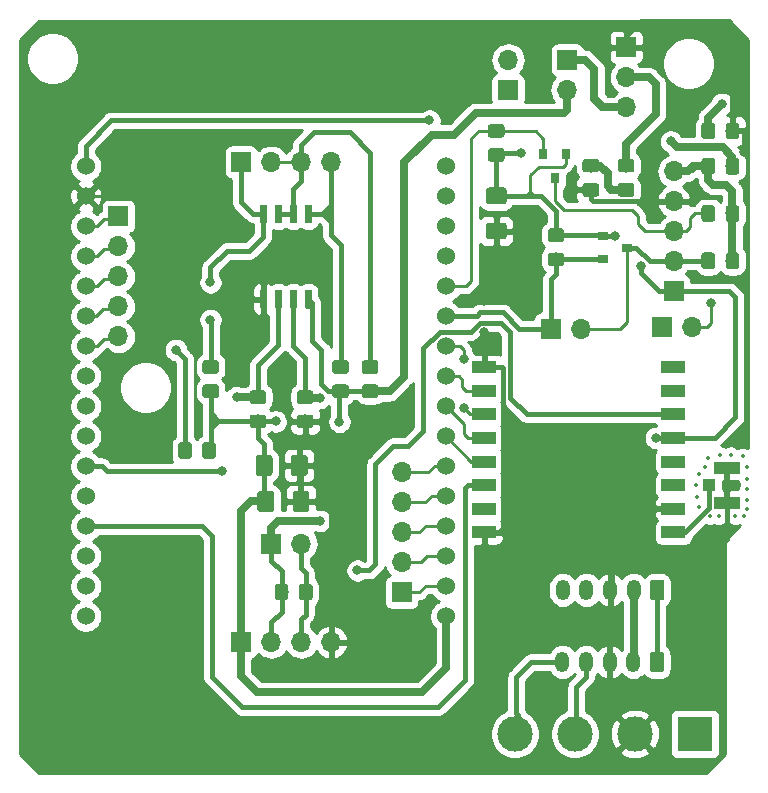
<source format=gbr>
%TF.GenerationSoftware,KiCad,Pcbnew,(5.0.0)*%
%TF.CreationDate,2021-11-24T17:07:04+01:00*%
%TF.ProjectId,Master3A__2,4D617374657233415F5F322E6B696361,rev?*%
%TF.SameCoordinates,Original*%
%TF.FileFunction,Copper,L1,Top,Signal*%
%TF.FilePolarity,Positive*%
%FSLAX46Y46*%
G04 Gerber Fmt 4.6, Leading zero omitted, Abs format (unit mm)*
G04 Created by KiCad (PCBNEW (5.0.0)) date 11/24/21 17:07:04*
%MOMM*%
%LPD*%
G01*
G04 APERTURE LIST*
%TA.AperFunction,ComponentPad*%
%ADD10C,3.000000*%
%TD*%
%TA.AperFunction,ComponentPad*%
%ADD11R,3.000000X3.000000*%
%TD*%
%TA.AperFunction,ComponentPad*%
%ADD12O,1.200000X1.750000*%
%TD*%
%TA.AperFunction,Conductor*%
%ADD13C,0.100000*%
%TD*%
%TA.AperFunction,ComponentPad*%
%ADD14C,1.200000*%
%TD*%
%TA.AperFunction,ComponentPad*%
%ADD15R,1.700000X1.700000*%
%TD*%
%TA.AperFunction,ComponentPad*%
%ADD16O,1.700000X1.700000*%
%TD*%
%TA.AperFunction,ComponentPad*%
%ADD17C,1.524000*%
%TD*%
%TA.AperFunction,SMDPad,CuDef*%
%ADD18C,1.425000*%
%TD*%
%TA.AperFunction,SMDPad,CuDef*%
%ADD19C,1.150000*%
%TD*%
%TA.AperFunction,SMDPad,CuDef*%
%ADD20R,0.900000X0.800000*%
%TD*%
%TA.AperFunction,SMDPad,CuDef*%
%ADD21R,0.800000X0.900000*%
%TD*%
%TA.AperFunction,SMDPad,CuDef*%
%ADD22C,0.600000*%
%TD*%
%TA.AperFunction,SMDPad,CuDef*%
%ADD23R,2.200000X1.050000*%
%TD*%
%TA.AperFunction,SMDPad,CuDef*%
%ADD24R,1.050000X1.000000*%
%TD*%
%TA.AperFunction,SMDPad,CuDef*%
%ADD25R,2.000000X1.000000*%
%TD*%
%TA.AperFunction,ViaPad*%
%ADD26C,0.350000*%
%TD*%
%TA.AperFunction,ViaPad*%
%ADD27C,0.800000*%
%TD*%
%TA.AperFunction,Conductor*%
%ADD28C,0.250000*%
%TD*%
%TA.AperFunction,Conductor*%
%ADD29C,0.400000*%
%TD*%
%TA.AperFunction,Conductor*%
%ADD30C,0.650000*%
%TD*%
%TA.AperFunction,Conductor*%
%ADD31C,0.254000*%
%TD*%
G04 APERTURE END LIST*
D10*
%TO.P,J5,4*%
%TO.N,/A*%
X256032000Y-134620000D03*
D11*
%TO.P,J5,1*%
%TO.N,+5V*%
X271272000Y-134620000D03*
D10*
%TO.P,J5,3*%
%TO.N,/B*%
X261112000Y-134620000D03*
%TO.P,J5,2*%
%TO.N,GND*%
X266192000Y-134620000D03*
%TD*%
D12*
%TO.P,J8,5*%
%TO.N,/SCL_5V*%
X260097000Y-122428000D03*
%TO.P,J8,4*%
%TO.N,/SDA_5V*%
X262097000Y-122428000D03*
%TO.P,J8,3*%
%TO.N,GND*%
X264097000Y-122428000D03*
%TO.P,J8,2*%
%TO.N,+5V*%
X266097000Y-122428000D03*
D13*
%TD*%
%TO.N,+3V3*%
%TO.C,J8*%
G36*
X268471505Y-121554204D02*
X268495773Y-121557804D01*
X268519572Y-121563765D01*
X268542671Y-121572030D01*
X268564850Y-121582520D01*
X268585893Y-121595132D01*
X268605599Y-121609747D01*
X268623777Y-121626223D01*
X268640253Y-121644401D01*
X268654868Y-121664107D01*
X268667480Y-121685150D01*
X268677970Y-121707329D01*
X268686235Y-121730428D01*
X268692196Y-121754227D01*
X268695796Y-121778495D01*
X268697000Y-121802999D01*
X268697000Y-123053001D01*
X268695796Y-123077505D01*
X268692196Y-123101773D01*
X268686235Y-123125572D01*
X268677970Y-123148671D01*
X268667480Y-123170850D01*
X268654868Y-123191893D01*
X268640253Y-123211599D01*
X268623777Y-123229777D01*
X268605599Y-123246253D01*
X268585893Y-123260868D01*
X268564850Y-123273480D01*
X268542671Y-123283970D01*
X268519572Y-123292235D01*
X268495773Y-123298196D01*
X268471505Y-123301796D01*
X268447001Y-123303000D01*
X267746999Y-123303000D01*
X267722495Y-123301796D01*
X267698227Y-123298196D01*
X267674428Y-123292235D01*
X267651329Y-123283970D01*
X267629150Y-123273480D01*
X267608107Y-123260868D01*
X267588401Y-123246253D01*
X267570223Y-123229777D01*
X267553747Y-123211599D01*
X267539132Y-123191893D01*
X267526520Y-123170850D01*
X267516030Y-123148671D01*
X267507765Y-123125572D01*
X267501804Y-123101773D01*
X267498204Y-123077505D01*
X267497000Y-123053001D01*
X267497000Y-121802999D01*
X267498204Y-121778495D01*
X267501804Y-121754227D01*
X267507765Y-121730428D01*
X267516030Y-121707329D01*
X267526520Y-121685150D01*
X267539132Y-121664107D01*
X267553747Y-121644401D01*
X267570223Y-121626223D01*
X267588401Y-121609747D01*
X267608107Y-121595132D01*
X267629150Y-121582520D01*
X267651329Y-121572030D01*
X267674428Y-121563765D01*
X267698227Y-121557804D01*
X267722495Y-121554204D01*
X267746999Y-121553000D01*
X268447001Y-121553000D01*
X268471505Y-121554204D01*
X268471505Y-121554204D01*
G37*
D14*
%TO.P,J8,1*%
%TO.N,+3V3*%
X268097000Y-122428000D03*
%TD*%
D15*
%TO.P,J9,1*%
%TO.N,Net-(J9-Pad1)*%
X246457000Y-122635000D03*
D16*
%TO.P,J9,2*%
%TO.N,Net-(J9-Pad2)*%
X246457000Y-120095000D03*
%TO.P,J9,3*%
%TO.N,Net-(J9-Pad3)*%
X246457000Y-117555000D03*
%TO.P,J9,4*%
%TO.N,Net-(J9-Pad4)*%
X246457000Y-115015000D03*
%TO.P,J9,5*%
%TO.N,Net-(J9-Pad5)*%
X246457000Y-112475000D03*
%TD*%
%TO.P,J10,5*%
%TO.N,Net-(J10-Pad5)*%
X222457000Y-100965000D03*
%TO.P,J10,4*%
%TO.N,Net-(J10-Pad4)*%
X222457000Y-98425000D03*
%TO.P,J10,3*%
%TO.N,Net-(J10-Pad3)*%
X222457000Y-95885000D03*
%TO.P,J10,2*%
%TO.N,Net-(J10-Pad2)*%
X222457000Y-93345000D03*
D15*
%TO.P,J10,1*%
%TO.N,Net-(J10-Pad1)*%
X222457000Y-90805000D03*
%TD*%
D17*
%TO.P,U3,32*%
%TO.N,Net-(U3-Pad32)*%
X219710000Y-124655000D03*
%TO.P,U3,31*%
%TO.N,Net-(U3-Pad31)*%
X219710000Y-122115000D03*
%TO.P,U3,30*%
%TO.N,/TX_MODBUS*%
X219710000Y-119575000D03*
%TO.P,U3,29*%
%TO.N,/GPIO14*%
X219710000Y-117035000D03*
%TO.P,U3,28*%
%TO.N,/RX_MODBUS*%
X219710000Y-114495000D03*
%TO.P,U3,27*%
%TO.N,/GPIO2*%
X219710000Y-111955000D03*
%TO.P,U3,26*%
%TO.N,Net-(U3-Pad26)*%
X219710000Y-109415000D03*
%TO.P,U3,25*%
%TO.N,Net-(U3-Pad25)*%
X219710000Y-106875000D03*
%TO.P,U3,24*%
%TO.N,Net-(U3-Pad24)*%
X219710000Y-104335000D03*
%TO.P,U3,23*%
%TO.N,Net-(J10-Pad5)*%
X219710000Y-101795000D03*
%TO.P,U3,22*%
%TO.N,Net-(J10-Pad4)*%
X219710000Y-99255000D03*
%TO.P,U3,21*%
%TO.N,Net-(J10-Pad3)*%
X219710000Y-96715000D03*
%TO.P,U3,20*%
%TO.N,Net-(J10-Pad2)*%
X219710000Y-94175000D03*
%TO.P,U3,19*%
%TO.N,Net-(J10-Pad1)*%
X219710000Y-91635000D03*
%TO.P,U3,18*%
%TO.N,GND*%
X219710000Y-89095000D03*
%TO.P,U3,17*%
%TO.N,+3V3*%
X219710000Y-86555000D03*
%TO.P,U3,16*%
%TO.N,+5V*%
X250190000Y-124655000D03*
%TO.P,U3,15*%
%TO.N,Net-(J9-Pad1)*%
X250190000Y-122115000D03*
%TO.P,U3,14*%
%TO.N,Net-(J9-Pad2)*%
X250190000Y-119575000D03*
%TO.P,U3,13*%
%TO.N,Net-(J9-Pad3)*%
X250190000Y-117035000D03*
%TO.P,U3,12*%
%TO.N,Net-(J9-Pad4)*%
X250190000Y-114495000D03*
%TO.P,U3,11*%
%TO.N,Net-(J9-Pad5)*%
X250190000Y-111955000D03*
%TO.P,U3,10*%
%TO.N,/NSS*%
X250190000Y-109415000D03*
%TO.P,U3,9*%
%TO.N,/SCK*%
X250190000Y-106875000D03*
%TO.P,U3,8*%
%TO.N,/MISO*%
X250190000Y-104335000D03*
%TO.P,U3,7*%
%TO.N,/MOSI*%
X250190000Y-101795000D03*
%TO.P,U3,6*%
%TO.N,/SDA_3V3*%
X250190000Y-99255000D03*
%TO.P,U3,5*%
%TO.N,/SCL_3V3*%
X250190000Y-96715000D03*
%TO.P,U3,4*%
%TO.N,Net-(U3-Pad4)*%
X250190000Y-94175000D03*
%TO.P,U3,3*%
%TO.N,Net-(U3-Pad3)*%
X250190000Y-91635000D03*
%TO.P,U3,2*%
%TO.N,Net-(U3-Pad2)*%
X250190000Y-89095000D03*
%TO.P,U3,1*%
%TO.N,Net-(U3-Pad1)*%
X250190000Y-86555000D03*
%TD*%
D13*
%TO.N,GND*%
%TO.C,C1*%
G36*
X255106504Y-91331204D02*
X255130773Y-91334804D01*
X255154571Y-91340765D01*
X255177671Y-91349030D01*
X255199849Y-91359520D01*
X255220893Y-91372133D01*
X255240598Y-91386747D01*
X255258777Y-91403223D01*
X255275253Y-91421402D01*
X255289867Y-91441107D01*
X255302480Y-91462151D01*
X255312970Y-91484329D01*
X255321235Y-91507429D01*
X255327196Y-91531227D01*
X255330796Y-91555496D01*
X255332000Y-91580000D01*
X255332000Y-92505000D01*
X255330796Y-92529504D01*
X255327196Y-92553773D01*
X255321235Y-92577571D01*
X255312970Y-92600671D01*
X255302480Y-92622849D01*
X255289867Y-92643893D01*
X255275253Y-92663598D01*
X255258777Y-92681777D01*
X255240598Y-92698253D01*
X255220893Y-92712867D01*
X255199849Y-92725480D01*
X255177671Y-92735970D01*
X255154571Y-92744235D01*
X255130773Y-92750196D01*
X255106504Y-92753796D01*
X255082000Y-92755000D01*
X253832000Y-92755000D01*
X253807496Y-92753796D01*
X253783227Y-92750196D01*
X253759429Y-92744235D01*
X253736329Y-92735970D01*
X253714151Y-92725480D01*
X253693107Y-92712867D01*
X253673402Y-92698253D01*
X253655223Y-92681777D01*
X253638747Y-92663598D01*
X253624133Y-92643893D01*
X253611520Y-92622849D01*
X253601030Y-92600671D01*
X253592765Y-92577571D01*
X253586804Y-92553773D01*
X253583204Y-92529504D01*
X253582000Y-92505000D01*
X253582000Y-91580000D01*
X253583204Y-91555496D01*
X253586804Y-91531227D01*
X253592765Y-91507429D01*
X253601030Y-91484329D01*
X253611520Y-91462151D01*
X253624133Y-91441107D01*
X253638747Y-91421402D01*
X253655223Y-91403223D01*
X253673402Y-91386747D01*
X253693107Y-91372133D01*
X253714151Y-91359520D01*
X253736329Y-91349030D01*
X253759429Y-91340765D01*
X253783227Y-91334804D01*
X253807496Y-91331204D01*
X253832000Y-91330000D01*
X255082000Y-91330000D01*
X255106504Y-91331204D01*
X255106504Y-91331204D01*
G37*
D18*
%TD*%
%TO.P,C1,1*%
%TO.N,GND*%
X254457000Y-92042500D03*
D13*
%TO.N,+3V3*%
%TO.C,C1*%
G36*
X255106504Y-88356204D02*
X255130773Y-88359804D01*
X255154571Y-88365765D01*
X255177671Y-88374030D01*
X255199849Y-88384520D01*
X255220893Y-88397133D01*
X255240598Y-88411747D01*
X255258777Y-88428223D01*
X255275253Y-88446402D01*
X255289867Y-88466107D01*
X255302480Y-88487151D01*
X255312970Y-88509329D01*
X255321235Y-88532429D01*
X255327196Y-88556227D01*
X255330796Y-88580496D01*
X255332000Y-88605000D01*
X255332000Y-89530000D01*
X255330796Y-89554504D01*
X255327196Y-89578773D01*
X255321235Y-89602571D01*
X255312970Y-89625671D01*
X255302480Y-89647849D01*
X255289867Y-89668893D01*
X255275253Y-89688598D01*
X255258777Y-89706777D01*
X255240598Y-89723253D01*
X255220893Y-89737867D01*
X255199849Y-89750480D01*
X255177671Y-89760970D01*
X255154571Y-89769235D01*
X255130773Y-89775196D01*
X255106504Y-89778796D01*
X255082000Y-89780000D01*
X253832000Y-89780000D01*
X253807496Y-89778796D01*
X253783227Y-89775196D01*
X253759429Y-89769235D01*
X253736329Y-89760970D01*
X253714151Y-89750480D01*
X253693107Y-89737867D01*
X253673402Y-89723253D01*
X253655223Y-89706777D01*
X253638747Y-89688598D01*
X253624133Y-89668893D01*
X253611520Y-89647849D01*
X253601030Y-89625671D01*
X253592765Y-89602571D01*
X253586804Y-89578773D01*
X253583204Y-89554504D01*
X253582000Y-89530000D01*
X253582000Y-88605000D01*
X253583204Y-88580496D01*
X253586804Y-88556227D01*
X253592765Y-88532429D01*
X253601030Y-88509329D01*
X253611520Y-88487151D01*
X253624133Y-88466107D01*
X253638747Y-88446402D01*
X253655223Y-88428223D01*
X253673402Y-88411747D01*
X253693107Y-88397133D01*
X253714151Y-88384520D01*
X253736329Y-88374030D01*
X253759429Y-88365765D01*
X253783227Y-88359804D01*
X253807496Y-88356204D01*
X253832000Y-88355000D01*
X255082000Y-88355000D01*
X255106504Y-88356204D01*
X255106504Y-88356204D01*
G37*
D18*
%TD*%
%TO.P,C1,2*%
%TO.N,+3V3*%
X254457000Y-89067500D03*
D13*
%TO.N,+5V*%
%TO.C,C2*%
G36*
X235437004Y-114061204D02*
X235461273Y-114064804D01*
X235485071Y-114070765D01*
X235508171Y-114079030D01*
X235530349Y-114089520D01*
X235551393Y-114102133D01*
X235571098Y-114116747D01*
X235589277Y-114133223D01*
X235605753Y-114151402D01*
X235620367Y-114171107D01*
X235632980Y-114192151D01*
X235643470Y-114214329D01*
X235651735Y-114237429D01*
X235657696Y-114261227D01*
X235661296Y-114285496D01*
X235662500Y-114310000D01*
X235662500Y-115560000D01*
X235661296Y-115584504D01*
X235657696Y-115608773D01*
X235651735Y-115632571D01*
X235643470Y-115655671D01*
X235632980Y-115677849D01*
X235620367Y-115698893D01*
X235605753Y-115718598D01*
X235589277Y-115736777D01*
X235571098Y-115753253D01*
X235551393Y-115767867D01*
X235530349Y-115780480D01*
X235508171Y-115790970D01*
X235485071Y-115799235D01*
X235461273Y-115805196D01*
X235437004Y-115808796D01*
X235412500Y-115810000D01*
X234487500Y-115810000D01*
X234462996Y-115808796D01*
X234438727Y-115805196D01*
X234414929Y-115799235D01*
X234391829Y-115790970D01*
X234369651Y-115780480D01*
X234348607Y-115767867D01*
X234328902Y-115753253D01*
X234310723Y-115736777D01*
X234294247Y-115718598D01*
X234279633Y-115698893D01*
X234267020Y-115677849D01*
X234256530Y-115655671D01*
X234248265Y-115632571D01*
X234242304Y-115608773D01*
X234238704Y-115584504D01*
X234237500Y-115560000D01*
X234237500Y-114310000D01*
X234238704Y-114285496D01*
X234242304Y-114261227D01*
X234248265Y-114237429D01*
X234256530Y-114214329D01*
X234267020Y-114192151D01*
X234279633Y-114171107D01*
X234294247Y-114151402D01*
X234310723Y-114133223D01*
X234328902Y-114116747D01*
X234348607Y-114102133D01*
X234369651Y-114089520D01*
X234391829Y-114079030D01*
X234414929Y-114070765D01*
X234438727Y-114064804D01*
X234462996Y-114061204D01*
X234487500Y-114060000D01*
X235412500Y-114060000D01*
X235437004Y-114061204D01*
X235437004Y-114061204D01*
G37*
D18*
%TD*%
%TO.P,C2,2*%
%TO.N,+5V*%
X234950000Y-114935000D03*
D13*
%TO.N,GND*%
%TO.C,C2*%
G36*
X238412004Y-114061204D02*
X238436273Y-114064804D01*
X238460071Y-114070765D01*
X238483171Y-114079030D01*
X238505349Y-114089520D01*
X238526393Y-114102133D01*
X238546098Y-114116747D01*
X238564277Y-114133223D01*
X238580753Y-114151402D01*
X238595367Y-114171107D01*
X238607980Y-114192151D01*
X238618470Y-114214329D01*
X238626735Y-114237429D01*
X238632696Y-114261227D01*
X238636296Y-114285496D01*
X238637500Y-114310000D01*
X238637500Y-115560000D01*
X238636296Y-115584504D01*
X238632696Y-115608773D01*
X238626735Y-115632571D01*
X238618470Y-115655671D01*
X238607980Y-115677849D01*
X238595367Y-115698893D01*
X238580753Y-115718598D01*
X238564277Y-115736777D01*
X238546098Y-115753253D01*
X238526393Y-115767867D01*
X238505349Y-115780480D01*
X238483171Y-115790970D01*
X238460071Y-115799235D01*
X238436273Y-115805196D01*
X238412004Y-115808796D01*
X238387500Y-115810000D01*
X237462500Y-115810000D01*
X237437996Y-115808796D01*
X237413727Y-115805196D01*
X237389929Y-115799235D01*
X237366829Y-115790970D01*
X237344651Y-115780480D01*
X237323607Y-115767867D01*
X237303902Y-115753253D01*
X237285723Y-115736777D01*
X237269247Y-115718598D01*
X237254633Y-115698893D01*
X237242020Y-115677849D01*
X237231530Y-115655671D01*
X237223265Y-115632571D01*
X237217304Y-115608773D01*
X237213704Y-115584504D01*
X237212500Y-115560000D01*
X237212500Y-114310000D01*
X237213704Y-114285496D01*
X237217304Y-114261227D01*
X237223265Y-114237429D01*
X237231530Y-114214329D01*
X237242020Y-114192151D01*
X237254633Y-114171107D01*
X237269247Y-114151402D01*
X237285723Y-114133223D01*
X237303902Y-114116747D01*
X237323607Y-114102133D01*
X237344651Y-114089520D01*
X237366829Y-114079030D01*
X237389929Y-114070765D01*
X237413727Y-114064804D01*
X237437996Y-114061204D01*
X237462500Y-114060000D01*
X238387500Y-114060000D01*
X238412004Y-114061204D01*
X238412004Y-114061204D01*
G37*
D18*
%TD*%
%TO.P,C2,1*%
%TO.N,GND*%
X237925000Y-114935000D03*
D13*
%TO.N,GND*%
%TO.C,C3*%
G36*
X238263004Y-111013204D02*
X238287273Y-111016804D01*
X238311071Y-111022765D01*
X238334171Y-111031030D01*
X238356349Y-111041520D01*
X238377393Y-111054133D01*
X238397098Y-111068747D01*
X238415277Y-111085223D01*
X238431753Y-111103402D01*
X238446367Y-111123107D01*
X238458980Y-111144151D01*
X238469470Y-111166329D01*
X238477735Y-111189429D01*
X238483696Y-111213227D01*
X238487296Y-111237496D01*
X238488500Y-111262000D01*
X238488500Y-112512000D01*
X238487296Y-112536504D01*
X238483696Y-112560773D01*
X238477735Y-112584571D01*
X238469470Y-112607671D01*
X238458980Y-112629849D01*
X238446367Y-112650893D01*
X238431753Y-112670598D01*
X238415277Y-112688777D01*
X238397098Y-112705253D01*
X238377393Y-112719867D01*
X238356349Y-112732480D01*
X238334171Y-112742970D01*
X238311071Y-112751235D01*
X238287273Y-112757196D01*
X238263004Y-112760796D01*
X238238500Y-112762000D01*
X237313500Y-112762000D01*
X237288996Y-112760796D01*
X237264727Y-112757196D01*
X237240929Y-112751235D01*
X237217829Y-112742970D01*
X237195651Y-112732480D01*
X237174607Y-112719867D01*
X237154902Y-112705253D01*
X237136723Y-112688777D01*
X237120247Y-112670598D01*
X237105633Y-112650893D01*
X237093020Y-112629849D01*
X237082530Y-112607671D01*
X237074265Y-112584571D01*
X237068304Y-112560773D01*
X237064704Y-112536504D01*
X237063500Y-112512000D01*
X237063500Y-111262000D01*
X237064704Y-111237496D01*
X237068304Y-111213227D01*
X237074265Y-111189429D01*
X237082530Y-111166329D01*
X237093020Y-111144151D01*
X237105633Y-111123107D01*
X237120247Y-111103402D01*
X237136723Y-111085223D01*
X237154902Y-111068747D01*
X237174607Y-111054133D01*
X237195651Y-111041520D01*
X237217829Y-111031030D01*
X237240929Y-111022765D01*
X237264727Y-111016804D01*
X237288996Y-111013204D01*
X237313500Y-111012000D01*
X238238500Y-111012000D01*
X238263004Y-111013204D01*
X238263004Y-111013204D01*
G37*
D18*
%TD*%
%TO.P,C3,1*%
%TO.N,GND*%
X237776000Y-111887000D03*
D13*
%TO.N,+5V*%
%TO.C,C3*%
G36*
X235288004Y-111013204D02*
X235312273Y-111016804D01*
X235336071Y-111022765D01*
X235359171Y-111031030D01*
X235381349Y-111041520D01*
X235402393Y-111054133D01*
X235422098Y-111068747D01*
X235440277Y-111085223D01*
X235456753Y-111103402D01*
X235471367Y-111123107D01*
X235483980Y-111144151D01*
X235494470Y-111166329D01*
X235502735Y-111189429D01*
X235508696Y-111213227D01*
X235512296Y-111237496D01*
X235513500Y-111262000D01*
X235513500Y-112512000D01*
X235512296Y-112536504D01*
X235508696Y-112560773D01*
X235502735Y-112584571D01*
X235494470Y-112607671D01*
X235483980Y-112629849D01*
X235471367Y-112650893D01*
X235456753Y-112670598D01*
X235440277Y-112688777D01*
X235422098Y-112705253D01*
X235402393Y-112719867D01*
X235381349Y-112732480D01*
X235359171Y-112742970D01*
X235336071Y-112751235D01*
X235312273Y-112757196D01*
X235288004Y-112760796D01*
X235263500Y-112762000D01*
X234338500Y-112762000D01*
X234313996Y-112760796D01*
X234289727Y-112757196D01*
X234265929Y-112751235D01*
X234242829Y-112742970D01*
X234220651Y-112732480D01*
X234199607Y-112719867D01*
X234179902Y-112705253D01*
X234161723Y-112688777D01*
X234145247Y-112670598D01*
X234130633Y-112650893D01*
X234118020Y-112629849D01*
X234107530Y-112607671D01*
X234099265Y-112584571D01*
X234093304Y-112560773D01*
X234089704Y-112536504D01*
X234088500Y-112512000D01*
X234088500Y-111262000D01*
X234089704Y-111237496D01*
X234093304Y-111213227D01*
X234099265Y-111189429D01*
X234107530Y-111166329D01*
X234118020Y-111144151D01*
X234130633Y-111123107D01*
X234145247Y-111103402D01*
X234161723Y-111085223D01*
X234179902Y-111068747D01*
X234199607Y-111054133D01*
X234220651Y-111041520D01*
X234242829Y-111031030D01*
X234265929Y-111022765D01*
X234289727Y-111016804D01*
X234313996Y-111013204D01*
X234338500Y-111012000D01*
X235263500Y-111012000D01*
X235288004Y-111013204D01*
X235288004Y-111013204D01*
G37*
D18*
%TD*%
%TO.P,C3,2*%
%TO.N,+5V*%
X234801000Y-111887000D03*
D13*
%TO.N,GND*%
%TO.C,D1*%
G36*
X274806505Y-82856204D02*
X274830773Y-82859804D01*
X274854572Y-82865765D01*
X274877671Y-82874030D01*
X274899850Y-82884520D01*
X274920893Y-82897132D01*
X274940599Y-82911747D01*
X274958777Y-82928223D01*
X274975253Y-82946401D01*
X274989868Y-82966107D01*
X275002480Y-82987150D01*
X275012970Y-83009329D01*
X275021235Y-83032428D01*
X275027196Y-83056227D01*
X275030796Y-83080495D01*
X275032000Y-83104999D01*
X275032000Y-84005001D01*
X275030796Y-84029505D01*
X275027196Y-84053773D01*
X275021235Y-84077572D01*
X275012970Y-84100671D01*
X275002480Y-84122850D01*
X274989868Y-84143893D01*
X274975253Y-84163599D01*
X274958777Y-84181777D01*
X274940599Y-84198253D01*
X274920893Y-84212868D01*
X274899850Y-84225480D01*
X274877671Y-84235970D01*
X274854572Y-84244235D01*
X274830773Y-84250196D01*
X274806505Y-84253796D01*
X274782001Y-84255000D01*
X274131999Y-84255000D01*
X274107495Y-84253796D01*
X274083227Y-84250196D01*
X274059428Y-84244235D01*
X274036329Y-84235970D01*
X274014150Y-84225480D01*
X273993107Y-84212868D01*
X273973401Y-84198253D01*
X273955223Y-84181777D01*
X273938747Y-84163599D01*
X273924132Y-84143893D01*
X273911520Y-84122850D01*
X273901030Y-84100671D01*
X273892765Y-84077572D01*
X273886804Y-84053773D01*
X273883204Y-84029505D01*
X273882000Y-84005001D01*
X273882000Y-83104999D01*
X273883204Y-83080495D01*
X273886804Y-83056227D01*
X273892765Y-83032428D01*
X273901030Y-83009329D01*
X273911520Y-82987150D01*
X273924132Y-82966107D01*
X273938747Y-82946401D01*
X273955223Y-82928223D01*
X273973401Y-82911747D01*
X273993107Y-82897132D01*
X274014150Y-82884520D01*
X274036329Y-82874030D01*
X274059428Y-82865765D01*
X274083227Y-82859804D01*
X274107495Y-82856204D01*
X274131999Y-82855000D01*
X274782001Y-82855000D01*
X274806505Y-82856204D01*
X274806505Y-82856204D01*
G37*
D19*
%TD*%
%TO.P,D1,1*%
%TO.N,GND*%
X274457000Y-83555000D03*
D13*
%TO.N,Net-(D1-Pad2)*%
%TO.C,D1*%
G36*
X272756505Y-82856204D02*
X272780773Y-82859804D01*
X272804572Y-82865765D01*
X272827671Y-82874030D01*
X272849850Y-82884520D01*
X272870893Y-82897132D01*
X272890599Y-82911747D01*
X272908777Y-82928223D01*
X272925253Y-82946401D01*
X272939868Y-82966107D01*
X272952480Y-82987150D01*
X272962970Y-83009329D01*
X272971235Y-83032428D01*
X272977196Y-83056227D01*
X272980796Y-83080495D01*
X272982000Y-83104999D01*
X272982000Y-84005001D01*
X272980796Y-84029505D01*
X272977196Y-84053773D01*
X272971235Y-84077572D01*
X272962970Y-84100671D01*
X272952480Y-84122850D01*
X272939868Y-84143893D01*
X272925253Y-84163599D01*
X272908777Y-84181777D01*
X272890599Y-84198253D01*
X272870893Y-84212868D01*
X272849850Y-84225480D01*
X272827671Y-84235970D01*
X272804572Y-84244235D01*
X272780773Y-84250196D01*
X272756505Y-84253796D01*
X272732001Y-84255000D01*
X272081999Y-84255000D01*
X272057495Y-84253796D01*
X272033227Y-84250196D01*
X272009428Y-84244235D01*
X271986329Y-84235970D01*
X271964150Y-84225480D01*
X271943107Y-84212868D01*
X271923401Y-84198253D01*
X271905223Y-84181777D01*
X271888747Y-84163599D01*
X271874132Y-84143893D01*
X271861520Y-84122850D01*
X271851030Y-84100671D01*
X271842765Y-84077572D01*
X271836804Y-84053773D01*
X271833204Y-84029505D01*
X271832000Y-84005001D01*
X271832000Y-83104999D01*
X271833204Y-83080495D01*
X271836804Y-83056227D01*
X271842765Y-83032428D01*
X271851030Y-83009329D01*
X271861520Y-82987150D01*
X271874132Y-82966107D01*
X271888747Y-82946401D01*
X271905223Y-82928223D01*
X271923401Y-82911747D01*
X271943107Y-82897132D01*
X271964150Y-82884520D01*
X271986329Y-82874030D01*
X272009428Y-82865765D01*
X272033227Y-82859804D01*
X272057495Y-82856204D01*
X272081999Y-82855000D01*
X272732001Y-82855000D01*
X272756505Y-82856204D01*
X272756505Y-82856204D01*
G37*
D19*
%TD*%
%TO.P,D1,2*%
%TO.N,Net-(D1-Pad2)*%
X272407000Y-83555000D03*
D15*
%TO.P,J1,1*%
%TO.N,GND*%
X265457000Y-76475000D03*
D16*
%TO.P,J1,2*%
%TO.N,Net-(J1-Pad2)*%
X265457000Y-79015000D03*
%TO.P,J1,3*%
%TO.N,Net-(J1-Pad3)*%
X265457000Y-81555000D03*
%TD*%
D15*
%TO.P,J2,1*%
%TO.N,/TX_MODBUS*%
X232856000Y-86201000D03*
D16*
%TO.P,J2,2*%
%TO.N,/GPIOXX*%
X235396000Y-86201000D03*
%TO.P,J2,3*%
X237936000Y-86201000D03*
%TO.P,J2,4*%
%TO.N,/RX_MODBUS*%
X240476000Y-86201000D03*
%TD*%
D15*
%TO.P,J3,1*%
%TO.N,Net-(J3-Pad1)*%
X255457000Y-80095000D03*
D16*
%TO.P,J3,2*%
%TO.N,Net-(D1-Pad2)*%
X255457000Y-77555000D03*
%TD*%
%TO.P,JP1,2*%
%TO.N,/SDA_5V*%
X261620000Y-100330000D03*
D15*
%TO.P,JP1,1*%
%TO.N,/SDA_3V3*%
X259080000Y-100330000D03*
%TD*%
%TO.P,JP2,1*%
%TO.N,/SCL_3V3*%
X268523000Y-100203000D03*
D16*
%TO.P,JP2,2*%
%TO.N,/SCL_5V*%
X271063000Y-100203000D03*
%TD*%
D20*
%TO.P,Q1,3*%
%TO.N,/SDA_5V*%
X265523000Y-93445000D03*
%TO.P,Q1,2*%
%TO.N,/SDA_3V3*%
X263523000Y-94395000D03*
%TO.P,Q1,1*%
%TO.N,+3V3*%
X263523000Y-92495000D03*
%TD*%
D21*
%TO.P,Q2,1*%
%TO.N,+3V3*%
X260357000Y-85555000D03*
%TO.P,Q2,2*%
%TO.N,/SCL_3V3*%
X258457000Y-85555000D03*
%TO.P,Q2,3*%
%TO.N,/SCL_5V*%
X259407000Y-87555000D03*
%TD*%
D13*
%TO.N,+5V*%
%TO.C,R1*%
G36*
X241750505Y-105027204D02*
X241774773Y-105030804D01*
X241798572Y-105036765D01*
X241821671Y-105045030D01*
X241843850Y-105055520D01*
X241864893Y-105068132D01*
X241884599Y-105082747D01*
X241902777Y-105099223D01*
X241919253Y-105117401D01*
X241933868Y-105137107D01*
X241946480Y-105158150D01*
X241956970Y-105180329D01*
X241965235Y-105203428D01*
X241971196Y-105227227D01*
X241974796Y-105251495D01*
X241976000Y-105275999D01*
X241976000Y-105926001D01*
X241974796Y-105950505D01*
X241971196Y-105974773D01*
X241965235Y-105998572D01*
X241956970Y-106021671D01*
X241946480Y-106043850D01*
X241933868Y-106064893D01*
X241919253Y-106084599D01*
X241902777Y-106102777D01*
X241884599Y-106119253D01*
X241864893Y-106133868D01*
X241843850Y-106146480D01*
X241821671Y-106156970D01*
X241798572Y-106165235D01*
X241774773Y-106171196D01*
X241750505Y-106174796D01*
X241726001Y-106176000D01*
X240825999Y-106176000D01*
X240801495Y-106174796D01*
X240777227Y-106171196D01*
X240753428Y-106165235D01*
X240730329Y-106156970D01*
X240708150Y-106146480D01*
X240687107Y-106133868D01*
X240667401Y-106119253D01*
X240649223Y-106102777D01*
X240632747Y-106084599D01*
X240618132Y-106064893D01*
X240605520Y-106043850D01*
X240595030Y-106021671D01*
X240586765Y-105998572D01*
X240580804Y-105974773D01*
X240577204Y-105950505D01*
X240576000Y-105926001D01*
X240576000Y-105275999D01*
X240577204Y-105251495D01*
X240580804Y-105227227D01*
X240586765Y-105203428D01*
X240595030Y-105180329D01*
X240605520Y-105158150D01*
X240618132Y-105137107D01*
X240632747Y-105117401D01*
X240649223Y-105099223D01*
X240667401Y-105082747D01*
X240687107Y-105068132D01*
X240708150Y-105055520D01*
X240730329Y-105045030D01*
X240753428Y-105036765D01*
X240777227Y-105030804D01*
X240801495Y-105027204D01*
X240825999Y-105026000D01*
X241726001Y-105026000D01*
X241750505Y-105027204D01*
X241750505Y-105027204D01*
G37*
D19*
%TD*%
%TO.P,R1,1*%
%TO.N,+5V*%
X241276000Y-105601000D03*
D13*
%TO.N,/RX_MODBUS*%
%TO.C,R1*%
G36*
X241750505Y-102977204D02*
X241774773Y-102980804D01*
X241798572Y-102986765D01*
X241821671Y-102995030D01*
X241843850Y-103005520D01*
X241864893Y-103018132D01*
X241884599Y-103032747D01*
X241902777Y-103049223D01*
X241919253Y-103067401D01*
X241933868Y-103087107D01*
X241946480Y-103108150D01*
X241956970Y-103130329D01*
X241965235Y-103153428D01*
X241971196Y-103177227D01*
X241974796Y-103201495D01*
X241976000Y-103225999D01*
X241976000Y-103876001D01*
X241974796Y-103900505D01*
X241971196Y-103924773D01*
X241965235Y-103948572D01*
X241956970Y-103971671D01*
X241946480Y-103993850D01*
X241933868Y-104014893D01*
X241919253Y-104034599D01*
X241902777Y-104052777D01*
X241884599Y-104069253D01*
X241864893Y-104083868D01*
X241843850Y-104096480D01*
X241821671Y-104106970D01*
X241798572Y-104115235D01*
X241774773Y-104121196D01*
X241750505Y-104124796D01*
X241726001Y-104126000D01*
X240825999Y-104126000D01*
X240801495Y-104124796D01*
X240777227Y-104121196D01*
X240753428Y-104115235D01*
X240730329Y-104106970D01*
X240708150Y-104096480D01*
X240687107Y-104083868D01*
X240667401Y-104069253D01*
X240649223Y-104052777D01*
X240632747Y-104034599D01*
X240618132Y-104014893D01*
X240605520Y-103993850D01*
X240595030Y-103971671D01*
X240586765Y-103948572D01*
X240580804Y-103924773D01*
X240577204Y-103900505D01*
X240576000Y-103876001D01*
X240576000Y-103225999D01*
X240577204Y-103201495D01*
X240580804Y-103177227D01*
X240586765Y-103153428D01*
X240595030Y-103130329D01*
X240605520Y-103108150D01*
X240618132Y-103087107D01*
X240632747Y-103067401D01*
X240649223Y-103049223D01*
X240667401Y-103032747D01*
X240687107Y-103018132D01*
X240708150Y-103005520D01*
X240730329Y-102995030D01*
X240753428Y-102986765D01*
X240777227Y-102980804D01*
X240801495Y-102977204D01*
X240825999Y-102976000D01*
X241726001Y-102976000D01*
X241750505Y-102977204D01*
X241750505Y-102977204D01*
G37*
D19*
%TD*%
%TO.P,R1,2*%
%TO.N,/RX_MODBUS*%
X241276000Y-103551000D03*
D13*
%TO.N,+5V*%
%TO.C,R2*%
G36*
X230491505Y-109918204D02*
X230515773Y-109921804D01*
X230539572Y-109927765D01*
X230562671Y-109936030D01*
X230584850Y-109946520D01*
X230605893Y-109959132D01*
X230625599Y-109973747D01*
X230643777Y-109990223D01*
X230660253Y-110008401D01*
X230674868Y-110028107D01*
X230687480Y-110049150D01*
X230697970Y-110071329D01*
X230706235Y-110094428D01*
X230712196Y-110118227D01*
X230715796Y-110142495D01*
X230717000Y-110166999D01*
X230717000Y-111067001D01*
X230715796Y-111091505D01*
X230712196Y-111115773D01*
X230706235Y-111139572D01*
X230697970Y-111162671D01*
X230687480Y-111184850D01*
X230674868Y-111205893D01*
X230660253Y-111225599D01*
X230643777Y-111243777D01*
X230625599Y-111260253D01*
X230605893Y-111274868D01*
X230584850Y-111287480D01*
X230562671Y-111297970D01*
X230539572Y-111306235D01*
X230515773Y-111312196D01*
X230491505Y-111315796D01*
X230467001Y-111317000D01*
X229816999Y-111317000D01*
X229792495Y-111315796D01*
X229768227Y-111312196D01*
X229744428Y-111306235D01*
X229721329Y-111297970D01*
X229699150Y-111287480D01*
X229678107Y-111274868D01*
X229658401Y-111260253D01*
X229640223Y-111243777D01*
X229623747Y-111225599D01*
X229609132Y-111205893D01*
X229596520Y-111184850D01*
X229586030Y-111162671D01*
X229577765Y-111139572D01*
X229571804Y-111115773D01*
X229568204Y-111091505D01*
X229567000Y-111067001D01*
X229567000Y-110166999D01*
X229568204Y-110142495D01*
X229571804Y-110118227D01*
X229577765Y-110094428D01*
X229586030Y-110071329D01*
X229596520Y-110049150D01*
X229609132Y-110028107D01*
X229623747Y-110008401D01*
X229640223Y-109990223D01*
X229658401Y-109973747D01*
X229678107Y-109959132D01*
X229699150Y-109946520D01*
X229721329Y-109936030D01*
X229744428Y-109927765D01*
X229768227Y-109921804D01*
X229792495Y-109918204D01*
X229816999Y-109917000D01*
X230467001Y-109917000D01*
X230491505Y-109918204D01*
X230491505Y-109918204D01*
G37*
D19*
%TD*%
%TO.P,R2,1*%
%TO.N,+5V*%
X230142000Y-110617000D03*
D13*
%TO.N,/GPIOXX*%
%TO.C,R2*%
G36*
X228441505Y-109918204D02*
X228465773Y-109921804D01*
X228489572Y-109927765D01*
X228512671Y-109936030D01*
X228534850Y-109946520D01*
X228555893Y-109959132D01*
X228575599Y-109973747D01*
X228593777Y-109990223D01*
X228610253Y-110008401D01*
X228624868Y-110028107D01*
X228637480Y-110049150D01*
X228647970Y-110071329D01*
X228656235Y-110094428D01*
X228662196Y-110118227D01*
X228665796Y-110142495D01*
X228667000Y-110166999D01*
X228667000Y-111067001D01*
X228665796Y-111091505D01*
X228662196Y-111115773D01*
X228656235Y-111139572D01*
X228647970Y-111162671D01*
X228637480Y-111184850D01*
X228624868Y-111205893D01*
X228610253Y-111225599D01*
X228593777Y-111243777D01*
X228575599Y-111260253D01*
X228555893Y-111274868D01*
X228534850Y-111287480D01*
X228512671Y-111297970D01*
X228489572Y-111306235D01*
X228465773Y-111312196D01*
X228441505Y-111315796D01*
X228417001Y-111317000D01*
X227766999Y-111317000D01*
X227742495Y-111315796D01*
X227718227Y-111312196D01*
X227694428Y-111306235D01*
X227671329Y-111297970D01*
X227649150Y-111287480D01*
X227628107Y-111274868D01*
X227608401Y-111260253D01*
X227590223Y-111243777D01*
X227573747Y-111225599D01*
X227559132Y-111205893D01*
X227546520Y-111184850D01*
X227536030Y-111162671D01*
X227527765Y-111139572D01*
X227521804Y-111115773D01*
X227518204Y-111091505D01*
X227517000Y-111067001D01*
X227517000Y-110166999D01*
X227518204Y-110142495D01*
X227521804Y-110118227D01*
X227527765Y-110094428D01*
X227536030Y-110071329D01*
X227546520Y-110049150D01*
X227559132Y-110028107D01*
X227573747Y-110008401D01*
X227590223Y-109990223D01*
X227608401Y-109973747D01*
X227628107Y-109959132D01*
X227649150Y-109946520D01*
X227671329Y-109936030D01*
X227694428Y-109927765D01*
X227718227Y-109921804D01*
X227742495Y-109918204D01*
X227766999Y-109917000D01*
X228417001Y-109917000D01*
X228441505Y-109918204D01*
X228441505Y-109918204D01*
G37*
D19*
%TD*%
%TO.P,R2,2*%
%TO.N,/GPIOXX*%
X228092000Y-110617000D03*
D13*
%TO.N,+5V*%
%TO.C,R3*%
G36*
X244250505Y-105027204D02*
X244274773Y-105030804D01*
X244298572Y-105036765D01*
X244321671Y-105045030D01*
X244343850Y-105055520D01*
X244364893Y-105068132D01*
X244384599Y-105082747D01*
X244402777Y-105099223D01*
X244419253Y-105117401D01*
X244433868Y-105137107D01*
X244446480Y-105158150D01*
X244456970Y-105180329D01*
X244465235Y-105203428D01*
X244471196Y-105227227D01*
X244474796Y-105251495D01*
X244476000Y-105275999D01*
X244476000Y-105926001D01*
X244474796Y-105950505D01*
X244471196Y-105974773D01*
X244465235Y-105998572D01*
X244456970Y-106021671D01*
X244446480Y-106043850D01*
X244433868Y-106064893D01*
X244419253Y-106084599D01*
X244402777Y-106102777D01*
X244384599Y-106119253D01*
X244364893Y-106133868D01*
X244343850Y-106146480D01*
X244321671Y-106156970D01*
X244298572Y-106165235D01*
X244274773Y-106171196D01*
X244250505Y-106174796D01*
X244226001Y-106176000D01*
X243325999Y-106176000D01*
X243301495Y-106174796D01*
X243277227Y-106171196D01*
X243253428Y-106165235D01*
X243230329Y-106156970D01*
X243208150Y-106146480D01*
X243187107Y-106133868D01*
X243167401Y-106119253D01*
X243149223Y-106102777D01*
X243132747Y-106084599D01*
X243118132Y-106064893D01*
X243105520Y-106043850D01*
X243095030Y-106021671D01*
X243086765Y-105998572D01*
X243080804Y-105974773D01*
X243077204Y-105950505D01*
X243076000Y-105926001D01*
X243076000Y-105275999D01*
X243077204Y-105251495D01*
X243080804Y-105227227D01*
X243086765Y-105203428D01*
X243095030Y-105180329D01*
X243105520Y-105158150D01*
X243118132Y-105137107D01*
X243132747Y-105117401D01*
X243149223Y-105099223D01*
X243167401Y-105082747D01*
X243187107Y-105068132D01*
X243208150Y-105055520D01*
X243230329Y-105045030D01*
X243253428Y-105036765D01*
X243277227Y-105030804D01*
X243301495Y-105027204D01*
X243325999Y-105026000D01*
X244226001Y-105026000D01*
X244250505Y-105027204D01*
X244250505Y-105027204D01*
G37*
D19*
%TD*%
%TO.P,R3,1*%
%TO.N,+5V*%
X243776000Y-105601000D03*
D13*
%TO.N,/GPIOXX*%
%TO.C,R3*%
G36*
X244250505Y-102977204D02*
X244274773Y-102980804D01*
X244298572Y-102986765D01*
X244321671Y-102995030D01*
X244343850Y-103005520D01*
X244364893Y-103018132D01*
X244384599Y-103032747D01*
X244402777Y-103049223D01*
X244419253Y-103067401D01*
X244433868Y-103087107D01*
X244446480Y-103108150D01*
X244456970Y-103130329D01*
X244465235Y-103153428D01*
X244471196Y-103177227D01*
X244474796Y-103201495D01*
X244476000Y-103225999D01*
X244476000Y-103876001D01*
X244474796Y-103900505D01*
X244471196Y-103924773D01*
X244465235Y-103948572D01*
X244456970Y-103971671D01*
X244446480Y-103993850D01*
X244433868Y-104014893D01*
X244419253Y-104034599D01*
X244402777Y-104052777D01*
X244384599Y-104069253D01*
X244364893Y-104083868D01*
X244343850Y-104096480D01*
X244321671Y-104106970D01*
X244298572Y-104115235D01*
X244274773Y-104121196D01*
X244250505Y-104124796D01*
X244226001Y-104126000D01*
X243325999Y-104126000D01*
X243301495Y-104124796D01*
X243277227Y-104121196D01*
X243253428Y-104115235D01*
X243230329Y-104106970D01*
X243208150Y-104096480D01*
X243187107Y-104083868D01*
X243167401Y-104069253D01*
X243149223Y-104052777D01*
X243132747Y-104034599D01*
X243118132Y-104014893D01*
X243105520Y-103993850D01*
X243095030Y-103971671D01*
X243086765Y-103948572D01*
X243080804Y-103924773D01*
X243077204Y-103900505D01*
X243076000Y-103876001D01*
X243076000Y-103225999D01*
X243077204Y-103201495D01*
X243080804Y-103177227D01*
X243086765Y-103153428D01*
X243095030Y-103130329D01*
X243105520Y-103108150D01*
X243118132Y-103087107D01*
X243132747Y-103067401D01*
X243149223Y-103049223D01*
X243167401Y-103032747D01*
X243187107Y-103018132D01*
X243208150Y-103005520D01*
X243230329Y-102995030D01*
X243253428Y-102986765D01*
X243277227Y-102980804D01*
X243301495Y-102977204D01*
X243325999Y-102976000D01*
X244226001Y-102976000D01*
X244250505Y-102977204D01*
X244250505Y-102977204D01*
G37*
D19*
%TD*%
%TO.P,R3,2*%
%TO.N,/GPIOXX*%
X243776000Y-103551000D03*
D13*
%TO.N,/TX_MODBUS*%
%TO.C,R4*%
G36*
X230750505Y-102977204D02*
X230774773Y-102980804D01*
X230798572Y-102986765D01*
X230821671Y-102995030D01*
X230843850Y-103005520D01*
X230864893Y-103018132D01*
X230884599Y-103032747D01*
X230902777Y-103049223D01*
X230919253Y-103067401D01*
X230933868Y-103087107D01*
X230946480Y-103108150D01*
X230956970Y-103130329D01*
X230965235Y-103153428D01*
X230971196Y-103177227D01*
X230974796Y-103201495D01*
X230976000Y-103225999D01*
X230976000Y-103876001D01*
X230974796Y-103900505D01*
X230971196Y-103924773D01*
X230965235Y-103948572D01*
X230956970Y-103971671D01*
X230946480Y-103993850D01*
X230933868Y-104014893D01*
X230919253Y-104034599D01*
X230902777Y-104052777D01*
X230884599Y-104069253D01*
X230864893Y-104083868D01*
X230843850Y-104096480D01*
X230821671Y-104106970D01*
X230798572Y-104115235D01*
X230774773Y-104121196D01*
X230750505Y-104124796D01*
X230726001Y-104126000D01*
X229825999Y-104126000D01*
X229801495Y-104124796D01*
X229777227Y-104121196D01*
X229753428Y-104115235D01*
X229730329Y-104106970D01*
X229708150Y-104096480D01*
X229687107Y-104083868D01*
X229667401Y-104069253D01*
X229649223Y-104052777D01*
X229632747Y-104034599D01*
X229618132Y-104014893D01*
X229605520Y-103993850D01*
X229595030Y-103971671D01*
X229586765Y-103948572D01*
X229580804Y-103924773D01*
X229577204Y-103900505D01*
X229576000Y-103876001D01*
X229576000Y-103225999D01*
X229577204Y-103201495D01*
X229580804Y-103177227D01*
X229586765Y-103153428D01*
X229595030Y-103130329D01*
X229605520Y-103108150D01*
X229618132Y-103087107D01*
X229632747Y-103067401D01*
X229649223Y-103049223D01*
X229667401Y-103032747D01*
X229687107Y-103018132D01*
X229708150Y-103005520D01*
X229730329Y-102995030D01*
X229753428Y-102986765D01*
X229777227Y-102980804D01*
X229801495Y-102977204D01*
X229825999Y-102976000D01*
X230726001Y-102976000D01*
X230750505Y-102977204D01*
X230750505Y-102977204D01*
G37*
D19*
%TD*%
%TO.P,R4,2*%
%TO.N,/TX_MODBUS*%
X230276000Y-103551000D03*
D13*
%TO.N,+5V*%
%TO.C,R4*%
G36*
X230750505Y-105027204D02*
X230774773Y-105030804D01*
X230798572Y-105036765D01*
X230821671Y-105045030D01*
X230843850Y-105055520D01*
X230864893Y-105068132D01*
X230884599Y-105082747D01*
X230902777Y-105099223D01*
X230919253Y-105117401D01*
X230933868Y-105137107D01*
X230946480Y-105158150D01*
X230956970Y-105180329D01*
X230965235Y-105203428D01*
X230971196Y-105227227D01*
X230974796Y-105251495D01*
X230976000Y-105275999D01*
X230976000Y-105926001D01*
X230974796Y-105950505D01*
X230971196Y-105974773D01*
X230965235Y-105998572D01*
X230956970Y-106021671D01*
X230946480Y-106043850D01*
X230933868Y-106064893D01*
X230919253Y-106084599D01*
X230902777Y-106102777D01*
X230884599Y-106119253D01*
X230864893Y-106133868D01*
X230843850Y-106146480D01*
X230821671Y-106156970D01*
X230798572Y-106165235D01*
X230774773Y-106171196D01*
X230750505Y-106174796D01*
X230726001Y-106176000D01*
X229825999Y-106176000D01*
X229801495Y-106174796D01*
X229777227Y-106171196D01*
X229753428Y-106165235D01*
X229730329Y-106156970D01*
X229708150Y-106146480D01*
X229687107Y-106133868D01*
X229667401Y-106119253D01*
X229649223Y-106102777D01*
X229632747Y-106084599D01*
X229618132Y-106064893D01*
X229605520Y-106043850D01*
X229595030Y-106021671D01*
X229586765Y-105998572D01*
X229580804Y-105974773D01*
X229577204Y-105950505D01*
X229576000Y-105926001D01*
X229576000Y-105275999D01*
X229577204Y-105251495D01*
X229580804Y-105227227D01*
X229586765Y-105203428D01*
X229595030Y-105180329D01*
X229605520Y-105158150D01*
X229618132Y-105137107D01*
X229632747Y-105117401D01*
X229649223Y-105099223D01*
X229667401Y-105082747D01*
X229687107Y-105068132D01*
X229708150Y-105055520D01*
X229730329Y-105045030D01*
X229753428Y-105036765D01*
X229777227Y-105030804D01*
X229801495Y-105027204D01*
X229825999Y-105026000D01*
X230726001Y-105026000D01*
X230750505Y-105027204D01*
X230750505Y-105027204D01*
G37*
D19*
%TD*%
%TO.P,R4,1*%
%TO.N,+5V*%
X230276000Y-105601000D03*
D13*
%TO.N,Net-(J3-Pad1)*%
%TO.C,R5*%
G36*
X274806505Y-85856204D02*
X274830773Y-85859804D01*
X274854572Y-85865765D01*
X274877671Y-85874030D01*
X274899850Y-85884520D01*
X274920893Y-85897132D01*
X274940599Y-85911747D01*
X274958777Y-85928223D01*
X274975253Y-85946401D01*
X274989868Y-85966107D01*
X275002480Y-85987150D01*
X275012970Y-86009329D01*
X275021235Y-86032428D01*
X275027196Y-86056227D01*
X275030796Y-86080495D01*
X275032000Y-86104999D01*
X275032000Y-87005001D01*
X275030796Y-87029505D01*
X275027196Y-87053773D01*
X275021235Y-87077572D01*
X275012970Y-87100671D01*
X275002480Y-87122850D01*
X274989868Y-87143893D01*
X274975253Y-87163599D01*
X274958777Y-87181777D01*
X274940599Y-87198253D01*
X274920893Y-87212868D01*
X274899850Y-87225480D01*
X274877671Y-87235970D01*
X274854572Y-87244235D01*
X274830773Y-87250196D01*
X274806505Y-87253796D01*
X274782001Y-87255000D01*
X274131999Y-87255000D01*
X274107495Y-87253796D01*
X274083227Y-87250196D01*
X274059428Y-87244235D01*
X274036329Y-87235970D01*
X274014150Y-87225480D01*
X273993107Y-87212868D01*
X273973401Y-87198253D01*
X273955223Y-87181777D01*
X273938747Y-87163599D01*
X273924132Y-87143893D01*
X273911520Y-87122850D01*
X273901030Y-87100671D01*
X273892765Y-87077572D01*
X273886804Y-87053773D01*
X273883204Y-87029505D01*
X273882000Y-87005001D01*
X273882000Y-86104999D01*
X273883204Y-86080495D01*
X273886804Y-86056227D01*
X273892765Y-86032428D01*
X273901030Y-86009329D01*
X273911520Y-85987150D01*
X273924132Y-85966107D01*
X273938747Y-85946401D01*
X273955223Y-85928223D01*
X273973401Y-85911747D01*
X273993107Y-85897132D01*
X274014150Y-85884520D01*
X274036329Y-85874030D01*
X274059428Y-85865765D01*
X274083227Y-85859804D01*
X274107495Y-85856204D01*
X274131999Y-85855000D01*
X274782001Y-85855000D01*
X274806505Y-85856204D01*
X274806505Y-85856204D01*
G37*
D19*
%TD*%
%TO.P,R5,1*%
%TO.N,Net-(J3-Pad1)*%
X274457000Y-86555000D03*
D13*
%TO.N,+5V*%
%TO.C,R5*%
G36*
X272756505Y-85856204D02*
X272780773Y-85859804D01*
X272804572Y-85865765D01*
X272827671Y-85874030D01*
X272849850Y-85884520D01*
X272870893Y-85897132D01*
X272890599Y-85911747D01*
X272908777Y-85928223D01*
X272925253Y-85946401D01*
X272939868Y-85966107D01*
X272952480Y-85987150D01*
X272962970Y-86009329D01*
X272971235Y-86032428D01*
X272977196Y-86056227D01*
X272980796Y-86080495D01*
X272982000Y-86104999D01*
X272982000Y-87005001D01*
X272980796Y-87029505D01*
X272977196Y-87053773D01*
X272971235Y-87077572D01*
X272962970Y-87100671D01*
X272952480Y-87122850D01*
X272939868Y-87143893D01*
X272925253Y-87163599D01*
X272908777Y-87181777D01*
X272890599Y-87198253D01*
X272870893Y-87212868D01*
X272849850Y-87225480D01*
X272827671Y-87235970D01*
X272804572Y-87244235D01*
X272780773Y-87250196D01*
X272756505Y-87253796D01*
X272732001Y-87255000D01*
X272081999Y-87255000D01*
X272057495Y-87253796D01*
X272033227Y-87250196D01*
X272009428Y-87244235D01*
X271986329Y-87235970D01*
X271964150Y-87225480D01*
X271943107Y-87212868D01*
X271923401Y-87198253D01*
X271905223Y-87181777D01*
X271888747Y-87163599D01*
X271874132Y-87143893D01*
X271861520Y-87122850D01*
X271851030Y-87100671D01*
X271842765Y-87077572D01*
X271836804Y-87053773D01*
X271833204Y-87029505D01*
X271832000Y-87005001D01*
X271832000Y-86104999D01*
X271833204Y-86080495D01*
X271836804Y-86056227D01*
X271842765Y-86032428D01*
X271851030Y-86009329D01*
X271861520Y-85987150D01*
X271874132Y-85966107D01*
X271888747Y-85946401D01*
X271905223Y-85928223D01*
X271923401Y-85911747D01*
X271943107Y-85897132D01*
X271964150Y-85884520D01*
X271986329Y-85874030D01*
X272009428Y-85865765D01*
X272033227Y-85859804D01*
X272057495Y-85856204D01*
X272081999Y-85855000D01*
X272732001Y-85855000D01*
X272756505Y-85856204D01*
X272756505Y-85856204D01*
G37*
D19*
%TD*%
%TO.P,R5,2*%
%TO.N,+5V*%
X272407000Y-86555000D03*
D13*
%TO.N,GND*%
%TO.C,R6*%
G36*
X238750505Y-107577204D02*
X238774773Y-107580804D01*
X238798572Y-107586765D01*
X238821671Y-107595030D01*
X238843850Y-107605520D01*
X238864893Y-107618132D01*
X238884599Y-107632747D01*
X238902777Y-107649223D01*
X238919253Y-107667401D01*
X238933868Y-107687107D01*
X238946480Y-107708150D01*
X238956970Y-107730329D01*
X238965235Y-107753428D01*
X238971196Y-107777227D01*
X238974796Y-107801495D01*
X238976000Y-107825999D01*
X238976000Y-108476001D01*
X238974796Y-108500505D01*
X238971196Y-108524773D01*
X238965235Y-108548572D01*
X238956970Y-108571671D01*
X238946480Y-108593850D01*
X238933868Y-108614893D01*
X238919253Y-108634599D01*
X238902777Y-108652777D01*
X238884599Y-108669253D01*
X238864893Y-108683868D01*
X238843850Y-108696480D01*
X238821671Y-108706970D01*
X238798572Y-108715235D01*
X238774773Y-108721196D01*
X238750505Y-108724796D01*
X238726001Y-108726000D01*
X237825999Y-108726000D01*
X237801495Y-108724796D01*
X237777227Y-108721196D01*
X237753428Y-108715235D01*
X237730329Y-108706970D01*
X237708150Y-108696480D01*
X237687107Y-108683868D01*
X237667401Y-108669253D01*
X237649223Y-108652777D01*
X237632747Y-108634599D01*
X237618132Y-108614893D01*
X237605520Y-108593850D01*
X237595030Y-108571671D01*
X237586765Y-108548572D01*
X237580804Y-108524773D01*
X237577204Y-108500505D01*
X237576000Y-108476001D01*
X237576000Y-107825999D01*
X237577204Y-107801495D01*
X237580804Y-107777227D01*
X237586765Y-107753428D01*
X237595030Y-107730329D01*
X237605520Y-107708150D01*
X237618132Y-107687107D01*
X237632747Y-107667401D01*
X237649223Y-107649223D01*
X237667401Y-107632747D01*
X237687107Y-107618132D01*
X237708150Y-107605520D01*
X237730329Y-107595030D01*
X237753428Y-107586765D01*
X237777227Y-107580804D01*
X237801495Y-107577204D01*
X237825999Y-107576000D01*
X238726001Y-107576000D01*
X238750505Y-107577204D01*
X238750505Y-107577204D01*
G37*
D19*
%TD*%
%TO.P,R6,1*%
%TO.N,GND*%
X238276000Y-108151000D03*
D13*
%TO.N,/B*%
%TO.C,R6*%
G36*
X238750505Y-105527204D02*
X238774773Y-105530804D01*
X238798572Y-105536765D01*
X238821671Y-105545030D01*
X238843850Y-105555520D01*
X238864893Y-105568132D01*
X238884599Y-105582747D01*
X238902777Y-105599223D01*
X238919253Y-105617401D01*
X238933868Y-105637107D01*
X238946480Y-105658150D01*
X238956970Y-105680329D01*
X238965235Y-105703428D01*
X238971196Y-105727227D01*
X238974796Y-105751495D01*
X238976000Y-105775999D01*
X238976000Y-106426001D01*
X238974796Y-106450505D01*
X238971196Y-106474773D01*
X238965235Y-106498572D01*
X238956970Y-106521671D01*
X238946480Y-106543850D01*
X238933868Y-106564893D01*
X238919253Y-106584599D01*
X238902777Y-106602777D01*
X238884599Y-106619253D01*
X238864893Y-106633868D01*
X238843850Y-106646480D01*
X238821671Y-106656970D01*
X238798572Y-106665235D01*
X238774773Y-106671196D01*
X238750505Y-106674796D01*
X238726001Y-106676000D01*
X237825999Y-106676000D01*
X237801495Y-106674796D01*
X237777227Y-106671196D01*
X237753428Y-106665235D01*
X237730329Y-106656970D01*
X237708150Y-106646480D01*
X237687107Y-106633868D01*
X237667401Y-106619253D01*
X237649223Y-106602777D01*
X237632747Y-106584599D01*
X237618132Y-106564893D01*
X237605520Y-106543850D01*
X237595030Y-106521671D01*
X237586765Y-106498572D01*
X237580804Y-106474773D01*
X237577204Y-106450505D01*
X237576000Y-106426001D01*
X237576000Y-105775999D01*
X237577204Y-105751495D01*
X237580804Y-105727227D01*
X237586765Y-105703428D01*
X237595030Y-105680329D01*
X237605520Y-105658150D01*
X237618132Y-105637107D01*
X237632747Y-105617401D01*
X237649223Y-105599223D01*
X237667401Y-105582747D01*
X237687107Y-105568132D01*
X237708150Y-105555520D01*
X237730329Y-105545030D01*
X237753428Y-105536765D01*
X237777227Y-105530804D01*
X237801495Y-105527204D01*
X237825999Y-105526000D01*
X238726001Y-105526000D01*
X238750505Y-105527204D01*
X238750505Y-105527204D01*
G37*
D19*
%TD*%
%TO.P,R6,2*%
%TO.N,/B*%
X238276000Y-106101000D03*
D13*
%TO.N,+5V*%
%TO.C,R7*%
G36*
X234750505Y-107577204D02*
X234774773Y-107580804D01*
X234798572Y-107586765D01*
X234821671Y-107595030D01*
X234843850Y-107605520D01*
X234864893Y-107618132D01*
X234884599Y-107632747D01*
X234902777Y-107649223D01*
X234919253Y-107667401D01*
X234933868Y-107687107D01*
X234946480Y-107708150D01*
X234956970Y-107730329D01*
X234965235Y-107753428D01*
X234971196Y-107777227D01*
X234974796Y-107801495D01*
X234976000Y-107825999D01*
X234976000Y-108476001D01*
X234974796Y-108500505D01*
X234971196Y-108524773D01*
X234965235Y-108548572D01*
X234956970Y-108571671D01*
X234946480Y-108593850D01*
X234933868Y-108614893D01*
X234919253Y-108634599D01*
X234902777Y-108652777D01*
X234884599Y-108669253D01*
X234864893Y-108683868D01*
X234843850Y-108696480D01*
X234821671Y-108706970D01*
X234798572Y-108715235D01*
X234774773Y-108721196D01*
X234750505Y-108724796D01*
X234726001Y-108726000D01*
X233825999Y-108726000D01*
X233801495Y-108724796D01*
X233777227Y-108721196D01*
X233753428Y-108715235D01*
X233730329Y-108706970D01*
X233708150Y-108696480D01*
X233687107Y-108683868D01*
X233667401Y-108669253D01*
X233649223Y-108652777D01*
X233632747Y-108634599D01*
X233618132Y-108614893D01*
X233605520Y-108593850D01*
X233595030Y-108571671D01*
X233586765Y-108548572D01*
X233580804Y-108524773D01*
X233577204Y-108500505D01*
X233576000Y-108476001D01*
X233576000Y-107825999D01*
X233577204Y-107801495D01*
X233580804Y-107777227D01*
X233586765Y-107753428D01*
X233595030Y-107730329D01*
X233605520Y-107708150D01*
X233618132Y-107687107D01*
X233632747Y-107667401D01*
X233649223Y-107649223D01*
X233667401Y-107632747D01*
X233687107Y-107618132D01*
X233708150Y-107605520D01*
X233730329Y-107595030D01*
X233753428Y-107586765D01*
X233777227Y-107580804D01*
X233801495Y-107577204D01*
X233825999Y-107576000D01*
X234726001Y-107576000D01*
X234750505Y-107577204D01*
X234750505Y-107577204D01*
G37*
D19*
%TD*%
%TO.P,R7,2*%
%TO.N,+5V*%
X234276000Y-108151000D03*
D13*
%TO.N,/A*%
%TO.C,R7*%
G36*
X234750505Y-105527204D02*
X234774773Y-105530804D01*
X234798572Y-105536765D01*
X234821671Y-105545030D01*
X234843850Y-105555520D01*
X234864893Y-105568132D01*
X234884599Y-105582747D01*
X234902777Y-105599223D01*
X234919253Y-105617401D01*
X234933868Y-105637107D01*
X234946480Y-105658150D01*
X234956970Y-105680329D01*
X234965235Y-105703428D01*
X234971196Y-105727227D01*
X234974796Y-105751495D01*
X234976000Y-105775999D01*
X234976000Y-106426001D01*
X234974796Y-106450505D01*
X234971196Y-106474773D01*
X234965235Y-106498572D01*
X234956970Y-106521671D01*
X234946480Y-106543850D01*
X234933868Y-106564893D01*
X234919253Y-106584599D01*
X234902777Y-106602777D01*
X234884599Y-106619253D01*
X234864893Y-106633868D01*
X234843850Y-106646480D01*
X234821671Y-106656970D01*
X234798572Y-106665235D01*
X234774773Y-106671196D01*
X234750505Y-106674796D01*
X234726001Y-106676000D01*
X233825999Y-106676000D01*
X233801495Y-106674796D01*
X233777227Y-106671196D01*
X233753428Y-106665235D01*
X233730329Y-106656970D01*
X233708150Y-106646480D01*
X233687107Y-106633868D01*
X233667401Y-106619253D01*
X233649223Y-106602777D01*
X233632747Y-106584599D01*
X233618132Y-106564893D01*
X233605520Y-106543850D01*
X233595030Y-106521671D01*
X233586765Y-106498572D01*
X233580804Y-106474773D01*
X233577204Y-106450505D01*
X233576000Y-106426001D01*
X233576000Y-105775999D01*
X233577204Y-105751495D01*
X233580804Y-105727227D01*
X233586765Y-105703428D01*
X233595030Y-105680329D01*
X233605520Y-105658150D01*
X233618132Y-105637107D01*
X233632747Y-105617401D01*
X233649223Y-105599223D01*
X233667401Y-105582747D01*
X233687107Y-105568132D01*
X233708150Y-105555520D01*
X233730329Y-105545030D01*
X233753428Y-105536765D01*
X233777227Y-105530804D01*
X233801495Y-105527204D01*
X233825999Y-105526000D01*
X234726001Y-105526000D01*
X234750505Y-105527204D01*
X234750505Y-105527204D01*
G37*
D19*
%TD*%
%TO.P,R7,1*%
%TO.N,/A*%
X234276000Y-106101000D03*
D13*
%TO.N,/B*%
%TO.C,R8*%
G36*
X236625505Y-121902204D02*
X236649773Y-121905804D01*
X236673572Y-121911765D01*
X236696671Y-121920030D01*
X236718850Y-121930520D01*
X236739893Y-121943132D01*
X236759599Y-121957747D01*
X236777777Y-121974223D01*
X236794253Y-121992401D01*
X236808868Y-122012107D01*
X236821480Y-122033150D01*
X236831970Y-122055329D01*
X236840235Y-122078428D01*
X236846196Y-122102227D01*
X236849796Y-122126495D01*
X236851000Y-122150999D01*
X236851000Y-123051001D01*
X236849796Y-123075505D01*
X236846196Y-123099773D01*
X236840235Y-123123572D01*
X236831970Y-123146671D01*
X236821480Y-123168850D01*
X236808868Y-123189893D01*
X236794253Y-123209599D01*
X236777777Y-123227777D01*
X236759599Y-123244253D01*
X236739893Y-123258868D01*
X236718850Y-123271480D01*
X236696671Y-123281970D01*
X236673572Y-123290235D01*
X236649773Y-123296196D01*
X236625505Y-123299796D01*
X236601001Y-123301000D01*
X235950999Y-123301000D01*
X235926495Y-123299796D01*
X235902227Y-123296196D01*
X235878428Y-123290235D01*
X235855329Y-123281970D01*
X235833150Y-123271480D01*
X235812107Y-123258868D01*
X235792401Y-123244253D01*
X235774223Y-123227777D01*
X235757747Y-123209599D01*
X235743132Y-123189893D01*
X235730520Y-123168850D01*
X235720030Y-123146671D01*
X235711765Y-123123572D01*
X235705804Y-123099773D01*
X235702204Y-123075505D01*
X235701000Y-123051001D01*
X235701000Y-122150999D01*
X235702204Y-122126495D01*
X235705804Y-122102227D01*
X235711765Y-122078428D01*
X235720030Y-122055329D01*
X235730520Y-122033150D01*
X235743132Y-122012107D01*
X235757747Y-121992401D01*
X235774223Y-121974223D01*
X235792401Y-121957747D01*
X235812107Y-121943132D01*
X235833150Y-121930520D01*
X235855329Y-121920030D01*
X235878428Y-121911765D01*
X235902227Y-121905804D01*
X235926495Y-121902204D01*
X235950999Y-121901000D01*
X236601001Y-121901000D01*
X236625505Y-121902204D01*
X236625505Y-121902204D01*
G37*
D19*
%TD*%
%TO.P,R8,2*%
%TO.N,/B*%
X236276000Y-122601000D03*
D13*
%TO.N,/A*%
%TO.C,R8*%
G36*
X238675505Y-121902204D02*
X238699773Y-121905804D01*
X238723572Y-121911765D01*
X238746671Y-121920030D01*
X238768850Y-121930520D01*
X238789893Y-121943132D01*
X238809599Y-121957747D01*
X238827777Y-121974223D01*
X238844253Y-121992401D01*
X238858868Y-122012107D01*
X238871480Y-122033150D01*
X238881970Y-122055329D01*
X238890235Y-122078428D01*
X238896196Y-122102227D01*
X238899796Y-122126495D01*
X238901000Y-122150999D01*
X238901000Y-123051001D01*
X238899796Y-123075505D01*
X238896196Y-123099773D01*
X238890235Y-123123572D01*
X238881970Y-123146671D01*
X238871480Y-123168850D01*
X238858868Y-123189893D01*
X238844253Y-123209599D01*
X238827777Y-123227777D01*
X238809599Y-123244253D01*
X238789893Y-123258868D01*
X238768850Y-123271480D01*
X238746671Y-123281970D01*
X238723572Y-123290235D01*
X238699773Y-123296196D01*
X238675505Y-123299796D01*
X238651001Y-123301000D01*
X238000999Y-123301000D01*
X237976495Y-123299796D01*
X237952227Y-123296196D01*
X237928428Y-123290235D01*
X237905329Y-123281970D01*
X237883150Y-123271480D01*
X237862107Y-123258868D01*
X237842401Y-123244253D01*
X237824223Y-123227777D01*
X237807747Y-123209599D01*
X237793132Y-123189893D01*
X237780520Y-123168850D01*
X237770030Y-123146671D01*
X237761765Y-123123572D01*
X237755804Y-123099773D01*
X237752204Y-123075505D01*
X237751000Y-123051001D01*
X237751000Y-122150999D01*
X237752204Y-122126495D01*
X237755804Y-122102227D01*
X237761765Y-122078428D01*
X237770030Y-122055329D01*
X237780520Y-122033150D01*
X237793132Y-122012107D01*
X237807747Y-121992401D01*
X237824223Y-121974223D01*
X237842401Y-121957747D01*
X237862107Y-121943132D01*
X237883150Y-121930520D01*
X237905329Y-121920030D01*
X237928428Y-121911765D01*
X237952227Y-121905804D01*
X237976495Y-121902204D01*
X238000999Y-121901000D01*
X238651001Y-121901000D01*
X238675505Y-121902204D01*
X238675505Y-121902204D01*
G37*
D19*
%TD*%
%TO.P,R8,1*%
%TO.N,/A*%
X238326000Y-122601000D03*
D13*
%TO.N,/SDA_3V3*%
%TO.C,R9*%
G36*
X259997505Y-93871204D02*
X260021773Y-93874804D01*
X260045572Y-93880765D01*
X260068671Y-93889030D01*
X260090850Y-93899520D01*
X260111893Y-93912132D01*
X260131599Y-93926747D01*
X260149777Y-93943223D01*
X260166253Y-93961401D01*
X260180868Y-93981107D01*
X260193480Y-94002150D01*
X260203970Y-94024329D01*
X260212235Y-94047428D01*
X260218196Y-94071227D01*
X260221796Y-94095495D01*
X260223000Y-94119999D01*
X260223000Y-94770001D01*
X260221796Y-94794505D01*
X260218196Y-94818773D01*
X260212235Y-94842572D01*
X260203970Y-94865671D01*
X260193480Y-94887850D01*
X260180868Y-94908893D01*
X260166253Y-94928599D01*
X260149777Y-94946777D01*
X260131599Y-94963253D01*
X260111893Y-94977868D01*
X260090850Y-94990480D01*
X260068671Y-95000970D01*
X260045572Y-95009235D01*
X260021773Y-95015196D01*
X259997505Y-95018796D01*
X259973001Y-95020000D01*
X259072999Y-95020000D01*
X259048495Y-95018796D01*
X259024227Y-95015196D01*
X259000428Y-95009235D01*
X258977329Y-95000970D01*
X258955150Y-94990480D01*
X258934107Y-94977868D01*
X258914401Y-94963253D01*
X258896223Y-94946777D01*
X258879747Y-94928599D01*
X258865132Y-94908893D01*
X258852520Y-94887850D01*
X258842030Y-94865671D01*
X258833765Y-94842572D01*
X258827804Y-94818773D01*
X258824204Y-94794505D01*
X258823000Y-94770001D01*
X258823000Y-94119999D01*
X258824204Y-94095495D01*
X258827804Y-94071227D01*
X258833765Y-94047428D01*
X258842030Y-94024329D01*
X258852520Y-94002150D01*
X258865132Y-93981107D01*
X258879747Y-93961401D01*
X258896223Y-93943223D01*
X258914401Y-93926747D01*
X258934107Y-93912132D01*
X258955150Y-93899520D01*
X258977329Y-93889030D01*
X259000428Y-93880765D01*
X259024227Y-93874804D01*
X259048495Y-93871204D01*
X259072999Y-93870000D01*
X259973001Y-93870000D01*
X259997505Y-93871204D01*
X259997505Y-93871204D01*
G37*
D19*
%TD*%
%TO.P,R9,2*%
%TO.N,/SDA_3V3*%
X259523000Y-94445000D03*
D13*
%TO.N,+3V3*%
%TO.C,R9*%
G36*
X259997505Y-91821204D02*
X260021773Y-91824804D01*
X260045572Y-91830765D01*
X260068671Y-91839030D01*
X260090850Y-91849520D01*
X260111893Y-91862132D01*
X260131599Y-91876747D01*
X260149777Y-91893223D01*
X260166253Y-91911401D01*
X260180868Y-91931107D01*
X260193480Y-91952150D01*
X260203970Y-91974329D01*
X260212235Y-91997428D01*
X260218196Y-92021227D01*
X260221796Y-92045495D01*
X260223000Y-92069999D01*
X260223000Y-92720001D01*
X260221796Y-92744505D01*
X260218196Y-92768773D01*
X260212235Y-92792572D01*
X260203970Y-92815671D01*
X260193480Y-92837850D01*
X260180868Y-92858893D01*
X260166253Y-92878599D01*
X260149777Y-92896777D01*
X260131599Y-92913253D01*
X260111893Y-92927868D01*
X260090850Y-92940480D01*
X260068671Y-92950970D01*
X260045572Y-92959235D01*
X260021773Y-92965196D01*
X259997505Y-92968796D01*
X259973001Y-92970000D01*
X259072999Y-92970000D01*
X259048495Y-92968796D01*
X259024227Y-92965196D01*
X259000428Y-92959235D01*
X258977329Y-92950970D01*
X258955150Y-92940480D01*
X258934107Y-92927868D01*
X258914401Y-92913253D01*
X258896223Y-92896777D01*
X258879747Y-92878599D01*
X258865132Y-92858893D01*
X258852520Y-92837850D01*
X258842030Y-92815671D01*
X258833765Y-92792572D01*
X258827804Y-92768773D01*
X258824204Y-92744505D01*
X258823000Y-92720001D01*
X258823000Y-92069999D01*
X258824204Y-92045495D01*
X258827804Y-92021227D01*
X258833765Y-91997428D01*
X258842030Y-91974329D01*
X258852520Y-91952150D01*
X258865132Y-91931107D01*
X258879747Y-91911401D01*
X258896223Y-91893223D01*
X258914401Y-91876747D01*
X258934107Y-91862132D01*
X258955150Y-91849520D01*
X258977329Y-91839030D01*
X259000428Y-91830765D01*
X259024227Y-91824804D01*
X259048495Y-91821204D01*
X259072999Y-91820000D01*
X259973001Y-91820000D01*
X259997505Y-91821204D01*
X259997505Y-91821204D01*
G37*
D19*
%TD*%
%TO.P,R9,1*%
%TO.N,+3V3*%
X259523000Y-92395000D03*
D13*
%TO.N,+5V*%
%TO.C,R10*%
G36*
X274806505Y-93856204D02*
X274830773Y-93859804D01*
X274854572Y-93865765D01*
X274877671Y-93874030D01*
X274899850Y-93884520D01*
X274920893Y-93897132D01*
X274940599Y-93911747D01*
X274958777Y-93928223D01*
X274975253Y-93946401D01*
X274989868Y-93966107D01*
X275002480Y-93987150D01*
X275012970Y-94009329D01*
X275021235Y-94032428D01*
X275027196Y-94056227D01*
X275030796Y-94080495D01*
X275032000Y-94104999D01*
X275032000Y-95005001D01*
X275030796Y-95029505D01*
X275027196Y-95053773D01*
X275021235Y-95077572D01*
X275012970Y-95100671D01*
X275002480Y-95122850D01*
X274989868Y-95143893D01*
X274975253Y-95163599D01*
X274958777Y-95181777D01*
X274940599Y-95198253D01*
X274920893Y-95212868D01*
X274899850Y-95225480D01*
X274877671Y-95235970D01*
X274854572Y-95244235D01*
X274830773Y-95250196D01*
X274806505Y-95253796D01*
X274782001Y-95255000D01*
X274131999Y-95255000D01*
X274107495Y-95253796D01*
X274083227Y-95250196D01*
X274059428Y-95244235D01*
X274036329Y-95235970D01*
X274014150Y-95225480D01*
X273993107Y-95212868D01*
X273973401Y-95198253D01*
X273955223Y-95181777D01*
X273938747Y-95163599D01*
X273924132Y-95143893D01*
X273911520Y-95122850D01*
X273901030Y-95100671D01*
X273892765Y-95077572D01*
X273886804Y-95053773D01*
X273883204Y-95029505D01*
X273882000Y-95005001D01*
X273882000Y-94104999D01*
X273883204Y-94080495D01*
X273886804Y-94056227D01*
X273892765Y-94032428D01*
X273901030Y-94009329D01*
X273911520Y-93987150D01*
X273924132Y-93966107D01*
X273938747Y-93946401D01*
X273955223Y-93928223D01*
X273973401Y-93911747D01*
X273993107Y-93897132D01*
X274014150Y-93884520D01*
X274036329Y-93874030D01*
X274059428Y-93865765D01*
X274083227Y-93859804D01*
X274107495Y-93856204D01*
X274131999Y-93855000D01*
X274782001Y-93855000D01*
X274806505Y-93856204D01*
X274806505Y-93856204D01*
G37*
D19*
%TD*%
%TO.P,R10,1*%
%TO.N,+5V*%
X274457000Y-94555000D03*
D13*
%TO.N,/SDA_5V*%
%TO.C,R10*%
G36*
X272756505Y-93856204D02*
X272780773Y-93859804D01*
X272804572Y-93865765D01*
X272827671Y-93874030D01*
X272849850Y-93884520D01*
X272870893Y-93897132D01*
X272890599Y-93911747D01*
X272908777Y-93928223D01*
X272925253Y-93946401D01*
X272939868Y-93966107D01*
X272952480Y-93987150D01*
X272962970Y-94009329D01*
X272971235Y-94032428D01*
X272977196Y-94056227D01*
X272980796Y-94080495D01*
X272982000Y-94104999D01*
X272982000Y-95005001D01*
X272980796Y-95029505D01*
X272977196Y-95053773D01*
X272971235Y-95077572D01*
X272962970Y-95100671D01*
X272952480Y-95122850D01*
X272939868Y-95143893D01*
X272925253Y-95163599D01*
X272908777Y-95181777D01*
X272890599Y-95198253D01*
X272870893Y-95212868D01*
X272849850Y-95225480D01*
X272827671Y-95235970D01*
X272804572Y-95244235D01*
X272780773Y-95250196D01*
X272756505Y-95253796D01*
X272732001Y-95255000D01*
X272081999Y-95255000D01*
X272057495Y-95253796D01*
X272033227Y-95250196D01*
X272009428Y-95244235D01*
X271986329Y-95235970D01*
X271964150Y-95225480D01*
X271943107Y-95212868D01*
X271923401Y-95198253D01*
X271905223Y-95181777D01*
X271888747Y-95163599D01*
X271874132Y-95143893D01*
X271861520Y-95122850D01*
X271851030Y-95100671D01*
X271842765Y-95077572D01*
X271836804Y-95053773D01*
X271833204Y-95029505D01*
X271832000Y-95005001D01*
X271832000Y-94104999D01*
X271833204Y-94080495D01*
X271836804Y-94056227D01*
X271842765Y-94032428D01*
X271851030Y-94009329D01*
X271861520Y-93987150D01*
X271874132Y-93966107D01*
X271888747Y-93946401D01*
X271905223Y-93928223D01*
X271923401Y-93911747D01*
X271943107Y-93897132D01*
X271964150Y-93884520D01*
X271986329Y-93874030D01*
X272009428Y-93865765D01*
X272033227Y-93859804D01*
X272057495Y-93856204D01*
X272081999Y-93855000D01*
X272732001Y-93855000D01*
X272756505Y-93856204D01*
X272756505Y-93856204D01*
G37*
D19*
%TD*%
%TO.P,R10,2*%
%TO.N,/SDA_5V*%
X272407000Y-94555000D03*
D13*
%TO.N,+3V3*%
%TO.C,R11*%
G36*
X254931505Y-85031204D02*
X254955773Y-85034804D01*
X254979572Y-85040765D01*
X255002671Y-85049030D01*
X255024850Y-85059520D01*
X255045893Y-85072132D01*
X255065599Y-85086747D01*
X255083777Y-85103223D01*
X255100253Y-85121401D01*
X255114868Y-85141107D01*
X255127480Y-85162150D01*
X255137970Y-85184329D01*
X255146235Y-85207428D01*
X255152196Y-85231227D01*
X255155796Y-85255495D01*
X255157000Y-85279999D01*
X255157000Y-85930001D01*
X255155796Y-85954505D01*
X255152196Y-85978773D01*
X255146235Y-86002572D01*
X255137970Y-86025671D01*
X255127480Y-86047850D01*
X255114868Y-86068893D01*
X255100253Y-86088599D01*
X255083777Y-86106777D01*
X255065599Y-86123253D01*
X255045893Y-86137868D01*
X255024850Y-86150480D01*
X255002671Y-86160970D01*
X254979572Y-86169235D01*
X254955773Y-86175196D01*
X254931505Y-86178796D01*
X254907001Y-86180000D01*
X254006999Y-86180000D01*
X253982495Y-86178796D01*
X253958227Y-86175196D01*
X253934428Y-86169235D01*
X253911329Y-86160970D01*
X253889150Y-86150480D01*
X253868107Y-86137868D01*
X253848401Y-86123253D01*
X253830223Y-86106777D01*
X253813747Y-86088599D01*
X253799132Y-86068893D01*
X253786520Y-86047850D01*
X253776030Y-86025671D01*
X253767765Y-86002572D01*
X253761804Y-85978773D01*
X253758204Y-85954505D01*
X253757000Y-85930001D01*
X253757000Y-85279999D01*
X253758204Y-85255495D01*
X253761804Y-85231227D01*
X253767765Y-85207428D01*
X253776030Y-85184329D01*
X253786520Y-85162150D01*
X253799132Y-85141107D01*
X253813747Y-85121401D01*
X253830223Y-85103223D01*
X253848401Y-85086747D01*
X253868107Y-85072132D01*
X253889150Y-85059520D01*
X253911329Y-85049030D01*
X253934428Y-85040765D01*
X253958227Y-85034804D01*
X253982495Y-85031204D01*
X254006999Y-85030000D01*
X254907001Y-85030000D01*
X254931505Y-85031204D01*
X254931505Y-85031204D01*
G37*
D19*
%TD*%
%TO.P,R11,1*%
%TO.N,+3V3*%
X254457000Y-85605000D03*
D13*
%TO.N,/SCL_3V3*%
%TO.C,R11*%
G36*
X254931505Y-82981204D02*
X254955773Y-82984804D01*
X254979572Y-82990765D01*
X255002671Y-82999030D01*
X255024850Y-83009520D01*
X255045893Y-83022132D01*
X255065599Y-83036747D01*
X255083777Y-83053223D01*
X255100253Y-83071401D01*
X255114868Y-83091107D01*
X255127480Y-83112150D01*
X255137970Y-83134329D01*
X255146235Y-83157428D01*
X255152196Y-83181227D01*
X255155796Y-83205495D01*
X255157000Y-83229999D01*
X255157000Y-83880001D01*
X255155796Y-83904505D01*
X255152196Y-83928773D01*
X255146235Y-83952572D01*
X255137970Y-83975671D01*
X255127480Y-83997850D01*
X255114868Y-84018893D01*
X255100253Y-84038599D01*
X255083777Y-84056777D01*
X255065599Y-84073253D01*
X255045893Y-84087868D01*
X255024850Y-84100480D01*
X255002671Y-84110970D01*
X254979572Y-84119235D01*
X254955773Y-84125196D01*
X254931505Y-84128796D01*
X254907001Y-84130000D01*
X254006999Y-84130000D01*
X253982495Y-84128796D01*
X253958227Y-84125196D01*
X253934428Y-84119235D01*
X253911329Y-84110970D01*
X253889150Y-84100480D01*
X253868107Y-84087868D01*
X253848401Y-84073253D01*
X253830223Y-84056777D01*
X253813747Y-84038599D01*
X253799132Y-84018893D01*
X253786520Y-83997850D01*
X253776030Y-83975671D01*
X253767765Y-83952572D01*
X253761804Y-83928773D01*
X253758204Y-83904505D01*
X253757000Y-83880001D01*
X253757000Y-83229999D01*
X253758204Y-83205495D01*
X253761804Y-83181227D01*
X253767765Y-83157428D01*
X253776030Y-83134329D01*
X253786520Y-83112150D01*
X253799132Y-83091107D01*
X253813747Y-83071401D01*
X253830223Y-83053223D01*
X253848401Y-83036747D01*
X253868107Y-83022132D01*
X253889150Y-83009520D01*
X253911329Y-82999030D01*
X253934428Y-82990765D01*
X253958227Y-82984804D01*
X253982495Y-82981204D01*
X254006999Y-82980000D01*
X254907001Y-82980000D01*
X254931505Y-82981204D01*
X254931505Y-82981204D01*
G37*
D19*
%TD*%
%TO.P,R11,2*%
%TO.N,/SCL_3V3*%
X254457000Y-83555000D03*
D13*
%TO.N,/SCL_5V*%
%TO.C,R12*%
G36*
X272756505Y-89856204D02*
X272780773Y-89859804D01*
X272804572Y-89865765D01*
X272827671Y-89874030D01*
X272849850Y-89884520D01*
X272870893Y-89897132D01*
X272890599Y-89911747D01*
X272908777Y-89928223D01*
X272925253Y-89946401D01*
X272939868Y-89966107D01*
X272952480Y-89987150D01*
X272962970Y-90009329D01*
X272971235Y-90032428D01*
X272977196Y-90056227D01*
X272980796Y-90080495D01*
X272982000Y-90104999D01*
X272982000Y-91005001D01*
X272980796Y-91029505D01*
X272977196Y-91053773D01*
X272971235Y-91077572D01*
X272962970Y-91100671D01*
X272952480Y-91122850D01*
X272939868Y-91143893D01*
X272925253Y-91163599D01*
X272908777Y-91181777D01*
X272890599Y-91198253D01*
X272870893Y-91212868D01*
X272849850Y-91225480D01*
X272827671Y-91235970D01*
X272804572Y-91244235D01*
X272780773Y-91250196D01*
X272756505Y-91253796D01*
X272732001Y-91255000D01*
X272081999Y-91255000D01*
X272057495Y-91253796D01*
X272033227Y-91250196D01*
X272009428Y-91244235D01*
X271986329Y-91235970D01*
X271964150Y-91225480D01*
X271943107Y-91212868D01*
X271923401Y-91198253D01*
X271905223Y-91181777D01*
X271888747Y-91163599D01*
X271874132Y-91143893D01*
X271861520Y-91122850D01*
X271851030Y-91100671D01*
X271842765Y-91077572D01*
X271836804Y-91053773D01*
X271833204Y-91029505D01*
X271832000Y-91005001D01*
X271832000Y-90104999D01*
X271833204Y-90080495D01*
X271836804Y-90056227D01*
X271842765Y-90032428D01*
X271851030Y-90009329D01*
X271861520Y-89987150D01*
X271874132Y-89966107D01*
X271888747Y-89946401D01*
X271905223Y-89928223D01*
X271923401Y-89911747D01*
X271943107Y-89897132D01*
X271964150Y-89884520D01*
X271986329Y-89874030D01*
X272009428Y-89865765D01*
X272033227Y-89859804D01*
X272057495Y-89856204D01*
X272081999Y-89855000D01*
X272732001Y-89855000D01*
X272756505Y-89856204D01*
X272756505Y-89856204D01*
G37*
D19*
%TD*%
%TO.P,R12,2*%
%TO.N,/SCL_5V*%
X272407000Y-90555000D03*
D13*
%TO.N,+5V*%
%TO.C,R12*%
G36*
X274806505Y-89856204D02*
X274830773Y-89859804D01*
X274854572Y-89865765D01*
X274877671Y-89874030D01*
X274899850Y-89884520D01*
X274920893Y-89897132D01*
X274940599Y-89911747D01*
X274958777Y-89928223D01*
X274975253Y-89946401D01*
X274989868Y-89966107D01*
X275002480Y-89987150D01*
X275012970Y-90009329D01*
X275021235Y-90032428D01*
X275027196Y-90056227D01*
X275030796Y-90080495D01*
X275032000Y-90104999D01*
X275032000Y-91005001D01*
X275030796Y-91029505D01*
X275027196Y-91053773D01*
X275021235Y-91077572D01*
X275012970Y-91100671D01*
X275002480Y-91122850D01*
X274989868Y-91143893D01*
X274975253Y-91163599D01*
X274958777Y-91181777D01*
X274940599Y-91198253D01*
X274920893Y-91212868D01*
X274899850Y-91225480D01*
X274877671Y-91235970D01*
X274854572Y-91244235D01*
X274830773Y-91250196D01*
X274806505Y-91253796D01*
X274782001Y-91255000D01*
X274131999Y-91255000D01*
X274107495Y-91253796D01*
X274083227Y-91250196D01*
X274059428Y-91244235D01*
X274036329Y-91235970D01*
X274014150Y-91225480D01*
X273993107Y-91212868D01*
X273973401Y-91198253D01*
X273955223Y-91181777D01*
X273938747Y-91163599D01*
X273924132Y-91143893D01*
X273911520Y-91122850D01*
X273901030Y-91100671D01*
X273892765Y-91077572D01*
X273886804Y-91053773D01*
X273883204Y-91029505D01*
X273882000Y-91005001D01*
X273882000Y-90104999D01*
X273883204Y-90080495D01*
X273886804Y-90056227D01*
X273892765Y-90032428D01*
X273901030Y-90009329D01*
X273911520Y-89987150D01*
X273924132Y-89966107D01*
X273938747Y-89946401D01*
X273955223Y-89928223D01*
X273973401Y-89911747D01*
X273993107Y-89897132D01*
X274014150Y-89884520D01*
X274036329Y-89874030D01*
X274059428Y-89865765D01*
X274083227Y-89859804D01*
X274107495Y-89856204D01*
X274131999Y-89855000D01*
X274782001Y-89855000D01*
X274806505Y-89856204D01*
X274806505Y-89856204D01*
G37*
D19*
%TD*%
%TO.P,R12,1*%
%TO.N,+5V*%
X274457000Y-90555000D03*
D13*
%TO.N,/PIN_BATT*%
%TO.C,R13*%
G36*
X265931505Y-87981204D02*
X265955773Y-87984804D01*
X265979572Y-87990765D01*
X266002671Y-87999030D01*
X266024850Y-88009520D01*
X266045893Y-88022132D01*
X266065599Y-88036747D01*
X266083777Y-88053223D01*
X266100253Y-88071401D01*
X266114868Y-88091107D01*
X266127480Y-88112150D01*
X266137970Y-88134329D01*
X266146235Y-88157428D01*
X266152196Y-88181227D01*
X266155796Y-88205495D01*
X266157000Y-88229999D01*
X266157000Y-88880001D01*
X266155796Y-88904505D01*
X266152196Y-88928773D01*
X266146235Y-88952572D01*
X266137970Y-88975671D01*
X266127480Y-88997850D01*
X266114868Y-89018893D01*
X266100253Y-89038599D01*
X266083777Y-89056777D01*
X266065599Y-89073253D01*
X266045893Y-89087868D01*
X266024850Y-89100480D01*
X266002671Y-89110970D01*
X265979572Y-89119235D01*
X265955773Y-89125196D01*
X265931505Y-89128796D01*
X265907001Y-89130000D01*
X265006999Y-89130000D01*
X264982495Y-89128796D01*
X264958227Y-89125196D01*
X264934428Y-89119235D01*
X264911329Y-89110970D01*
X264889150Y-89100480D01*
X264868107Y-89087868D01*
X264848401Y-89073253D01*
X264830223Y-89056777D01*
X264813747Y-89038599D01*
X264799132Y-89018893D01*
X264786520Y-88997850D01*
X264776030Y-88975671D01*
X264767765Y-88952572D01*
X264761804Y-88928773D01*
X264758204Y-88904505D01*
X264757000Y-88880001D01*
X264757000Y-88229999D01*
X264758204Y-88205495D01*
X264761804Y-88181227D01*
X264767765Y-88157428D01*
X264776030Y-88134329D01*
X264786520Y-88112150D01*
X264799132Y-88091107D01*
X264813747Y-88071401D01*
X264830223Y-88053223D01*
X264848401Y-88036747D01*
X264868107Y-88022132D01*
X264889150Y-88009520D01*
X264911329Y-87999030D01*
X264934428Y-87990765D01*
X264958227Y-87984804D01*
X264982495Y-87981204D01*
X265006999Y-87980000D01*
X265907001Y-87980000D01*
X265931505Y-87981204D01*
X265931505Y-87981204D01*
G37*
D19*
%TD*%
%TO.P,R13,1*%
%TO.N,/PIN_BATT*%
X265457000Y-88555000D03*
D13*
%TO.N,Net-(J1-Pad2)*%
%TO.C,R13*%
G36*
X265931505Y-85931204D02*
X265955773Y-85934804D01*
X265979572Y-85940765D01*
X266002671Y-85949030D01*
X266024850Y-85959520D01*
X266045893Y-85972132D01*
X266065599Y-85986747D01*
X266083777Y-86003223D01*
X266100253Y-86021401D01*
X266114868Y-86041107D01*
X266127480Y-86062150D01*
X266137970Y-86084329D01*
X266146235Y-86107428D01*
X266152196Y-86131227D01*
X266155796Y-86155495D01*
X266157000Y-86179999D01*
X266157000Y-86830001D01*
X266155796Y-86854505D01*
X266152196Y-86878773D01*
X266146235Y-86902572D01*
X266137970Y-86925671D01*
X266127480Y-86947850D01*
X266114868Y-86968893D01*
X266100253Y-86988599D01*
X266083777Y-87006777D01*
X266065599Y-87023253D01*
X266045893Y-87037868D01*
X266024850Y-87050480D01*
X266002671Y-87060970D01*
X265979572Y-87069235D01*
X265955773Y-87075196D01*
X265931505Y-87078796D01*
X265907001Y-87080000D01*
X265006999Y-87080000D01*
X264982495Y-87078796D01*
X264958227Y-87075196D01*
X264934428Y-87069235D01*
X264911329Y-87060970D01*
X264889150Y-87050480D01*
X264868107Y-87037868D01*
X264848401Y-87023253D01*
X264830223Y-87006777D01*
X264813747Y-86988599D01*
X264799132Y-86968893D01*
X264786520Y-86947850D01*
X264776030Y-86925671D01*
X264767765Y-86902572D01*
X264761804Y-86878773D01*
X264758204Y-86854505D01*
X264757000Y-86830001D01*
X264757000Y-86179999D01*
X264758204Y-86155495D01*
X264761804Y-86131227D01*
X264767765Y-86107428D01*
X264776030Y-86084329D01*
X264786520Y-86062150D01*
X264799132Y-86041107D01*
X264813747Y-86021401D01*
X264830223Y-86003223D01*
X264848401Y-85986747D01*
X264868107Y-85972132D01*
X264889150Y-85959520D01*
X264911329Y-85949030D01*
X264934428Y-85940765D01*
X264958227Y-85934804D01*
X264982495Y-85931204D01*
X265006999Y-85930000D01*
X265907001Y-85930000D01*
X265931505Y-85931204D01*
X265931505Y-85931204D01*
G37*
D19*
%TD*%
%TO.P,R13,2*%
%TO.N,Net-(J1-Pad2)*%
X265457000Y-86505000D03*
D13*
%TO.N,/PIN_BATT*%
%TO.C,R14*%
G36*
X262931505Y-85931204D02*
X262955773Y-85934804D01*
X262979572Y-85940765D01*
X263002671Y-85949030D01*
X263024850Y-85959520D01*
X263045893Y-85972132D01*
X263065599Y-85986747D01*
X263083777Y-86003223D01*
X263100253Y-86021401D01*
X263114868Y-86041107D01*
X263127480Y-86062150D01*
X263137970Y-86084329D01*
X263146235Y-86107428D01*
X263152196Y-86131227D01*
X263155796Y-86155495D01*
X263157000Y-86179999D01*
X263157000Y-86830001D01*
X263155796Y-86854505D01*
X263152196Y-86878773D01*
X263146235Y-86902572D01*
X263137970Y-86925671D01*
X263127480Y-86947850D01*
X263114868Y-86968893D01*
X263100253Y-86988599D01*
X263083777Y-87006777D01*
X263065599Y-87023253D01*
X263045893Y-87037868D01*
X263024850Y-87050480D01*
X263002671Y-87060970D01*
X262979572Y-87069235D01*
X262955773Y-87075196D01*
X262931505Y-87078796D01*
X262907001Y-87080000D01*
X262006999Y-87080000D01*
X261982495Y-87078796D01*
X261958227Y-87075196D01*
X261934428Y-87069235D01*
X261911329Y-87060970D01*
X261889150Y-87050480D01*
X261868107Y-87037868D01*
X261848401Y-87023253D01*
X261830223Y-87006777D01*
X261813747Y-86988599D01*
X261799132Y-86968893D01*
X261786520Y-86947850D01*
X261776030Y-86925671D01*
X261767765Y-86902572D01*
X261761804Y-86878773D01*
X261758204Y-86854505D01*
X261757000Y-86830001D01*
X261757000Y-86179999D01*
X261758204Y-86155495D01*
X261761804Y-86131227D01*
X261767765Y-86107428D01*
X261776030Y-86084329D01*
X261786520Y-86062150D01*
X261799132Y-86041107D01*
X261813747Y-86021401D01*
X261830223Y-86003223D01*
X261848401Y-85986747D01*
X261868107Y-85972132D01*
X261889150Y-85959520D01*
X261911329Y-85949030D01*
X261934428Y-85940765D01*
X261958227Y-85934804D01*
X261982495Y-85931204D01*
X262006999Y-85930000D01*
X262907001Y-85930000D01*
X262931505Y-85931204D01*
X262931505Y-85931204D01*
G37*
D19*
%TD*%
%TO.P,R14,2*%
%TO.N,/PIN_BATT*%
X262457000Y-86505000D03*
D13*
%TO.N,GND*%
%TO.C,R14*%
G36*
X262931505Y-87981204D02*
X262955773Y-87984804D01*
X262979572Y-87990765D01*
X263002671Y-87999030D01*
X263024850Y-88009520D01*
X263045893Y-88022132D01*
X263065599Y-88036747D01*
X263083777Y-88053223D01*
X263100253Y-88071401D01*
X263114868Y-88091107D01*
X263127480Y-88112150D01*
X263137970Y-88134329D01*
X263146235Y-88157428D01*
X263152196Y-88181227D01*
X263155796Y-88205495D01*
X263157000Y-88229999D01*
X263157000Y-88880001D01*
X263155796Y-88904505D01*
X263152196Y-88928773D01*
X263146235Y-88952572D01*
X263137970Y-88975671D01*
X263127480Y-88997850D01*
X263114868Y-89018893D01*
X263100253Y-89038599D01*
X263083777Y-89056777D01*
X263065599Y-89073253D01*
X263045893Y-89087868D01*
X263024850Y-89100480D01*
X263002671Y-89110970D01*
X262979572Y-89119235D01*
X262955773Y-89125196D01*
X262931505Y-89128796D01*
X262907001Y-89130000D01*
X262006999Y-89130000D01*
X261982495Y-89128796D01*
X261958227Y-89125196D01*
X261934428Y-89119235D01*
X261911329Y-89110970D01*
X261889150Y-89100480D01*
X261868107Y-89087868D01*
X261848401Y-89073253D01*
X261830223Y-89056777D01*
X261813747Y-89038599D01*
X261799132Y-89018893D01*
X261786520Y-88997850D01*
X261776030Y-88975671D01*
X261767765Y-88952572D01*
X261761804Y-88928773D01*
X261758204Y-88904505D01*
X261757000Y-88880001D01*
X261757000Y-88229999D01*
X261758204Y-88205495D01*
X261761804Y-88181227D01*
X261767765Y-88157428D01*
X261776030Y-88134329D01*
X261786520Y-88112150D01*
X261799132Y-88091107D01*
X261813747Y-88071401D01*
X261830223Y-88053223D01*
X261848401Y-88036747D01*
X261868107Y-88022132D01*
X261889150Y-88009520D01*
X261911329Y-87999030D01*
X261934428Y-87990765D01*
X261958227Y-87984804D01*
X261982495Y-87981204D01*
X262006999Y-87980000D01*
X262907001Y-87980000D01*
X262931505Y-87981204D01*
X262931505Y-87981204D01*
G37*
D19*
%TD*%
%TO.P,R14,1*%
%TO.N,GND*%
X262457000Y-88555000D03*
D16*
%TO.P,SW1,2*%
%TO.N,+5V*%
X260457000Y-80095000D03*
D15*
%TO.P,SW1,1*%
%TO.N,Net-(J1-Pad3)*%
X260457000Y-77555000D03*
%TD*%
D13*
%TO.N,/RX_MODBUS*%
%TO.C,U2*%
G36*
X238710703Y-89801722D02*
X238725264Y-89803882D01*
X238739543Y-89807459D01*
X238753403Y-89812418D01*
X238766710Y-89818712D01*
X238779336Y-89826280D01*
X238791159Y-89835048D01*
X238802066Y-89844934D01*
X238811952Y-89855841D01*
X238820720Y-89867664D01*
X238828288Y-89880290D01*
X238834582Y-89893597D01*
X238839541Y-89907457D01*
X238843118Y-89921736D01*
X238845278Y-89936297D01*
X238846000Y-89951000D01*
X238846000Y-91251000D01*
X238845278Y-91265703D01*
X238843118Y-91280264D01*
X238839541Y-91294543D01*
X238834582Y-91308403D01*
X238828288Y-91321710D01*
X238820720Y-91334336D01*
X238811952Y-91346159D01*
X238802066Y-91357066D01*
X238791159Y-91366952D01*
X238779336Y-91375720D01*
X238766710Y-91383288D01*
X238753403Y-91389582D01*
X238739543Y-91394541D01*
X238725264Y-91398118D01*
X238710703Y-91400278D01*
X238696000Y-91401000D01*
X238396000Y-91401000D01*
X238381297Y-91400278D01*
X238366736Y-91398118D01*
X238352457Y-91394541D01*
X238338597Y-91389582D01*
X238325290Y-91383288D01*
X238312664Y-91375720D01*
X238300841Y-91366952D01*
X238289934Y-91357066D01*
X238280048Y-91346159D01*
X238271280Y-91334336D01*
X238263712Y-91321710D01*
X238257418Y-91308403D01*
X238252459Y-91294543D01*
X238248882Y-91280264D01*
X238246722Y-91265703D01*
X238246000Y-91251000D01*
X238246000Y-89951000D01*
X238246722Y-89936297D01*
X238248882Y-89921736D01*
X238252459Y-89907457D01*
X238257418Y-89893597D01*
X238263712Y-89880290D01*
X238271280Y-89867664D01*
X238280048Y-89855841D01*
X238289934Y-89844934D01*
X238300841Y-89835048D01*
X238312664Y-89826280D01*
X238325290Y-89818712D01*
X238338597Y-89812418D01*
X238352457Y-89807459D01*
X238366736Y-89803882D01*
X238381297Y-89801722D01*
X238396000Y-89801000D01*
X238696000Y-89801000D01*
X238710703Y-89801722D01*
X238710703Y-89801722D01*
G37*
D22*
%TD*%
%TO.P,U2,1*%
%TO.N,/RX_MODBUS*%
X238546000Y-90601000D03*
D13*
%TO.N,/GPIOXX*%
%TO.C,U2*%
G36*
X237440703Y-89801722D02*
X237455264Y-89803882D01*
X237469543Y-89807459D01*
X237483403Y-89812418D01*
X237496710Y-89818712D01*
X237509336Y-89826280D01*
X237521159Y-89835048D01*
X237532066Y-89844934D01*
X237541952Y-89855841D01*
X237550720Y-89867664D01*
X237558288Y-89880290D01*
X237564582Y-89893597D01*
X237569541Y-89907457D01*
X237573118Y-89921736D01*
X237575278Y-89936297D01*
X237576000Y-89951000D01*
X237576000Y-91251000D01*
X237575278Y-91265703D01*
X237573118Y-91280264D01*
X237569541Y-91294543D01*
X237564582Y-91308403D01*
X237558288Y-91321710D01*
X237550720Y-91334336D01*
X237541952Y-91346159D01*
X237532066Y-91357066D01*
X237521159Y-91366952D01*
X237509336Y-91375720D01*
X237496710Y-91383288D01*
X237483403Y-91389582D01*
X237469543Y-91394541D01*
X237455264Y-91398118D01*
X237440703Y-91400278D01*
X237426000Y-91401000D01*
X237126000Y-91401000D01*
X237111297Y-91400278D01*
X237096736Y-91398118D01*
X237082457Y-91394541D01*
X237068597Y-91389582D01*
X237055290Y-91383288D01*
X237042664Y-91375720D01*
X237030841Y-91366952D01*
X237019934Y-91357066D01*
X237010048Y-91346159D01*
X237001280Y-91334336D01*
X236993712Y-91321710D01*
X236987418Y-91308403D01*
X236982459Y-91294543D01*
X236978882Y-91280264D01*
X236976722Y-91265703D01*
X236976000Y-91251000D01*
X236976000Y-89951000D01*
X236976722Y-89936297D01*
X236978882Y-89921736D01*
X236982459Y-89907457D01*
X236987418Y-89893597D01*
X236993712Y-89880290D01*
X237001280Y-89867664D01*
X237010048Y-89855841D01*
X237019934Y-89844934D01*
X237030841Y-89835048D01*
X237042664Y-89826280D01*
X237055290Y-89818712D01*
X237068597Y-89812418D01*
X237082457Y-89807459D01*
X237096736Y-89803882D01*
X237111297Y-89801722D01*
X237126000Y-89801000D01*
X237426000Y-89801000D01*
X237440703Y-89801722D01*
X237440703Y-89801722D01*
G37*
D22*
%TD*%
%TO.P,U2,2*%
%TO.N,/GPIOXX*%
X237276000Y-90601000D03*
D13*
%TO.N,/GPIOXX*%
%TO.C,U2*%
G36*
X236170703Y-89801722D02*
X236185264Y-89803882D01*
X236199543Y-89807459D01*
X236213403Y-89812418D01*
X236226710Y-89818712D01*
X236239336Y-89826280D01*
X236251159Y-89835048D01*
X236262066Y-89844934D01*
X236271952Y-89855841D01*
X236280720Y-89867664D01*
X236288288Y-89880290D01*
X236294582Y-89893597D01*
X236299541Y-89907457D01*
X236303118Y-89921736D01*
X236305278Y-89936297D01*
X236306000Y-89951000D01*
X236306000Y-91251000D01*
X236305278Y-91265703D01*
X236303118Y-91280264D01*
X236299541Y-91294543D01*
X236294582Y-91308403D01*
X236288288Y-91321710D01*
X236280720Y-91334336D01*
X236271952Y-91346159D01*
X236262066Y-91357066D01*
X236251159Y-91366952D01*
X236239336Y-91375720D01*
X236226710Y-91383288D01*
X236213403Y-91389582D01*
X236199543Y-91394541D01*
X236185264Y-91398118D01*
X236170703Y-91400278D01*
X236156000Y-91401000D01*
X235856000Y-91401000D01*
X235841297Y-91400278D01*
X235826736Y-91398118D01*
X235812457Y-91394541D01*
X235798597Y-91389582D01*
X235785290Y-91383288D01*
X235772664Y-91375720D01*
X235760841Y-91366952D01*
X235749934Y-91357066D01*
X235740048Y-91346159D01*
X235731280Y-91334336D01*
X235723712Y-91321710D01*
X235717418Y-91308403D01*
X235712459Y-91294543D01*
X235708882Y-91280264D01*
X235706722Y-91265703D01*
X235706000Y-91251000D01*
X235706000Y-89951000D01*
X235706722Y-89936297D01*
X235708882Y-89921736D01*
X235712459Y-89907457D01*
X235717418Y-89893597D01*
X235723712Y-89880290D01*
X235731280Y-89867664D01*
X235740048Y-89855841D01*
X235749934Y-89844934D01*
X235760841Y-89835048D01*
X235772664Y-89826280D01*
X235785290Y-89818712D01*
X235798597Y-89812418D01*
X235812457Y-89807459D01*
X235826736Y-89803882D01*
X235841297Y-89801722D01*
X235856000Y-89801000D01*
X236156000Y-89801000D01*
X236170703Y-89801722D01*
X236170703Y-89801722D01*
G37*
D22*
%TD*%
%TO.P,U2,3*%
%TO.N,/GPIOXX*%
X236006000Y-90601000D03*
D13*
%TO.N,/TX_MODBUS*%
%TO.C,U2*%
G36*
X234900703Y-89801722D02*
X234915264Y-89803882D01*
X234929543Y-89807459D01*
X234943403Y-89812418D01*
X234956710Y-89818712D01*
X234969336Y-89826280D01*
X234981159Y-89835048D01*
X234992066Y-89844934D01*
X235001952Y-89855841D01*
X235010720Y-89867664D01*
X235018288Y-89880290D01*
X235024582Y-89893597D01*
X235029541Y-89907457D01*
X235033118Y-89921736D01*
X235035278Y-89936297D01*
X235036000Y-89951000D01*
X235036000Y-91251000D01*
X235035278Y-91265703D01*
X235033118Y-91280264D01*
X235029541Y-91294543D01*
X235024582Y-91308403D01*
X235018288Y-91321710D01*
X235010720Y-91334336D01*
X235001952Y-91346159D01*
X234992066Y-91357066D01*
X234981159Y-91366952D01*
X234969336Y-91375720D01*
X234956710Y-91383288D01*
X234943403Y-91389582D01*
X234929543Y-91394541D01*
X234915264Y-91398118D01*
X234900703Y-91400278D01*
X234886000Y-91401000D01*
X234586000Y-91401000D01*
X234571297Y-91400278D01*
X234556736Y-91398118D01*
X234542457Y-91394541D01*
X234528597Y-91389582D01*
X234515290Y-91383288D01*
X234502664Y-91375720D01*
X234490841Y-91366952D01*
X234479934Y-91357066D01*
X234470048Y-91346159D01*
X234461280Y-91334336D01*
X234453712Y-91321710D01*
X234447418Y-91308403D01*
X234442459Y-91294543D01*
X234438882Y-91280264D01*
X234436722Y-91265703D01*
X234436000Y-91251000D01*
X234436000Y-89951000D01*
X234436722Y-89936297D01*
X234438882Y-89921736D01*
X234442459Y-89907457D01*
X234447418Y-89893597D01*
X234453712Y-89880290D01*
X234461280Y-89867664D01*
X234470048Y-89855841D01*
X234479934Y-89844934D01*
X234490841Y-89835048D01*
X234502664Y-89826280D01*
X234515290Y-89818712D01*
X234528597Y-89812418D01*
X234542457Y-89807459D01*
X234556736Y-89803882D01*
X234571297Y-89801722D01*
X234586000Y-89801000D01*
X234886000Y-89801000D01*
X234900703Y-89801722D01*
X234900703Y-89801722D01*
G37*
D22*
%TD*%
%TO.P,U2,4*%
%TO.N,/TX_MODBUS*%
X234736000Y-90601000D03*
D13*
%TO.N,GND*%
%TO.C,U2*%
G36*
X234900703Y-97001722D02*
X234915264Y-97003882D01*
X234929543Y-97007459D01*
X234943403Y-97012418D01*
X234956710Y-97018712D01*
X234969336Y-97026280D01*
X234981159Y-97035048D01*
X234992066Y-97044934D01*
X235001952Y-97055841D01*
X235010720Y-97067664D01*
X235018288Y-97080290D01*
X235024582Y-97093597D01*
X235029541Y-97107457D01*
X235033118Y-97121736D01*
X235035278Y-97136297D01*
X235036000Y-97151000D01*
X235036000Y-98451000D01*
X235035278Y-98465703D01*
X235033118Y-98480264D01*
X235029541Y-98494543D01*
X235024582Y-98508403D01*
X235018288Y-98521710D01*
X235010720Y-98534336D01*
X235001952Y-98546159D01*
X234992066Y-98557066D01*
X234981159Y-98566952D01*
X234969336Y-98575720D01*
X234956710Y-98583288D01*
X234943403Y-98589582D01*
X234929543Y-98594541D01*
X234915264Y-98598118D01*
X234900703Y-98600278D01*
X234886000Y-98601000D01*
X234586000Y-98601000D01*
X234571297Y-98600278D01*
X234556736Y-98598118D01*
X234542457Y-98594541D01*
X234528597Y-98589582D01*
X234515290Y-98583288D01*
X234502664Y-98575720D01*
X234490841Y-98566952D01*
X234479934Y-98557066D01*
X234470048Y-98546159D01*
X234461280Y-98534336D01*
X234453712Y-98521710D01*
X234447418Y-98508403D01*
X234442459Y-98494543D01*
X234438882Y-98480264D01*
X234436722Y-98465703D01*
X234436000Y-98451000D01*
X234436000Y-97151000D01*
X234436722Y-97136297D01*
X234438882Y-97121736D01*
X234442459Y-97107457D01*
X234447418Y-97093597D01*
X234453712Y-97080290D01*
X234461280Y-97067664D01*
X234470048Y-97055841D01*
X234479934Y-97044934D01*
X234490841Y-97035048D01*
X234502664Y-97026280D01*
X234515290Y-97018712D01*
X234528597Y-97012418D01*
X234542457Y-97007459D01*
X234556736Y-97003882D01*
X234571297Y-97001722D01*
X234586000Y-97001000D01*
X234886000Y-97001000D01*
X234900703Y-97001722D01*
X234900703Y-97001722D01*
G37*
D22*
%TD*%
%TO.P,U2,5*%
%TO.N,GND*%
X234736000Y-97801000D03*
D13*
%TO.N,/A*%
%TO.C,U2*%
G36*
X236170703Y-97001722D02*
X236185264Y-97003882D01*
X236199543Y-97007459D01*
X236213403Y-97012418D01*
X236226710Y-97018712D01*
X236239336Y-97026280D01*
X236251159Y-97035048D01*
X236262066Y-97044934D01*
X236271952Y-97055841D01*
X236280720Y-97067664D01*
X236288288Y-97080290D01*
X236294582Y-97093597D01*
X236299541Y-97107457D01*
X236303118Y-97121736D01*
X236305278Y-97136297D01*
X236306000Y-97151000D01*
X236306000Y-98451000D01*
X236305278Y-98465703D01*
X236303118Y-98480264D01*
X236299541Y-98494543D01*
X236294582Y-98508403D01*
X236288288Y-98521710D01*
X236280720Y-98534336D01*
X236271952Y-98546159D01*
X236262066Y-98557066D01*
X236251159Y-98566952D01*
X236239336Y-98575720D01*
X236226710Y-98583288D01*
X236213403Y-98589582D01*
X236199543Y-98594541D01*
X236185264Y-98598118D01*
X236170703Y-98600278D01*
X236156000Y-98601000D01*
X235856000Y-98601000D01*
X235841297Y-98600278D01*
X235826736Y-98598118D01*
X235812457Y-98594541D01*
X235798597Y-98589582D01*
X235785290Y-98583288D01*
X235772664Y-98575720D01*
X235760841Y-98566952D01*
X235749934Y-98557066D01*
X235740048Y-98546159D01*
X235731280Y-98534336D01*
X235723712Y-98521710D01*
X235717418Y-98508403D01*
X235712459Y-98494543D01*
X235708882Y-98480264D01*
X235706722Y-98465703D01*
X235706000Y-98451000D01*
X235706000Y-97151000D01*
X235706722Y-97136297D01*
X235708882Y-97121736D01*
X235712459Y-97107457D01*
X235717418Y-97093597D01*
X235723712Y-97080290D01*
X235731280Y-97067664D01*
X235740048Y-97055841D01*
X235749934Y-97044934D01*
X235760841Y-97035048D01*
X235772664Y-97026280D01*
X235785290Y-97018712D01*
X235798597Y-97012418D01*
X235812457Y-97007459D01*
X235826736Y-97003882D01*
X235841297Y-97001722D01*
X235856000Y-97001000D01*
X236156000Y-97001000D01*
X236170703Y-97001722D01*
X236170703Y-97001722D01*
G37*
D22*
%TD*%
%TO.P,U2,6*%
%TO.N,/A*%
X236006000Y-97801000D03*
D13*
%TO.N,/B*%
%TO.C,U2*%
G36*
X237440703Y-97001722D02*
X237455264Y-97003882D01*
X237469543Y-97007459D01*
X237483403Y-97012418D01*
X237496710Y-97018712D01*
X237509336Y-97026280D01*
X237521159Y-97035048D01*
X237532066Y-97044934D01*
X237541952Y-97055841D01*
X237550720Y-97067664D01*
X237558288Y-97080290D01*
X237564582Y-97093597D01*
X237569541Y-97107457D01*
X237573118Y-97121736D01*
X237575278Y-97136297D01*
X237576000Y-97151000D01*
X237576000Y-98451000D01*
X237575278Y-98465703D01*
X237573118Y-98480264D01*
X237569541Y-98494543D01*
X237564582Y-98508403D01*
X237558288Y-98521710D01*
X237550720Y-98534336D01*
X237541952Y-98546159D01*
X237532066Y-98557066D01*
X237521159Y-98566952D01*
X237509336Y-98575720D01*
X237496710Y-98583288D01*
X237483403Y-98589582D01*
X237469543Y-98594541D01*
X237455264Y-98598118D01*
X237440703Y-98600278D01*
X237426000Y-98601000D01*
X237126000Y-98601000D01*
X237111297Y-98600278D01*
X237096736Y-98598118D01*
X237082457Y-98594541D01*
X237068597Y-98589582D01*
X237055290Y-98583288D01*
X237042664Y-98575720D01*
X237030841Y-98566952D01*
X237019934Y-98557066D01*
X237010048Y-98546159D01*
X237001280Y-98534336D01*
X236993712Y-98521710D01*
X236987418Y-98508403D01*
X236982459Y-98494543D01*
X236978882Y-98480264D01*
X236976722Y-98465703D01*
X236976000Y-98451000D01*
X236976000Y-97151000D01*
X236976722Y-97136297D01*
X236978882Y-97121736D01*
X236982459Y-97107457D01*
X236987418Y-97093597D01*
X236993712Y-97080290D01*
X237001280Y-97067664D01*
X237010048Y-97055841D01*
X237019934Y-97044934D01*
X237030841Y-97035048D01*
X237042664Y-97026280D01*
X237055290Y-97018712D01*
X237068597Y-97012418D01*
X237082457Y-97007459D01*
X237096736Y-97003882D01*
X237111297Y-97001722D01*
X237126000Y-97001000D01*
X237426000Y-97001000D01*
X237440703Y-97001722D01*
X237440703Y-97001722D01*
G37*
D22*
%TD*%
%TO.P,U2,7*%
%TO.N,/B*%
X237276000Y-97801000D03*
D13*
%TO.N,+5V*%
%TO.C,U2*%
G36*
X238710703Y-97001722D02*
X238725264Y-97003882D01*
X238739543Y-97007459D01*
X238753403Y-97012418D01*
X238766710Y-97018712D01*
X238779336Y-97026280D01*
X238791159Y-97035048D01*
X238802066Y-97044934D01*
X238811952Y-97055841D01*
X238820720Y-97067664D01*
X238828288Y-97080290D01*
X238834582Y-97093597D01*
X238839541Y-97107457D01*
X238843118Y-97121736D01*
X238845278Y-97136297D01*
X238846000Y-97151000D01*
X238846000Y-98451000D01*
X238845278Y-98465703D01*
X238843118Y-98480264D01*
X238839541Y-98494543D01*
X238834582Y-98508403D01*
X238828288Y-98521710D01*
X238820720Y-98534336D01*
X238811952Y-98546159D01*
X238802066Y-98557066D01*
X238791159Y-98566952D01*
X238779336Y-98575720D01*
X238766710Y-98583288D01*
X238753403Y-98589582D01*
X238739543Y-98594541D01*
X238725264Y-98598118D01*
X238710703Y-98600278D01*
X238696000Y-98601000D01*
X238396000Y-98601000D01*
X238381297Y-98600278D01*
X238366736Y-98598118D01*
X238352457Y-98594541D01*
X238338597Y-98589582D01*
X238325290Y-98583288D01*
X238312664Y-98575720D01*
X238300841Y-98566952D01*
X238289934Y-98557066D01*
X238280048Y-98546159D01*
X238271280Y-98534336D01*
X238263712Y-98521710D01*
X238257418Y-98508403D01*
X238252459Y-98494543D01*
X238248882Y-98480264D01*
X238246722Y-98465703D01*
X238246000Y-98451000D01*
X238246000Y-97151000D01*
X238246722Y-97136297D01*
X238248882Y-97121736D01*
X238252459Y-97107457D01*
X238257418Y-97093597D01*
X238263712Y-97080290D01*
X238271280Y-97067664D01*
X238280048Y-97055841D01*
X238289934Y-97044934D01*
X238300841Y-97035048D01*
X238312664Y-97026280D01*
X238325290Y-97018712D01*
X238338597Y-97012418D01*
X238352457Y-97007459D01*
X238366736Y-97003882D01*
X238381297Y-97001722D01*
X238396000Y-97001000D01*
X238696000Y-97001000D01*
X238710703Y-97001722D01*
X238710703Y-97001722D01*
G37*
D22*
%TD*%
%TO.P,U2,8*%
%TO.N,+5V*%
X238546000Y-97801000D03*
D15*
%TO.P,J11,1*%
%TO.N,+5V*%
X232856000Y-126841000D03*
D16*
%TO.P,J11,2*%
%TO.N,/B*%
X235396000Y-126841000D03*
%TO.P,J11,3*%
%TO.N,/A*%
X237936000Y-126841000D03*
%TO.P,J11,4*%
%TO.N,GND*%
X240476000Y-126841000D03*
%TD*%
D15*
%TO.P,J4,1*%
%TO.N,/B*%
X235396000Y-118506001D03*
D16*
%TO.P,J4,2*%
%TO.N,/A*%
X237936000Y-118506001D03*
%TD*%
D23*
%TO.P,AE1,2*%
%TO.N,GND*%
X273982000Y-115030000D03*
D24*
%TO.P,AE1,1*%
%TO.N,Net-(AE1-Pad1)*%
X272457000Y-113555000D03*
D23*
%TO.P,AE1,2*%
%TO.N,GND*%
X273982000Y-112080000D03*
%TD*%
D25*
%TO.P,U1,1*%
%TO.N,GND*%
X253457000Y-103555000D03*
%TO.P,U1,2*%
%TO.N,/MISO*%
X253457000Y-105555000D03*
%TO.P,U1,3*%
%TO.N,/MOSI*%
X253457000Y-107555000D03*
%TO.P,U1,4*%
%TO.N,/SCK*%
X253457000Y-109555000D03*
%TO.P,U1,5*%
%TO.N,/NSS*%
X253457000Y-111555000D03*
%TO.P,U1,6*%
%TO.N,/GPIO14*%
X253457000Y-113555000D03*
%TO.P,U1,7*%
%TO.N,Net-(U1-Pad7)*%
X253457000Y-115555000D03*
%TO.P,U1,8*%
%TO.N,GND*%
X253457000Y-117555000D03*
%TO.P,U1,9*%
%TO.N,Net-(AE1-Pad1)*%
X269457000Y-117555000D03*
%TO.P,U1,10*%
%TO.N,GND*%
X269457000Y-115555000D03*
%TO.P,U1,11*%
%TO.N,Net-(U1-Pad11)*%
X269457000Y-113555000D03*
%TO.P,U1,12*%
%TO.N,Net-(U1-Pad12)*%
X269457000Y-111555000D03*
%TO.P,U1,13*%
%TO.N,+3V3*%
X269457000Y-109555000D03*
%TO.P,U1,14*%
%TO.N,/GPIO2*%
X269457000Y-107555000D03*
%TO.P,U1,15*%
%TO.N,Net-(U1-Pad15)*%
X269457000Y-105555000D03*
%TO.P,U1,16*%
%TO.N,Net-(U1-Pad16)*%
X269457000Y-103555000D03*
%TD*%
D13*
%TO.N,+3V3*%
%TO.C,J6*%
G36*
X268439505Y-127650204D02*
X268463773Y-127653804D01*
X268487572Y-127659765D01*
X268510671Y-127668030D01*
X268532850Y-127678520D01*
X268553893Y-127691132D01*
X268573599Y-127705747D01*
X268591777Y-127722223D01*
X268608253Y-127740401D01*
X268622868Y-127760107D01*
X268635480Y-127781150D01*
X268645970Y-127803329D01*
X268654235Y-127826428D01*
X268660196Y-127850227D01*
X268663796Y-127874495D01*
X268665000Y-127898999D01*
X268665000Y-129149001D01*
X268663796Y-129173505D01*
X268660196Y-129197773D01*
X268654235Y-129221572D01*
X268645970Y-129244671D01*
X268635480Y-129266850D01*
X268622868Y-129287893D01*
X268608253Y-129307599D01*
X268591777Y-129325777D01*
X268573599Y-129342253D01*
X268553893Y-129356868D01*
X268532850Y-129369480D01*
X268510671Y-129379970D01*
X268487572Y-129388235D01*
X268463773Y-129394196D01*
X268439505Y-129397796D01*
X268415001Y-129399000D01*
X267714999Y-129399000D01*
X267690495Y-129397796D01*
X267666227Y-129394196D01*
X267642428Y-129388235D01*
X267619329Y-129379970D01*
X267597150Y-129369480D01*
X267576107Y-129356868D01*
X267556401Y-129342253D01*
X267538223Y-129325777D01*
X267521747Y-129307599D01*
X267507132Y-129287893D01*
X267494520Y-129266850D01*
X267484030Y-129244671D01*
X267475765Y-129221572D01*
X267469804Y-129197773D01*
X267466204Y-129173505D01*
X267465000Y-129149001D01*
X267465000Y-127898999D01*
X267466204Y-127874495D01*
X267469804Y-127850227D01*
X267475765Y-127826428D01*
X267484030Y-127803329D01*
X267494520Y-127781150D01*
X267507132Y-127760107D01*
X267521747Y-127740401D01*
X267538223Y-127722223D01*
X267556401Y-127705747D01*
X267576107Y-127691132D01*
X267597150Y-127678520D01*
X267619329Y-127668030D01*
X267642428Y-127659765D01*
X267666227Y-127653804D01*
X267690495Y-127650204D01*
X267714999Y-127649000D01*
X268415001Y-127649000D01*
X268439505Y-127650204D01*
X268439505Y-127650204D01*
G37*
D14*
%TD*%
%TO.P,J6,1*%
%TO.N,+3V3*%
X268065000Y-128524000D03*
D12*
%TO.P,J6,2*%
%TO.N,+5V*%
X266065000Y-128524000D03*
%TO.P,J6,3*%
%TO.N,GND*%
X264065000Y-128524000D03*
%TO.P,J6,4*%
%TO.N,/B*%
X262065000Y-128524000D03*
%TO.P,J6,5*%
%TO.N,/A*%
X260065000Y-128524000D03*
%TD*%
D15*
%TO.P,J7,1*%
%TO.N,+3V3*%
X269494000Y-97155000D03*
D16*
%TO.P,J7,2*%
%TO.N,/SDA_5V*%
X269494000Y-94615000D03*
%TO.P,J7,3*%
%TO.N,/SCL_5V*%
X269494000Y-92075000D03*
%TO.P,J7,4*%
%TO.N,GND*%
X269494000Y-89535000D03*
%TO.P,J7,5*%
%TO.N,+5V*%
X269494000Y-86995000D03*
%TD*%
D26*
%TO.N,*%
X271457000Y-114555000D03*
X271399000Y-113538000D03*
X271653000Y-112649000D03*
X272161000Y-112014000D03*
X272415000Y-111252000D03*
X273431000Y-110998000D03*
X274320000Y-110998000D03*
X275336000Y-111125000D03*
X275717000Y-112014000D03*
X275717000Y-113030000D03*
X275717000Y-113919000D03*
X275717000Y-114808000D03*
X275717000Y-115570000D03*
X275463000Y-116205000D03*
X274701000Y-116205000D03*
X273304000Y-116205000D03*
X272542000Y-116205000D03*
X271653000Y-115443000D03*
D27*
%TO.N,GND*%
X253457000Y-100619000D03*
X253457000Y-97952000D03*
X257429000Y-90805000D03*
X260604000Y-88519000D03*
X236728000Y-104013000D03*
X234823000Y-99568000D03*
X275463000Y-85344000D03*
%TO.N,+5V*%
X235786000Y-108151000D03*
X241173000Y-108204000D03*
%TO.N,Net-(D1-Pad2)*%
X273558000Y-81280000D03*
%TO.N,+3V3*%
X248793000Y-82677000D03*
X256540000Y-85471000D03*
X266700000Y-94996000D03*
X264541000Y-92456000D03*
X267970000Y-109555000D03*
%TO.N,/TX_MODBUS*%
X230251000Y-99568000D03*
X230251000Y-96393000D03*
%TO.N,/GPIOXX*%
X227330000Y-102108000D03*
%TO.N,Net-(J3-Pad1)*%
X269240000Y-84455000D03*
%TO.N,/A*%
X232481000Y-106101000D03*
%TO.N,/B*%
X239522000Y-116586000D03*
X239522000Y-106172000D03*
%TO.N,/SCL_5V*%
X272669000Y-98171000D03*
%TO.N,/MOSI*%
X251714000Y-102870000D03*
X251714000Y-107061000D03*
%TO.N,/GPIO2*%
X242697000Y-120777000D03*
X231267000Y-112395000D03*
%TD*%
D28*
%TO.N,GND*%
X225563000Y-97801000D02*
X234736000Y-97801000D01*
X223842000Y-89095000D02*
X224790000Y-90043000D01*
X224790000Y-97028000D02*
X225563000Y-97801000D01*
X224790000Y-90043000D02*
X224790000Y-97028000D01*
X219710000Y-89095000D02*
X223842000Y-89095000D01*
D29*
X240476000Y-126841000D02*
X240476000Y-115508000D01*
X239903000Y-114935000D02*
X237925000Y-114935000D01*
X240476000Y-115508000D02*
X239903000Y-114935000D01*
X237925000Y-112036000D02*
X237776000Y-111887000D01*
X237925000Y-114935000D02*
X237925000Y-112036000D01*
X238276000Y-108151000D02*
X238276000Y-109514000D01*
X238276000Y-109514000D02*
X237776000Y-110014000D01*
X237776000Y-111887000D02*
X237776000Y-110014000D01*
X264235000Y-117804000D02*
X263986000Y-117555000D01*
X263572000Y-117555000D02*
X262462000Y-117555000D01*
X267350000Y-115555000D02*
X269457000Y-115555000D01*
X265350000Y-117555000D02*
X267350000Y-115555000D01*
X264235000Y-118035000D02*
X264715000Y-117555000D01*
X264235000Y-118162000D02*
X264235000Y-118035000D01*
X264235000Y-118162000D02*
X264235000Y-117804000D01*
X263572000Y-117555000D02*
X264715000Y-117555000D01*
X264715000Y-117555000D02*
X265350000Y-117555000D01*
X263986000Y-117555000D02*
X263953000Y-117555000D01*
X263953000Y-117555000D02*
X263572000Y-117555000D01*
X264235000Y-117837000D02*
X263953000Y-117555000D01*
X264235000Y-118035000D02*
X264235000Y-117837000D01*
X263755000Y-117555000D02*
X264235000Y-118035000D01*
X263572000Y-117555000D02*
X263755000Y-117555000D01*
X262457000Y-88555000D02*
X262457000Y-89356000D01*
X262636000Y-89535000D02*
X263779000Y-89535000D01*
X262457000Y-89356000D02*
X262636000Y-89535000D01*
X269113000Y-89535000D02*
X263779000Y-89535000D01*
X253457000Y-103555000D02*
X253457000Y-100619000D01*
X253457000Y-97952000D02*
X253457000Y-95793000D01*
X254457000Y-94793000D02*
X254457000Y-92042500D01*
X253457000Y-95793000D02*
X254457000Y-94793000D01*
X254457000Y-92042500D02*
X256191500Y-92042500D01*
X256191500Y-92042500D02*
X257429000Y-90805000D01*
X262421000Y-88519000D02*
X262457000Y-88555000D01*
X260604000Y-88519000D02*
X262421000Y-88519000D01*
X238276000Y-108151000D02*
X237183000Y-108151000D01*
X237183000Y-108151000D02*
X236728000Y-107696000D01*
X236728000Y-107696000D02*
X236728000Y-104013000D01*
X234823000Y-97888000D02*
X234736000Y-97801000D01*
X234823000Y-99568000D02*
X234823000Y-97888000D01*
X273982000Y-112080000D02*
X273982000Y-115030000D01*
X254939000Y-103555000D02*
X255050990Y-103666990D01*
X253457000Y-103555000D02*
X254939000Y-103555000D01*
X255050990Y-117473010D02*
X254969000Y-117555000D01*
X255050990Y-117186010D02*
X254682000Y-117555000D01*
X255050990Y-117128990D02*
X255050990Y-117186010D01*
X255050990Y-103666990D02*
X255050990Y-117128990D01*
X255050990Y-117128990D02*
X255050990Y-117473010D01*
X254969000Y-117555000D02*
X254682000Y-117555000D01*
X254682000Y-117555000D02*
X253457000Y-117555000D01*
X255050990Y-117161990D02*
X255444000Y-117555000D01*
X262462000Y-117555000D02*
X255444000Y-117555000D01*
X255050990Y-117128990D02*
X255050990Y-117161990D01*
X255444000Y-117555000D02*
X254969000Y-117555000D01*
X265457000Y-76475000D02*
X265457000Y-75538000D01*
X265457000Y-75538000D02*
X266700000Y-74295000D01*
X266700000Y-74295000D02*
X273939000Y-74295000D01*
X274457000Y-74813000D02*
X274457000Y-78730000D01*
X273939000Y-74295000D02*
X274457000Y-74813000D01*
X274457000Y-83555000D02*
X274457000Y-78730000D01*
X264097000Y-128366000D02*
X264128000Y-128397000D01*
X264097000Y-122682000D02*
X264097000Y-128366000D01*
X273957000Y-115679000D02*
X273957000Y-118092000D01*
X273982000Y-115654000D02*
X273957000Y-115679000D01*
X273982000Y-115654000D02*
X273982000Y-115955000D01*
X273982000Y-115030000D02*
X273982000Y-115654000D01*
X273957000Y-118092000D02*
X272340000Y-119709000D01*
X264489000Y-119709000D02*
X264235000Y-119455000D01*
X264743000Y-119709000D02*
X264489000Y-119709000D01*
X272340000Y-119709000D02*
X264743000Y-119709000D01*
X264235000Y-119455000D02*
X264235000Y-118162000D01*
X264743000Y-119709000D02*
X264235000Y-119709000D01*
X264235000Y-119709000D02*
X264235000Y-119455000D01*
X264593000Y-119709000D02*
X264235000Y-120067000D01*
X264743000Y-119709000D02*
X264593000Y-119709000D01*
X264235000Y-122555000D02*
X264235000Y-120067000D01*
X264235000Y-120067000D02*
X264235000Y-119709000D01*
X266128000Y-134556000D02*
X266319000Y-134747000D01*
X275463000Y-85344000D02*
X275463000Y-83693000D01*
X275325000Y-83555000D02*
X274457000Y-83555000D01*
X275463000Y-83693000D02*
X275325000Y-83555000D01*
D28*
%TO.N,+5V*%
X269113000Y-86995000D02*
X271018000Y-86995000D01*
X271458000Y-86555000D02*
X272407000Y-86555000D01*
X271018000Y-86995000D02*
X271458000Y-86555000D01*
D29*
X230226000Y-105651000D02*
X230276000Y-105601000D01*
X230276000Y-107467000D02*
X230822500Y-108013500D01*
X230276000Y-105601000D02*
X230276000Y-107467000D01*
D28*
X230822500Y-108013500D02*
X230960000Y-108151000D01*
D29*
X234276000Y-108151000D02*
X234276000Y-109562000D01*
X234801000Y-110087000D02*
X234801000Y-111887000D01*
X234276000Y-109562000D02*
X234801000Y-110087000D01*
X234801000Y-114786000D02*
X234950000Y-114935000D01*
X234801000Y-111887000D02*
X234801000Y-114786000D01*
D30*
X232856000Y-129732000D02*
X234188000Y-131064000D01*
X232856000Y-126841000D02*
X232856000Y-129732000D01*
X248158000Y-131064000D02*
X250190000Y-129032000D01*
X234188000Y-131064000D02*
X248158000Y-131064000D01*
X250190000Y-129032000D02*
X250190000Y-124655000D01*
D29*
X241276000Y-105601000D02*
X243776000Y-105601000D01*
X238876010Y-98131010D02*
X238876010Y-101335010D01*
X238546000Y-97801000D02*
X238876010Y-98131010D01*
X238876010Y-101335010D02*
X239649000Y-102108000D01*
X239649000Y-102108000D02*
X239649000Y-105029000D01*
X240221000Y-105601000D02*
X241276000Y-105601000D01*
X239649000Y-105029000D02*
X240221000Y-105601000D01*
X234276000Y-108151000D02*
X235786000Y-108151000D01*
X241173000Y-105704000D02*
X241276000Y-105601000D01*
X241173000Y-108204000D02*
X241173000Y-105704000D01*
D30*
X233680000Y-114935000D02*
X232856000Y-115759000D01*
X234950000Y-114935000D02*
X233680000Y-114935000D01*
X232856000Y-116013000D02*
X232856000Y-126841000D01*
D29*
X232856000Y-116013000D02*
X232856000Y-115759000D01*
D30*
X243776000Y-105601000D02*
X245427000Y-105601000D01*
X245427000Y-105601000D02*
X246634000Y-104394000D01*
X246634000Y-104394000D02*
X246634000Y-86233000D01*
X246634000Y-86233000D02*
X248998626Y-83868374D01*
X248998626Y-83868374D02*
X250903626Y-83868374D01*
X250903626Y-83868374D02*
X252730000Y-82042000D01*
X252730000Y-82042000D02*
X260223000Y-82042000D01*
X260457000Y-81808000D02*
X260457000Y-80095000D01*
X260223000Y-82042000D02*
X260457000Y-81808000D01*
D29*
X230276000Y-110483000D02*
X230142000Y-110617000D01*
X230364500Y-108013500D02*
X230276000Y-108102000D01*
X230822500Y-108013500D02*
X230364500Y-108013500D01*
X230276000Y-105601000D02*
X230276000Y-108102000D01*
X230502000Y-108151000D02*
X230364500Y-108013500D01*
X231701000Y-108151000D02*
X230502000Y-108151000D01*
X231701000Y-108151000D02*
X234276000Y-108151000D01*
X230960000Y-108151000D02*
X231701000Y-108151000D01*
X230862000Y-108151000D02*
X230276000Y-108737000D01*
X230276000Y-108102000D02*
X230276000Y-108737000D01*
X230960000Y-108151000D02*
X230862000Y-108151000D01*
X230276000Y-108737000D02*
X230276000Y-110483000D01*
D30*
X266097000Y-128366000D02*
X266128000Y-128397000D01*
X266097000Y-122682000D02*
X266097000Y-128366000D01*
X271136081Y-86555000D02*
X272407000Y-86555000D01*
X269494000Y-86995000D02*
X270696081Y-86995000D01*
X270696081Y-86995000D02*
X271136081Y-86555000D01*
X272407000Y-87749000D02*
X272796000Y-88138000D01*
X272407000Y-86555000D02*
X272407000Y-87749000D01*
X273939000Y-88138000D02*
X274457000Y-88656000D01*
X272796000Y-88138000D02*
X273939000Y-88138000D01*
X274457000Y-88656000D02*
X274457000Y-90555000D01*
X274457000Y-90555000D02*
X274457000Y-94555000D01*
%TO.N,Net-(D1-Pad2)*%
X272407000Y-83555000D02*
X272407000Y-82431000D01*
X272407000Y-82431000D02*
X273558000Y-81280000D01*
D28*
%TO.N,/SCK*%
X250190000Y-106875000D02*
X251714000Y-108399000D01*
X251714000Y-108399000D02*
X251714000Y-109220000D01*
X252049000Y-109555000D02*
X253457000Y-109555000D01*
X251714000Y-109220000D02*
X252049000Y-109555000D01*
%TO.N,+3V3*%
X219710000Y-86555000D02*
X219710000Y-86360000D01*
X257342500Y-87335500D02*
X258064000Y-86614000D01*
X258064000Y-86614000D02*
X260096000Y-86614000D01*
X260357000Y-86353000D02*
X260357000Y-85555000D01*
X260096000Y-86614000D02*
X260357000Y-86353000D01*
X257342500Y-88767500D02*
X257642500Y-89067500D01*
X257342500Y-88732500D02*
X257342500Y-88767500D01*
X257342500Y-89067500D02*
X257342500Y-88732500D01*
X257342500Y-88732500D02*
X257342500Y-87335500D01*
X257642500Y-89067500D02*
X257342500Y-89067500D01*
X257342500Y-88767500D02*
X257342500Y-88859500D01*
X257342500Y-89067500D02*
X257134500Y-89067500D01*
X257342500Y-88859500D02*
X257134500Y-89067500D01*
X257342500Y-88732500D02*
X257007500Y-89067500D01*
X257134500Y-89067500D02*
X257007500Y-89067500D01*
X257007500Y-89067500D02*
X254457000Y-89067500D01*
D29*
X219710000Y-86555000D02*
X219710000Y-84836000D01*
X219710000Y-84836000D02*
X221869000Y-82677000D01*
X221869000Y-82677000D02*
X248793000Y-82677000D01*
X254591000Y-85471000D02*
X254457000Y-85605000D01*
X256540000Y-85471000D02*
X254591000Y-85471000D01*
X254457000Y-85605000D02*
X254457000Y-89067500D01*
X258252434Y-89067500D02*
X258104500Y-89067500D01*
X259523000Y-90338066D02*
X258252434Y-89067500D01*
X259523000Y-92395000D02*
X259523000Y-90338066D01*
D28*
X258104500Y-89067500D02*
X257642500Y-89067500D01*
D29*
X258104500Y-89067500D02*
X254457000Y-89067500D01*
X263423000Y-92395000D02*
X263523000Y-92495000D01*
X259523000Y-92395000D02*
X263423000Y-92395000D01*
X263562000Y-92456000D02*
X263523000Y-92495000D01*
X264541000Y-92456000D02*
X263562000Y-92456000D01*
X268097000Y-128366000D02*
X268128000Y-128397000D01*
X268097000Y-122682000D02*
X268097000Y-128366000D01*
X272969000Y-109555000D02*
X269457000Y-109555000D01*
X274701000Y-107823000D02*
X272969000Y-109555000D01*
X266700000Y-94996000D02*
X266700000Y-95631000D01*
X266700000Y-95631000D02*
X268224000Y-97155000D01*
X268224000Y-97155000D02*
X274193000Y-97155000D01*
X274193000Y-97155000D02*
X274701000Y-97663000D01*
X274701000Y-97663000D02*
X274701000Y-107823000D01*
X269457000Y-109555000D02*
X267970000Y-109555000D01*
D30*
%TO.N,/PIN_BATT*%
X263257000Y-86505000D02*
X263906000Y-87154000D01*
X262457000Y-86505000D02*
X263257000Y-86505000D01*
X263906000Y-87154000D02*
X263906000Y-88265000D01*
X264196000Y-88555000D02*
X265457000Y-88555000D01*
X263906000Y-88265000D02*
X264196000Y-88555000D01*
%TO.N,Net-(J1-Pad3)*%
X262763000Y-78361000D02*
X262763000Y-80645000D01*
X261957000Y-77555000D02*
X262763000Y-78361000D01*
X260457000Y-77555000D02*
X261957000Y-77555000D01*
D28*
X262763000Y-80899000D02*
X262763000Y-80645000D01*
D30*
X262996000Y-81026000D02*
X263525000Y-81555000D01*
X262890000Y-81026000D02*
X262996000Y-81026000D01*
D28*
X265457000Y-81555000D02*
X263525000Y-81555000D01*
X262890000Y-81026000D02*
X262763000Y-80899000D01*
D30*
X263419000Y-81555000D02*
X262763000Y-80899000D01*
X265457000Y-81555000D02*
X263419000Y-81555000D01*
D29*
%TO.N,/TX_MODBUS*%
X233857000Y-90601000D02*
X232856000Y-89600000D01*
X234736000Y-90601000D02*
X233857000Y-90601000D01*
X232856000Y-89600000D02*
X232856000Y-86201000D01*
X230276000Y-103551000D02*
X230276000Y-99593000D01*
X230276000Y-99593000D02*
X230251000Y-99568000D01*
X230251000Y-96393000D02*
X230251000Y-95123000D01*
X230251000Y-95123000D02*
X231648000Y-93726000D01*
X231648000Y-93726000D02*
X233553000Y-93726000D01*
X234736000Y-92543000D02*
X234736000Y-90601000D01*
X233553000Y-93726000D02*
X234736000Y-92543000D01*
D28*
%TO.N,/GPIOXX*%
X235396000Y-86201000D02*
X237936000Y-86201000D01*
D29*
X237276000Y-88479000D02*
X237936000Y-87819000D01*
X237276000Y-90601000D02*
X237276000Y-88479000D01*
X237936000Y-86201000D02*
X237936000Y-87565000D01*
D28*
X237936000Y-87819000D02*
X237936000Y-87565000D01*
D29*
X236006000Y-90601000D02*
X237276000Y-90601000D01*
X243776000Y-103551000D02*
X243776000Y-85407000D01*
X243776000Y-85407000D02*
X242062000Y-83693000D01*
X242062000Y-83693000D02*
X239014000Y-83693000D01*
X237936000Y-84771000D02*
X237936000Y-86201000D01*
X239014000Y-83693000D02*
X237936000Y-84771000D01*
X227330000Y-102108000D02*
X228092000Y-102870000D01*
X228092000Y-102870000D02*
X228092000Y-110617000D01*
%TO.N,/RX_MODBUS*%
X239729000Y-90601000D02*
X240476000Y-89854000D01*
X238546000Y-90601000D02*
X239729000Y-90601000D01*
X241276000Y-103551000D02*
X241276000Y-93194000D01*
X241276000Y-93194000D02*
X240476000Y-92394000D01*
X240476000Y-89854000D02*
X240476000Y-89597000D01*
X240476000Y-89597000D02*
X240476000Y-86201000D01*
X239729000Y-90601000D02*
X240207000Y-90601000D01*
X240322000Y-90486000D02*
X240476000Y-90486000D01*
X240207000Y-90601000D02*
X240322000Y-90486000D01*
X240476000Y-90486000D02*
X240476000Y-89597000D01*
X240476000Y-92394000D02*
X240476000Y-91248000D01*
X239829000Y-90601000D02*
X240476000Y-91248000D01*
X239729000Y-90601000D02*
X239829000Y-90601000D01*
X240476000Y-91248000D02*
X240476000Y-90486000D01*
D30*
%TO.N,Net-(J3-Pad1)*%
X269748000Y-84963000D02*
X269240000Y-84455000D01*
X273665000Y-84963000D02*
X269748000Y-84963000D01*
X274457000Y-85755000D02*
X273665000Y-84963000D01*
X274457000Y-86555000D02*
X274457000Y-85755000D01*
D29*
%TO.N,/A*%
X237936000Y-118506001D02*
X237936000Y-120588000D01*
X238326000Y-120978000D02*
X238326000Y-122601000D01*
X237936000Y-120588000D02*
X238326000Y-120978000D01*
X238326000Y-122601000D02*
X238326000Y-124513000D01*
X237936000Y-124903000D02*
X237936000Y-126841000D01*
X238326000Y-124513000D02*
X237936000Y-124903000D01*
X234276000Y-106101000D02*
X234276000Y-103417000D01*
X236006000Y-101687000D02*
X236006000Y-97801000D01*
X234276000Y-103417000D02*
X236006000Y-101687000D01*
D30*
X234276000Y-106101000D02*
X232481000Y-106101000D01*
D29*
X257429000Y-128524000D02*
X260065000Y-128524000D01*
X256159000Y-129794000D02*
X257429000Y-128524000D01*
X256159000Y-132879680D02*
X256159000Y-129794000D01*
X256286000Y-133006680D02*
X256159000Y-132879680D01*
X256286000Y-135128000D02*
X256286000Y-133006680D01*
%TO.N,/B*%
X261239000Y-134747000D02*
X261239000Y-132969000D01*
X235396000Y-118506001D02*
X235396000Y-119953000D01*
X236276000Y-120833000D02*
X236276000Y-122601000D01*
X235396000Y-119953000D02*
X236276000Y-120833000D01*
X235396000Y-126841000D02*
X235396000Y-125157000D01*
X236276000Y-124277000D02*
X236276000Y-122601000D01*
X235396000Y-125157000D02*
X236276000Y-124277000D01*
X237276000Y-97801000D02*
X237276000Y-101767000D01*
X238276000Y-102767000D02*
X238276000Y-106101000D01*
X237276000Y-101767000D02*
X238276000Y-102767000D01*
D30*
X235396000Y-126841000D02*
X235396000Y-127062000D01*
X235396000Y-118506001D02*
X235396000Y-117156000D01*
X235396000Y-117156000D02*
X235966000Y-116586000D01*
X235966000Y-116586000D02*
X239522000Y-116586000D01*
X238347000Y-106172000D02*
X238276000Y-106101000D01*
X239522000Y-106172000D02*
X238347000Y-106172000D01*
D29*
X261239000Y-130625000D02*
X261239000Y-132969000D01*
X262065000Y-129799000D02*
X261239000Y-130625000D01*
X262065000Y-128524000D02*
X262065000Y-129799000D01*
D28*
%TO.N,/SDA_5V*%
X264922000Y-100330000D02*
X261620000Y-100330000D01*
X265523000Y-99729000D02*
X264922000Y-100330000D01*
X265523000Y-93445000D02*
X265523000Y-99729000D01*
D29*
X266292000Y-93445000D02*
X267462000Y-94615000D01*
X265523000Y-93445000D02*
X266292000Y-93445000D01*
X267462000Y-94615000D02*
X269113000Y-94615000D01*
X272347000Y-94615000D02*
X272407000Y-94555000D01*
X269113000Y-94615000D02*
X272347000Y-94615000D01*
D28*
%TO.N,/SCL_5V*%
X269113000Y-92075000D02*
X270510000Y-92075000D01*
X270510000Y-92075000D02*
X270891000Y-91694000D01*
X270891000Y-91694000D02*
X270891000Y-90932000D01*
X271268000Y-90555000D02*
X272407000Y-90555000D01*
X270891000Y-90932000D02*
X271268000Y-90555000D01*
X267081000Y-92075000D02*
X269113000Y-92075000D01*
X266446000Y-91440000D02*
X267081000Y-92075000D01*
X266446000Y-90805000D02*
X266446000Y-91440000D01*
X259407000Y-89479590D02*
X260224410Y-90297000D01*
X259407000Y-87555000D02*
X259407000Y-89479590D01*
X265938000Y-90297000D02*
X266446000Y-90805000D01*
X260224410Y-90297000D02*
X265938000Y-90297000D01*
X271063000Y-100203000D02*
X272288000Y-100203000D01*
X272288000Y-100203000D02*
X272669000Y-99822000D01*
X272669000Y-99822000D02*
X272669000Y-98171000D01*
D29*
%TO.N,/SDA_3V3*%
X263473000Y-94445000D02*
X263523000Y-94395000D01*
X259523000Y-94445000D02*
X263473000Y-94445000D01*
X259080000Y-96139000D02*
X259523000Y-95696000D01*
X259080000Y-100330000D02*
X259080000Y-96139000D01*
X259523000Y-94445000D02*
X259523000Y-95696000D01*
X255016000Y-98933000D02*
X256413000Y-100330000D01*
X253111000Y-98933000D02*
X255016000Y-98933000D01*
X252789000Y-99255000D02*
X253111000Y-98933000D01*
X256413000Y-100330000D02*
X259080000Y-100330000D01*
X250190000Y-99255000D02*
X252789000Y-99255000D01*
D28*
%TO.N,/SCL_3V3*%
X254457000Y-83555000D02*
X257799000Y-83555000D01*
X258457000Y-84213000D02*
X258457000Y-85555000D01*
X257799000Y-83555000D02*
X258457000Y-84213000D01*
X254457000Y-83555000D02*
X252995000Y-83555000D01*
X252995000Y-83555000D02*
X252349000Y-84201000D01*
X252349000Y-84201000D02*
X252349000Y-96266000D01*
X251900000Y-96715000D02*
X250190000Y-96715000D01*
X252349000Y-96266000D02*
X251900000Y-96715000D01*
%TO.N,Net-(J9-Pad1)*%
X246457000Y-122635000D02*
X247951000Y-122635000D01*
X248471000Y-122115000D02*
X250190000Y-122115000D01*
X247951000Y-122635000D02*
X248471000Y-122115000D01*
%TO.N,Net-(J9-Pad2)*%
X250190000Y-119575000D02*
X248598000Y-119575000D01*
X248078000Y-120095000D02*
X246457000Y-120095000D01*
X248598000Y-119575000D02*
X248078000Y-120095000D01*
%TO.N,Net-(J9-Pad3)*%
X246457000Y-117555000D02*
X247951000Y-117555000D01*
X248471000Y-117035000D02*
X250190000Y-117035000D01*
X247951000Y-117555000D02*
X248471000Y-117035000D01*
%TO.N,Net-(J9-Pad4)*%
X250190000Y-114495000D02*
X248979000Y-114495000D01*
X248459000Y-115015000D02*
X246457000Y-115015000D01*
X248979000Y-114495000D02*
X248459000Y-115015000D01*
%TO.N,Net-(J9-Pad5)*%
X250190000Y-111955000D02*
X249233000Y-111955000D01*
X248713000Y-112475000D02*
X246457000Y-112475000D01*
X249233000Y-111955000D02*
X248713000Y-112475000D01*
%TO.N,Net-(J10-Pad1)*%
X222457000Y-91015000D02*
X221278000Y-91015000D01*
X220658000Y-91635000D02*
X219710000Y-91635000D01*
X221278000Y-91015000D02*
X220658000Y-91635000D01*
%TO.N,Net-(J10-Pad2)*%
X219710000Y-94175000D02*
X220658000Y-94175000D01*
X221278000Y-93555000D02*
X222457000Y-93555000D01*
X220658000Y-94175000D02*
X221278000Y-93555000D01*
%TO.N,Net-(J10-Pad3)*%
X219710000Y-96715000D02*
X220658000Y-96715000D01*
X221278000Y-96095000D02*
X222457000Y-96095000D01*
X220658000Y-96715000D02*
X221278000Y-96095000D01*
%TO.N,Net-(J10-Pad4)*%
X219710000Y-99255000D02*
X220531000Y-99255000D01*
X221151000Y-98635000D02*
X222457000Y-98635000D01*
X220531000Y-99255000D02*
X221151000Y-98635000D01*
%TO.N,Net-(J10-Pad5)*%
X219710000Y-101795000D02*
X220658000Y-101795000D01*
X221278000Y-101175000D02*
X222457000Y-101175000D01*
X220658000Y-101795000D02*
X221278000Y-101175000D01*
%TO.N,/MOSI*%
X250190000Y-101795000D02*
X251401000Y-101795000D01*
X251401000Y-101795000D02*
X251714000Y-102108000D01*
X251714000Y-102108000D02*
X251714000Y-102870000D01*
X252208000Y-107555000D02*
X251714000Y-107061000D01*
X253457000Y-107555000D02*
X252208000Y-107555000D01*
%TO.N,/MISO*%
X253457000Y-105555000D02*
X251859000Y-105555000D01*
X251859000Y-105555000D02*
X251587000Y-105283000D01*
X251587000Y-105283000D02*
X251587000Y-104648000D01*
X251274000Y-104335000D02*
X250190000Y-104335000D01*
X251587000Y-104648000D02*
X251274000Y-104335000D01*
%TO.N,/NSS*%
X252330000Y-111555000D02*
X253457000Y-111555000D01*
X250190000Y-109415000D02*
X252330000Y-111555000D01*
D29*
%TO.N,/GPIO2*%
X269457000Y-107555000D02*
X257034000Y-107555000D01*
X257034000Y-107555000D02*
X255651000Y-106172000D01*
X255651000Y-106172000D02*
X255651000Y-101092000D01*
X255651000Y-101092000D02*
X255651000Y-100584000D01*
X253072999Y-99818999D02*
X252307998Y-100584000D01*
X255651000Y-100584000D02*
X254885999Y-99818999D01*
X254885999Y-99818999D02*
X253072999Y-99818999D01*
X249681238Y-100584000D02*
X248285000Y-101980238D01*
X252307998Y-100584000D02*
X249681238Y-100584000D01*
X248285000Y-101980238D02*
X248285000Y-108966000D01*
X248285000Y-108966000D02*
X247015000Y-110236000D01*
X247015000Y-110236000D02*
X245745000Y-110236000D01*
X245745000Y-110236000D02*
X244221000Y-111760000D01*
X244221000Y-111760000D02*
X244221000Y-120269000D01*
X244221000Y-120269000D02*
X243713000Y-120777000D01*
X243713000Y-120777000D02*
X242697000Y-120777000D01*
X231267000Y-112395000D02*
X221488000Y-112395000D01*
X221048000Y-111955000D02*
X219710000Y-111955000D01*
X221488000Y-112395000D02*
X221048000Y-111955000D01*
%TO.N,/GPIO14*%
X252057000Y-113555000D02*
X251841000Y-113771000D01*
X253457000Y-113555000D02*
X252057000Y-113555000D01*
X252057000Y-113576000D02*
X252057000Y-113555000D01*
X251841000Y-113792000D02*
X252057000Y-113576000D01*
X251841000Y-130048000D02*
X251841000Y-113792000D01*
X249555000Y-132334000D02*
X251841000Y-130048000D01*
X232918000Y-132334000D02*
X249555000Y-132334000D01*
X230378000Y-129794000D02*
X232918000Y-132334000D01*
X230378000Y-117856000D02*
X230378000Y-129794000D01*
X229557000Y-117035000D02*
X230378000Y-117856000D01*
X219710000Y-117035000D02*
X229557000Y-117035000D01*
%TO.N,Net-(AE1-Pad1)*%
X270430000Y-117555000D02*
X269457000Y-117555000D01*
X272457000Y-113555000D02*
X272457000Y-115528000D01*
X272457000Y-115528000D02*
X270430000Y-117555000D01*
D30*
%TO.N,Net-(J1-Pad2)*%
X267356000Y-79015000D02*
X265457000Y-79015000D01*
X265457000Y-85830000D02*
X265430000Y-85803000D01*
X265430000Y-85803000D02*
X265430000Y-84709000D01*
X267970000Y-82169000D02*
X267970000Y-79629000D01*
X265457000Y-86505000D02*
X265457000Y-85830000D01*
X265430000Y-84709000D02*
X267970000Y-82169000D01*
X267970000Y-79629000D02*
X267356000Y-79015000D01*
%TD*%
D31*
%TO.N,GND*%
G36*
X275797000Y-75828381D02*
X275797001Y-76370979D01*
X275781913Y-76420717D01*
X275772001Y-76521353D01*
X275772000Y-110442148D01*
X275719679Y-110407188D01*
X275572268Y-110346128D01*
X275415778Y-110315000D01*
X275256222Y-110315000D01*
X275099732Y-110346128D01*
X274952321Y-110407188D01*
X274905791Y-110438278D01*
X274836345Y-110368832D01*
X274703679Y-110280188D01*
X274556268Y-110219128D01*
X274399778Y-110188000D01*
X274240222Y-110188000D01*
X274083732Y-110219128D01*
X273936321Y-110280188D01*
X273875500Y-110320827D01*
X273814679Y-110280188D01*
X273667268Y-110219128D01*
X273513295Y-110188501D01*
X273562291Y-110148291D01*
X273588446Y-110116421D01*
X275262432Y-108442437D01*
X275294291Y-108416291D01*
X275334179Y-108367688D01*
X275398636Y-108289146D01*
X275476172Y-108144087D01*
X275523918Y-107986689D01*
X275540040Y-107823000D01*
X275536000Y-107781982D01*
X275536000Y-97704007D01*
X275540039Y-97662999D01*
X275536000Y-97621991D01*
X275536000Y-97621981D01*
X275523918Y-97499311D01*
X275476172Y-97341913D01*
X275398636Y-97196854D01*
X275294291Y-97069709D01*
X275262422Y-97043555D01*
X274812446Y-96593579D01*
X274786291Y-96561709D01*
X274659146Y-96457364D01*
X274514087Y-96379828D01*
X274356689Y-96332082D01*
X274234019Y-96320000D01*
X274234018Y-96320000D01*
X274193000Y-96315960D01*
X274151982Y-96320000D01*
X270982072Y-96320000D01*
X270982072Y-96305000D01*
X270969812Y-96180518D01*
X270933502Y-96060820D01*
X270874537Y-95950506D01*
X270795185Y-95853815D01*
X270698494Y-95774463D01*
X270588180Y-95715498D01*
X270519313Y-95694607D01*
X270549134Y-95670134D01*
X270729793Y-95450000D01*
X271317732Y-95450000D01*
X271343595Y-95498387D01*
X271454038Y-95632962D01*
X271588613Y-95743405D01*
X271742149Y-95825472D01*
X271908745Y-95876008D01*
X272081999Y-95893072D01*
X272732001Y-95893072D01*
X272905255Y-95876008D01*
X273071851Y-95825472D01*
X273225387Y-95743405D01*
X273359962Y-95632962D01*
X273432000Y-95545184D01*
X273504038Y-95632962D01*
X273638613Y-95743405D01*
X273792149Y-95825472D01*
X273958745Y-95876008D01*
X274131999Y-95893072D01*
X274782001Y-95893072D01*
X274955255Y-95876008D01*
X275121851Y-95825472D01*
X275275387Y-95743405D01*
X275409962Y-95632962D01*
X275520405Y-95498387D01*
X275602472Y-95344851D01*
X275653008Y-95178255D01*
X275670072Y-95005001D01*
X275670072Y-94104999D01*
X275653008Y-93931745D01*
X275602472Y-93765149D01*
X275520405Y-93611613D01*
X275417000Y-93485614D01*
X275417000Y-91624386D01*
X275520405Y-91498387D01*
X275602472Y-91344851D01*
X275653008Y-91178255D01*
X275670072Y-91005001D01*
X275670072Y-90104999D01*
X275653008Y-89931745D01*
X275602472Y-89765149D01*
X275520405Y-89611613D01*
X275417000Y-89485614D01*
X275417000Y-88703160D01*
X275421645Y-88656000D01*
X275411845Y-88556498D01*
X275403110Y-88467807D01*
X275348216Y-88286846D01*
X275259073Y-88120072D01*
X275139107Y-87973893D01*
X275102469Y-87943825D01*
X275016173Y-87857529D01*
X275121851Y-87825472D01*
X275275387Y-87743405D01*
X275409962Y-87632962D01*
X275520405Y-87498387D01*
X275602472Y-87344851D01*
X275653008Y-87178255D01*
X275670072Y-87005001D01*
X275670072Y-86104999D01*
X275653008Y-85931745D01*
X275602472Y-85765149D01*
X275520405Y-85611613D01*
X275409962Y-85477038D01*
X275364581Y-85439795D01*
X275348216Y-85385846D01*
X275319517Y-85332154D01*
X275259073Y-85219071D01*
X275169170Y-85109525D01*
X275139107Y-85072893D01*
X275102474Y-85042829D01*
X274949645Y-84890000D01*
X275094542Y-84890000D01*
X275217223Y-84865597D01*
X275332785Y-84817730D01*
X275436789Y-84748237D01*
X275525237Y-84659789D01*
X275594730Y-84555785D01*
X275642597Y-84440223D01*
X275667000Y-84317542D01*
X275667000Y-83840750D01*
X275508250Y-83682000D01*
X274584000Y-83682000D01*
X274584000Y-83702000D01*
X274330000Y-83702000D01*
X274330000Y-83682000D01*
X274310000Y-83682000D01*
X274310000Y-83428000D01*
X274330000Y-83428000D01*
X274330000Y-82378750D01*
X274584000Y-82378750D01*
X274584000Y-83428000D01*
X275508250Y-83428000D01*
X275667000Y-83269250D01*
X275667000Y-82792458D01*
X275642597Y-82669777D01*
X275594730Y-82554215D01*
X275525237Y-82450211D01*
X275436789Y-82361763D01*
X275332785Y-82292270D01*
X275217223Y-82244403D01*
X275094542Y-82220000D01*
X274742750Y-82220000D01*
X274584000Y-82378750D01*
X274330000Y-82378750D01*
X274171250Y-82220000D01*
X273993224Y-82220000D01*
X274048256Y-82197205D01*
X274217774Y-82083937D01*
X274361937Y-81939774D01*
X274475205Y-81770256D01*
X274553226Y-81581898D01*
X274593000Y-81381939D01*
X274593000Y-81178061D01*
X274553226Y-80978102D01*
X274475205Y-80789744D01*
X274361937Y-80620226D01*
X274217774Y-80476063D01*
X274048256Y-80362795D01*
X273859898Y-80284774D01*
X273659939Y-80245000D01*
X273456061Y-80245000D01*
X273256102Y-80284774D01*
X273067744Y-80362795D01*
X272898226Y-80476063D01*
X272754063Y-80620226D01*
X272640795Y-80789744D01*
X272605569Y-80874786D01*
X271761526Y-81718830D01*
X271724894Y-81748893D01*
X271694830Y-81785526D01*
X271694829Y-81785527D01*
X271604927Y-81895072D01*
X271515784Y-82061847D01*
X271483280Y-82169001D01*
X271462621Y-82237106D01*
X271460891Y-82242808D01*
X271442356Y-82431000D01*
X271447001Y-82478161D01*
X271447001Y-82485613D01*
X271343595Y-82611613D01*
X271261528Y-82765149D01*
X271210992Y-82931745D01*
X271193928Y-83104999D01*
X271193928Y-84003000D01*
X270173051Y-84003000D01*
X270157205Y-83964744D01*
X270043937Y-83795226D01*
X269899774Y-83651063D01*
X269730256Y-83537795D01*
X269541898Y-83459774D01*
X269341939Y-83420000D01*
X269138061Y-83420000D01*
X268938102Y-83459774D01*
X268749744Y-83537795D01*
X268580226Y-83651063D01*
X268436063Y-83795226D01*
X268322795Y-83964744D01*
X268244774Y-84153102D01*
X268205000Y-84353061D01*
X268205000Y-84556939D01*
X268244774Y-84756898D01*
X268322795Y-84945256D01*
X268436063Y-85114774D01*
X268580226Y-85258937D01*
X268749744Y-85372205D01*
X268834787Y-85407431D01*
X269015643Y-85588287D01*
X268922966Y-85616401D01*
X268664986Y-85754294D01*
X268438866Y-85939866D01*
X268253294Y-86165986D01*
X268115401Y-86423966D01*
X268030487Y-86703889D01*
X268001815Y-86995000D01*
X268030487Y-87286111D01*
X268115401Y-87566034D01*
X268253294Y-87824014D01*
X268438866Y-88050134D01*
X268664986Y-88235706D01*
X268729523Y-88270201D01*
X268612645Y-88339822D01*
X268396412Y-88534731D01*
X268222359Y-88768080D01*
X268097175Y-89030901D01*
X268052524Y-89178110D01*
X268173845Y-89408000D01*
X269367000Y-89408000D01*
X269367000Y-89388000D01*
X269621000Y-89388000D01*
X269621000Y-89408000D01*
X270814155Y-89408000D01*
X270935476Y-89178110D01*
X270890825Y-89030901D01*
X270765641Y-88768080D01*
X270591588Y-88534731D01*
X270375355Y-88339822D01*
X270258477Y-88270201D01*
X270323014Y-88235706D01*
X270549134Y-88050134D01*
X270627209Y-87955000D01*
X270648929Y-87955000D01*
X270696081Y-87959644D01*
X270743233Y-87955000D01*
X270743243Y-87955000D01*
X270884274Y-87941110D01*
X271065235Y-87886216D01*
X271232009Y-87797073D01*
X271378188Y-87677107D01*
X271397014Y-87654167D01*
X271442276Y-87629974D01*
X271447001Y-87626096D01*
X271447001Y-87701839D01*
X271442356Y-87749000D01*
X271447001Y-87796162D01*
X271460891Y-87937193D01*
X271470232Y-87967985D01*
X271515784Y-88118153D01*
X271604927Y-88284928D01*
X271694829Y-88394473D01*
X271724894Y-88431107D01*
X271761527Y-88461171D01*
X272083825Y-88783469D01*
X272113893Y-88820107D01*
X272260072Y-88940073D01*
X272426846Y-89029216D01*
X272607807Y-89084110D01*
X272748838Y-89098000D01*
X272748847Y-89098000D01*
X272795999Y-89102644D01*
X272843151Y-89098000D01*
X273497000Y-89098000D01*
X273497000Y-89485613D01*
X273432000Y-89564816D01*
X273359962Y-89477038D01*
X273225387Y-89366595D01*
X273071851Y-89284528D01*
X272905255Y-89233992D01*
X272732001Y-89216928D01*
X272081999Y-89216928D01*
X271908745Y-89233992D01*
X271742149Y-89284528D01*
X271588613Y-89366595D01*
X271454038Y-89477038D01*
X271343595Y-89611613D01*
X271261528Y-89765149D01*
X271253144Y-89792786D01*
X271230667Y-89795000D01*
X271119014Y-89805997D01*
X270975753Y-89849454D01*
X270926870Y-89875583D01*
X270814155Y-89662000D01*
X269621000Y-89662000D01*
X269621000Y-89682000D01*
X269367000Y-89682000D01*
X269367000Y-89662000D01*
X268173845Y-89662000D01*
X268052524Y-89891890D01*
X268097175Y-90039099D01*
X268222359Y-90301920D01*
X268396412Y-90535269D01*
X268612645Y-90730178D01*
X268729523Y-90799799D01*
X268664986Y-90834294D01*
X268438866Y-91019866D01*
X268253294Y-91245986D01*
X268216405Y-91315000D01*
X267395802Y-91315000D01*
X267206000Y-91125199D01*
X267206000Y-90842322D01*
X267209676Y-90804999D01*
X267206000Y-90767676D01*
X267206000Y-90767667D01*
X267195003Y-90656014D01*
X267151546Y-90512753D01*
X267080974Y-90380724D01*
X266986001Y-90264999D01*
X266957003Y-90241202D01*
X266501803Y-89786002D01*
X266478001Y-89756999D01*
X266362276Y-89662026D01*
X266340527Y-89650401D01*
X266400387Y-89618405D01*
X266534962Y-89507962D01*
X266645405Y-89373387D01*
X266727472Y-89219851D01*
X266778008Y-89053255D01*
X266795072Y-88880001D01*
X266795072Y-88229999D01*
X266778008Y-88056745D01*
X266727472Y-87890149D01*
X266645405Y-87736613D01*
X266534962Y-87602038D01*
X266447184Y-87530000D01*
X266534962Y-87457962D01*
X266645405Y-87323387D01*
X266727472Y-87169851D01*
X266778008Y-87003255D01*
X266795072Y-86830001D01*
X266795072Y-86179999D01*
X266778008Y-86006745D01*
X266727472Y-85840149D01*
X266645405Y-85686613D01*
X266534962Y-85552038D01*
X266400387Y-85441595D01*
X266390000Y-85436043D01*
X266390000Y-85106644D01*
X268615474Y-82881171D01*
X268652107Y-82851107D01*
X268722651Y-82765149D01*
X268772073Y-82704929D01*
X268821951Y-82611613D01*
X268861216Y-82538154D01*
X268916110Y-82357193D01*
X268930000Y-82216162D01*
X268930000Y-82216153D01*
X268934644Y-82169001D01*
X268930000Y-82121849D01*
X268930000Y-79676151D01*
X268934644Y-79628999D01*
X268930000Y-79581847D01*
X268930000Y-79581838D01*
X268916110Y-79440807D01*
X268861216Y-79259846D01*
X268830934Y-79203192D01*
X268772073Y-79093071D01*
X268728408Y-79039866D01*
X268652107Y-78946893D01*
X268615469Y-78916825D01*
X268068175Y-78369531D01*
X268038107Y-78332893D01*
X267891928Y-78212927D01*
X267725154Y-78123784D01*
X267544193Y-78068890D01*
X267403162Y-78055000D01*
X267403152Y-78055000D01*
X267356000Y-78050356D01*
X267308848Y-78055000D01*
X266590209Y-78055000D01*
X266512134Y-77959866D01*
X266484447Y-77937144D01*
X266492223Y-77935597D01*
X266607785Y-77887730D01*
X266711789Y-77818237D01*
X266800237Y-77729789D01*
X266849359Y-77656272D01*
X268529000Y-77656272D01*
X268529000Y-78096528D01*
X268614890Y-78528325D01*
X268783369Y-78935069D01*
X269027962Y-79301129D01*
X269339271Y-79612438D01*
X269705331Y-79857031D01*
X270112075Y-80025510D01*
X270543872Y-80111400D01*
X270984128Y-80111400D01*
X271415925Y-80025510D01*
X271822669Y-79857031D01*
X272188729Y-79612438D01*
X272500038Y-79301129D01*
X272744631Y-78935069D01*
X272913110Y-78528325D01*
X272999000Y-78096528D01*
X272999000Y-77656272D01*
X272913110Y-77224475D01*
X272744631Y-76817731D01*
X272500038Y-76451671D01*
X272188729Y-76140362D01*
X271822669Y-75895769D01*
X271415925Y-75727290D01*
X270984128Y-75641400D01*
X270543872Y-75641400D01*
X270112075Y-75727290D01*
X269705331Y-75895769D01*
X269339271Y-76140362D01*
X269027962Y-76451671D01*
X268783369Y-76817731D01*
X268614890Y-77224475D01*
X268529000Y-77656272D01*
X266849359Y-77656272D01*
X266869730Y-77625785D01*
X266917597Y-77510223D01*
X266942000Y-77387542D01*
X266942000Y-76760750D01*
X266783250Y-76602000D01*
X265584000Y-76602000D01*
X265584000Y-76622000D01*
X265330000Y-76622000D01*
X265330000Y-76602000D01*
X264130750Y-76602000D01*
X263972000Y-76760750D01*
X263972000Y-77387542D01*
X263996403Y-77510223D01*
X264044270Y-77625785D01*
X264113763Y-77729789D01*
X264202211Y-77818237D01*
X264306215Y-77887730D01*
X264421777Y-77935597D01*
X264429553Y-77937144D01*
X264401866Y-77959866D01*
X264216294Y-78185986D01*
X264078401Y-78443966D01*
X263993487Y-78723889D01*
X263964815Y-79015000D01*
X263993487Y-79306111D01*
X264078401Y-79586034D01*
X264216294Y-79844014D01*
X264401866Y-80070134D01*
X264627986Y-80255706D01*
X264682791Y-80285000D01*
X264627986Y-80314294D01*
X264401866Y-80499866D01*
X264323791Y-80595000D01*
X263922644Y-80595000D01*
X263723000Y-80395356D01*
X263723000Y-78408151D01*
X263727644Y-78360999D01*
X263723000Y-78313847D01*
X263723000Y-78313838D01*
X263709110Y-78172807D01*
X263654216Y-77991846D01*
X263576319Y-77846111D01*
X263565073Y-77825071D01*
X263475170Y-77715525D01*
X263445107Y-77678893D01*
X263408474Y-77648829D01*
X262669175Y-76909531D01*
X262639107Y-76872893D01*
X262492928Y-76752927D01*
X262326154Y-76663784D01*
X262145193Y-76608890D01*
X262004162Y-76595000D01*
X262004152Y-76595000D01*
X261957000Y-76590356D01*
X261934004Y-76592621D01*
X261932812Y-76580518D01*
X261896502Y-76460820D01*
X261837537Y-76350506D01*
X261758185Y-76253815D01*
X261661494Y-76174463D01*
X261551180Y-76115498D01*
X261431482Y-76079188D01*
X261307000Y-76066928D01*
X259607000Y-76066928D01*
X259482518Y-76079188D01*
X259362820Y-76115498D01*
X259252506Y-76174463D01*
X259155815Y-76253815D01*
X259076463Y-76350506D01*
X259017498Y-76460820D01*
X258981188Y-76580518D01*
X258968928Y-76705000D01*
X258968928Y-78405000D01*
X258981188Y-78529482D01*
X259017498Y-78649180D01*
X259076463Y-78759494D01*
X259155815Y-78856185D01*
X259252506Y-78935537D01*
X259362820Y-78994502D01*
X259431687Y-79015393D01*
X259401866Y-79039866D01*
X259216294Y-79265986D01*
X259078401Y-79523966D01*
X258993487Y-79803889D01*
X258964815Y-80095000D01*
X258993487Y-80386111D01*
X259078401Y-80666034D01*
X259216294Y-80924014D01*
X259345950Y-81082000D01*
X256929015Y-81082000D01*
X256932812Y-81069482D01*
X256945072Y-80945000D01*
X256945072Y-79245000D01*
X256932812Y-79120518D01*
X256896502Y-79000820D01*
X256837537Y-78890506D01*
X256758185Y-78793815D01*
X256661494Y-78714463D01*
X256551180Y-78655498D01*
X256482313Y-78634607D01*
X256512134Y-78610134D01*
X256697706Y-78384014D01*
X256835599Y-78126034D01*
X256920513Y-77846111D01*
X256949185Y-77555000D01*
X256920513Y-77263889D01*
X256835599Y-76983966D01*
X256697706Y-76725986D01*
X256512134Y-76499866D01*
X256286014Y-76314294D01*
X256028034Y-76176401D01*
X255748111Y-76091487D01*
X255529950Y-76070000D01*
X255384050Y-76070000D01*
X255165889Y-76091487D01*
X254885966Y-76176401D01*
X254627986Y-76314294D01*
X254401866Y-76499866D01*
X254216294Y-76725986D01*
X254078401Y-76983966D01*
X253993487Y-77263889D01*
X253964815Y-77555000D01*
X253993487Y-77846111D01*
X254078401Y-78126034D01*
X254216294Y-78384014D01*
X254401866Y-78610134D01*
X254431687Y-78634607D01*
X254362820Y-78655498D01*
X254252506Y-78714463D01*
X254155815Y-78793815D01*
X254076463Y-78890506D01*
X254017498Y-79000820D01*
X253981188Y-79120518D01*
X253968928Y-79245000D01*
X253968928Y-80945000D01*
X253981188Y-81069482D01*
X253984985Y-81082000D01*
X252777160Y-81082000D01*
X252730000Y-81077355D01*
X252682840Y-81082000D01*
X252682838Y-81082000D01*
X252541807Y-81095890D01*
X252362989Y-81150134D01*
X252360846Y-81150784D01*
X252194071Y-81239927D01*
X252121489Y-81299494D01*
X252047893Y-81359893D01*
X252017829Y-81396526D01*
X250505982Y-82908374D01*
X249802254Y-82908374D01*
X249828000Y-82778939D01*
X249828000Y-82575061D01*
X249788226Y-82375102D01*
X249710205Y-82186744D01*
X249596937Y-82017226D01*
X249452774Y-81873063D01*
X249283256Y-81759795D01*
X249094898Y-81681774D01*
X248894939Y-81642000D01*
X248691061Y-81642000D01*
X248491102Y-81681774D01*
X248302744Y-81759795D01*
X248179715Y-81842000D01*
X221910018Y-81842000D01*
X221868999Y-81837960D01*
X221708103Y-81853807D01*
X221705311Y-81854082D01*
X221547913Y-81901828D01*
X221402854Y-81979364D01*
X221275709Y-82083709D01*
X221249559Y-82115573D01*
X219148574Y-84216559D01*
X219116710Y-84242709D01*
X219055296Y-84317542D01*
X219012364Y-84369855D01*
X218934828Y-84514914D01*
X218887082Y-84672312D01*
X218870960Y-84836000D01*
X218875001Y-84877028D01*
X218875001Y-85432772D01*
X218819465Y-85469880D01*
X218624880Y-85664465D01*
X218471995Y-85893273D01*
X218366686Y-86147510D01*
X218313000Y-86417408D01*
X218313000Y-86692592D01*
X218366686Y-86962490D01*
X218471995Y-87216727D01*
X218624880Y-87445535D01*
X218819465Y-87640120D01*
X219048273Y-87793005D01*
X219119943Y-87822692D01*
X219106977Y-87827364D01*
X218991020Y-87889344D01*
X218924040Y-88129435D01*
X219710000Y-88915395D01*
X220495960Y-88129435D01*
X220428980Y-87889344D01*
X220293240Y-87825515D01*
X220371727Y-87793005D01*
X220600535Y-87640120D01*
X220795120Y-87445535D01*
X220948005Y-87216727D01*
X221053314Y-86962490D01*
X221107000Y-86692592D01*
X221107000Y-86417408D01*
X221053314Y-86147510D01*
X220948005Y-85893273D01*
X220795120Y-85664465D01*
X220600535Y-85469880D01*
X220545000Y-85432773D01*
X220545000Y-85181867D01*
X222214868Y-83512000D01*
X238014132Y-83512000D01*
X237374579Y-84151554D01*
X237342709Y-84177709D01*
X237258029Y-84280893D01*
X237238364Y-84304855D01*
X237160828Y-84449914D01*
X237113082Y-84607312D01*
X237096960Y-84771000D01*
X237101000Y-84812019D01*
X237101000Y-84965206D01*
X236880866Y-85145866D01*
X236695294Y-85371986D01*
X236666000Y-85426791D01*
X236636706Y-85371986D01*
X236451134Y-85145866D01*
X236225014Y-84960294D01*
X235967034Y-84822401D01*
X235687111Y-84737487D01*
X235468950Y-84716000D01*
X235323050Y-84716000D01*
X235104889Y-84737487D01*
X234824966Y-84822401D01*
X234566986Y-84960294D01*
X234340866Y-85145866D01*
X234316393Y-85175687D01*
X234295502Y-85106820D01*
X234236537Y-84996506D01*
X234157185Y-84899815D01*
X234060494Y-84820463D01*
X233950180Y-84761498D01*
X233830482Y-84725188D01*
X233706000Y-84712928D01*
X232006000Y-84712928D01*
X231881518Y-84725188D01*
X231761820Y-84761498D01*
X231651506Y-84820463D01*
X231554815Y-84899815D01*
X231475463Y-84996506D01*
X231416498Y-85106820D01*
X231380188Y-85226518D01*
X231367928Y-85351000D01*
X231367928Y-87051000D01*
X231380188Y-87175482D01*
X231416498Y-87295180D01*
X231475463Y-87405494D01*
X231554815Y-87502185D01*
X231651506Y-87581537D01*
X231761820Y-87640502D01*
X231881518Y-87676812D01*
X232006000Y-87689072D01*
X232021001Y-87689072D01*
X232021000Y-89558981D01*
X232016960Y-89600000D01*
X232021000Y-89641018D01*
X232033082Y-89763688D01*
X232080828Y-89921086D01*
X232158364Y-90066145D01*
X232262709Y-90193291D01*
X232294578Y-90219445D01*
X233237563Y-91162432D01*
X233263709Y-91194291D01*
X233295568Y-91220437D01*
X233295570Y-91220439D01*
X233332809Y-91251000D01*
X233390854Y-91298636D01*
X233535913Y-91376172D01*
X233693311Y-91423918D01*
X233815981Y-91436000D01*
X233815982Y-91436000D01*
X233822754Y-91436667D01*
X233857916Y-91552582D01*
X233901000Y-91633187D01*
X233901000Y-92197131D01*
X233207133Y-92891000D01*
X231689007Y-92891000D01*
X231647999Y-92886961D01*
X231606991Y-92891000D01*
X231606981Y-92891000D01*
X231484311Y-92903082D01*
X231326913Y-92950828D01*
X231181854Y-93028364D01*
X231054709Y-93132709D01*
X231028561Y-93164571D01*
X229689574Y-94503559D01*
X229657710Y-94529709D01*
X229592894Y-94608688D01*
X229553364Y-94656855D01*
X229475828Y-94801914D01*
X229428082Y-94959312D01*
X229411960Y-95123000D01*
X229416001Y-95164028D01*
X229416000Y-95779714D01*
X229333795Y-95902744D01*
X229255774Y-96091102D01*
X229216000Y-96291061D01*
X229216000Y-96494939D01*
X229255774Y-96694898D01*
X229333795Y-96883256D01*
X229447063Y-97052774D01*
X229591226Y-97196937D01*
X229760744Y-97310205D01*
X229949102Y-97388226D01*
X230149061Y-97428000D01*
X230352939Y-97428000D01*
X230552898Y-97388226D01*
X230741256Y-97310205D01*
X230910774Y-97196937D01*
X231054937Y-97052774D01*
X231131320Y-96938458D01*
X233801000Y-96938458D01*
X233801000Y-97515250D01*
X233959750Y-97674000D01*
X234609000Y-97674000D01*
X234609000Y-96524750D01*
X234450250Y-96366000D01*
X234373458Y-96366000D01*
X234250777Y-96390403D01*
X234135215Y-96438270D01*
X234031211Y-96507763D01*
X233942763Y-96596211D01*
X233873270Y-96700215D01*
X233825403Y-96815777D01*
X233801000Y-96938458D01*
X231131320Y-96938458D01*
X231168205Y-96883256D01*
X231246226Y-96694898D01*
X231286000Y-96494939D01*
X231286000Y-96291061D01*
X231246226Y-96091102D01*
X231168205Y-95902744D01*
X231086000Y-95779715D01*
X231086000Y-95468867D01*
X231993868Y-94561000D01*
X233511982Y-94561000D01*
X233553000Y-94565040D01*
X233594018Y-94561000D01*
X233594019Y-94561000D01*
X233716689Y-94548918D01*
X233874087Y-94501172D01*
X234019146Y-94423636D01*
X234146291Y-94319291D01*
X234172445Y-94287422D01*
X235297433Y-93162436D01*
X235329291Y-93136291D01*
X235365939Y-93091636D01*
X235433636Y-93009146D01*
X235511172Y-92864087D01*
X235512368Y-92860145D01*
X235558918Y-92706689D01*
X235571000Y-92584019D01*
X235571000Y-92584018D01*
X235575040Y-92543000D01*
X235571000Y-92501982D01*
X235571000Y-91984114D01*
X235702255Y-92023929D01*
X235856000Y-92039072D01*
X236156000Y-92039072D01*
X236309745Y-92023929D01*
X236457582Y-91979084D01*
X236593829Y-91906258D01*
X236641000Y-91867546D01*
X236688171Y-91906258D01*
X236824418Y-91979084D01*
X236972255Y-92023929D01*
X237126000Y-92039072D01*
X237426000Y-92039072D01*
X237579745Y-92023929D01*
X237727582Y-91979084D01*
X237863829Y-91906258D01*
X237911000Y-91867546D01*
X237958171Y-91906258D01*
X238094418Y-91979084D01*
X238242255Y-92023929D01*
X238396000Y-92039072D01*
X238696000Y-92039072D01*
X238849745Y-92023929D01*
X238997582Y-91979084D01*
X239133829Y-91906258D01*
X239253251Y-91808251D01*
X239351258Y-91688829D01*
X239424084Y-91552582D01*
X239459448Y-91436000D01*
X239483133Y-91436000D01*
X239641001Y-91593868D01*
X239641000Y-92352981D01*
X239636960Y-92394000D01*
X239641000Y-92435018D01*
X239653082Y-92557688D01*
X239700828Y-92715086D01*
X239778364Y-92860145D01*
X239882709Y-92987291D01*
X239914578Y-93013445D01*
X240441001Y-93539869D01*
X240441000Y-101842388D01*
X240424172Y-101786913D01*
X240346636Y-101641854D01*
X240268439Y-101546570D01*
X240268437Y-101546568D01*
X240242291Y-101514709D01*
X240210433Y-101488564D01*
X239711010Y-100989142D01*
X239711010Y-98172028D01*
X239715050Y-98131010D01*
X239702149Y-98000026D01*
X239698928Y-97967321D01*
X239651182Y-97809923D01*
X239573646Y-97664864D01*
X239484072Y-97555718D01*
X239484072Y-97151000D01*
X239468929Y-96997255D01*
X239424084Y-96849418D01*
X239351258Y-96713171D01*
X239253251Y-96593749D01*
X239133829Y-96495742D01*
X238997582Y-96422916D01*
X238849745Y-96378071D01*
X238696000Y-96362928D01*
X238396000Y-96362928D01*
X238242255Y-96378071D01*
X238094418Y-96422916D01*
X237958171Y-96495742D01*
X237911000Y-96534454D01*
X237863829Y-96495742D01*
X237727582Y-96422916D01*
X237579745Y-96378071D01*
X237426000Y-96362928D01*
X237126000Y-96362928D01*
X236972255Y-96378071D01*
X236824418Y-96422916D01*
X236688171Y-96495742D01*
X236641000Y-96534454D01*
X236593829Y-96495742D01*
X236457582Y-96422916D01*
X236309745Y-96378071D01*
X236156000Y-96362928D01*
X235856000Y-96362928D01*
X235702255Y-96378071D01*
X235554418Y-96422916D01*
X235420742Y-96494368D01*
X235336785Y-96438270D01*
X235221223Y-96390403D01*
X235098542Y-96366000D01*
X235021750Y-96366000D01*
X234863000Y-96524750D01*
X234863000Y-97674000D01*
X234883000Y-97674000D01*
X234883000Y-97928000D01*
X234863000Y-97928000D01*
X234863000Y-99077250D01*
X235021750Y-99236000D01*
X235098542Y-99236000D01*
X235171001Y-99221587D01*
X235171000Y-101341132D01*
X233714574Y-102797559D01*
X233682710Y-102823709D01*
X233644903Y-102869777D01*
X233578364Y-102950855D01*
X233500828Y-103095914D01*
X233453082Y-103253312D01*
X233436960Y-103417000D01*
X233441001Y-103458028D01*
X233441000Y-104979661D01*
X233332613Y-105037595D01*
X233206614Y-105141000D01*
X232867940Y-105141000D01*
X232782898Y-105105774D01*
X232582939Y-105066000D01*
X232379061Y-105066000D01*
X232179102Y-105105774D01*
X231990744Y-105183795D01*
X231821226Y-105297063D01*
X231677063Y-105441226D01*
X231614072Y-105535499D01*
X231614072Y-105275999D01*
X231597008Y-105102745D01*
X231546472Y-104936149D01*
X231464405Y-104782613D01*
X231353962Y-104648038D01*
X231266184Y-104576000D01*
X231353962Y-104503962D01*
X231464405Y-104369387D01*
X231546472Y-104215851D01*
X231597008Y-104049255D01*
X231614072Y-103876001D01*
X231614072Y-103225999D01*
X231597008Y-103052745D01*
X231546472Y-102886149D01*
X231464405Y-102732613D01*
X231353962Y-102598038D01*
X231219387Y-102487595D01*
X231111000Y-102429661D01*
X231111000Y-100143870D01*
X231168205Y-100058256D01*
X231246226Y-99869898D01*
X231286000Y-99669939D01*
X231286000Y-99466061D01*
X231246226Y-99266102D01*
X231168205Y-99077744D01*
X231054937Y-98908226D01*
X230910774Y-98764063D01*
X230741256Y-98650795D01*
X230552898Y-98572774D01*
X230352939Y-98533000D01*
X230149061Y-98533000D01*
X229949102Y-98572774D01*
X229760744Y-98650795D01*
X229591226Y-98764063D01*
X229447063Y-98908226D01*
X229333795Y-99077744D01*
X229255774Y-99266102D01*
X229216000Y-99466061D01*
X229216000Y-99669939D01*
X229255774Y-99869898D01*
X229333795Y-100058256D01*
X229441001Y-100218701D01*
X229441000Y-102429661D01*
X229332613Y-102487595D01*
X229198038Y-102598038D01*
X229087595Y-102732613D01*
X229005528Y-102886149D01*
X228954992Y-103052745D01*
X228937928Y-103225999D01*
X228937928Y-103876001D01*
X228954992Y-104049255D01*
X229005528Y-104215851D01*
X229087595Y-104369387D01*
X229198038Y-104503962D01*
X229285816Y-104576000D01*
X229198038Y-104648038D01*
X229087595Y-104782613D01*
X229005528Y-104936149D01*
X228954992Y-105102745D01*
X228937928Y-105275999D01*
X228937928Y-105926001D01*
X228954992Y-106099255D01*
X229005528Y-106265851D01*
X229087595Y-106419387D01*
X229198038Y-106553962D01*
X229332613Y-106664405D01*
X229441000Y-106722340D01*
X229441001Y-107425974D01*
X229436960Y-107467000D01*
X229441001Y-107508026D01*
X229441001Y-108060972D01*
X229436960Y-108102000D01*
X229441000Y-108143018D01*
X229441000Y-108695981D01*
X229436960Y-108737000D01*
X229441000Y-108778019D01*
X229441000Y-109365850D01*
X229323613Y-109428595D01*
X229189038Y-109539038D01*
X229117000Y-109626816D01*
X229044962Y-109539038D01*
X228927000Y-109442229D01*
X228927000Y-102911018D01*
X228931040Y-102870000D01*
X228918529Y-102742974D01*
X228914918Y-102706311D01*
X228867172Y-102548913D01*
X228789636Y-102403854D01*
X228773864Y-102384636D01*
X228711439Y-102308570D01*
X228711437Y-102308568D01*
X228685291Y-102276709D01*
X228653433Y-102250564D01*
X228354092Y-101951224D01*
X228325226Y-101806102D01*
X228247205Y-101617744D01*
X228133937Y-101448226D01*
X227989774Y-101304063D01*
X227820256Y-101190795D01*
X227631898Y-101112774D01*
X227431939Y-101073000D01*
X227228061Y-101073000D01*
X227028102Y-101112774D01*
X226839744Y-101190795D01*
X226670226Y-101304063D01*
X226526063Y-101448226D01*
X226412795Y-101617744D01*
X226334774Y-101806102D01*
X226295000Y-102006061D01*
X226295000Y-102209939D01*
X226334774Y-102409898D01*
X226412795Y-102598256D01*
X226526063Y-102767774D01*
X226670226Y-102911937D01*
X226839744Y-103025205D01*
X227028102Y-103103226D01*
X227173224Y-103132092D01*
X227257000Y-103215868D01*
X227257001Y-109442228D01*
X227139038Y-109539038D01*
X227028595Y-109673613D01*
X226946528Y-109827149D01*
X226895992Y-109993745D01*
X226878928Y-110166999D01*
X226878928Y-111067001D01*
X226895992Y-111240255D01*
X226946528Y-111406851D01*
X227028388Y-111560000D01*
X221833867Y-111560000D01*
X221667446Y-111393579D01*
X221641291Y-111361709D01*
X221514146Y-111257364D01*
X221369087Y-111179828D01*
X221211689Y-111132082D01*
X221089019Y-111120000D01*
X221089018Y-111120000D01*
X221048000Y-111115960D01*
X221006982Y-111120000D01*
X220832227Y-111120000D01*
X220795120Y-111064465D01*
X220600535Y-110869880D01*
X220371727Y-110716995D01*
X220294485Y-110685000D01*
X220371727Y-110653005D01*
X220600535Y-110500120D01*
X220795120Y-110305535D01*
X220948005Y-110076727D01*
X221053314Y-109822490D01*
X221107000Y-109552592D01*
X221107000Y-109277408D01*
X221053314Y-109007510D01*
X220948005Y-108753273D01*
X220795120Y-108524465D01*
X220600535Y-108329880D01*
X220371727Y-108176995D01*
X220294485Y-108145000D01*
X220371727Y-108113005D01*
X220600535Y-107960120D01*
X220795120Y-107765535D01*
X220948005Y-107536727D01*
X221053314Y-107282490D01*
X221107000Y-107012592D01*
X221107000Y-106737408D01*
X221053314Y-106467510D01*
X220948005Y-106213273D01*
X220795120Y-105984465D01*
X220600535Y-105789880D01*
X220371727Y-105636995D01*
X220294485Y-105605000D01*
X220371727Y-105573005D01*
X220600535Y-105420120D01*
X220795120Y-105225535D01*
X220903808Y-105062872D01*
X222555000Y-105062872D01*
X222555000Y-105503128D01*
X222640890Y-105934925D01*
X222809369Y-106341669D01*
X223053962Y-106707729D01*
X223365271Y-107019038D01*
X223731331Y-107263631D01*
X224138075Y-107432110D01*
X224569872Y-107518000D01*
X225010128Y-107518000D01*
X225441925Y-107432110D01*
X225848669Y-107263631D01*
X226214729Y-107019038D01*
X226526038Y-106707729D01*
X226770631Y-106341669D01*
X226939110Y-105934925D01*
X227025000Y-105503128D01*
X227025000Y-105062872D01*
X226939110Y-104631075D01*
X226770631Y-104224331D01*
X226526038Y-103858271D01*
X226214729Y-103546962D01*
X225848669Y-103302369D01*
X225441925Y-103133890D01*
X225010128Y-103048000D01*
X224569872Y-103048000D01*
X224138075Y-103133890D01*
X223731331Y-103302369D01*
X223365271Y-103546962D01*
X223053962Y-103858271D01*
X222809369Y-104224331D01*
X222640890Y-104631075D01*
X222555000Y-105062872D01*
X220903808Y-105062872D01*
X220948005Y-104996727D01*
X221053314Y-104742490D01*
X221107000Y-104472592D01*
X221107000Y-104197408D01*
X221053314Y-103927510D01*
X220948005Y-103673273D01*
X220795120Y-103444465D01*
X220600535Y-103249880D01*
X220371727Y-103096995D01*
X220294485Y-103065000D01*
X220371727Y-103033005D01*
X220600535Y-102880120D01*
X220795120Y-102685535D01*
X220910713Y-102512538D01*
X220950247Y-102500546D01*
X221082276Y-102429974D01*
X221198001Y-102335001D01*
X221221803Y-102305998D01*
X221459977Y-102067825D01*
X221627986Y-102205706D01*
X221885966Y-102343599D01*
X222165889Y-102428513D01*
X222384050Y-102450000D01*
X222529950Y-102450000D01*
X222748111Y-102428513D01*
X223028034Y-102343599D01*
X223286014Y-102205706D01*
X223512134Y-102020134D01*
X223697706Y-101794014D01*
X223835599Y-101536034D01*
X223920513Y-101256111D01*
X223949185Y-100965000D01*
X223920513Y-100673889D01*
X223835599Y-100393966D01*
X223697706Y-100135986D01*
X223512134Y-99909866D01*
X223286014Y-99724294D01*
X223231209Y-99695000D01*
X223286014Y-99665706D01*
X223512134Y-99480134D01*
X223697706Y-99254014D01*
X223835599Y-98996034D01*
X223920513Y-98716111D01*
X223949185Y-98425000D01*
X223920513Y-98133889D01*
X223906214Y-98086750D01*
X233801000Y-98086750D01*
X233801000Y-98663542D01*
X233825403Y-98786223D01*
X233873270Y-98901785D01*
X233942763Y-99005789D01*
X234031211Y-99094237D01*
X234135215Y-99163730D01*
X234250777Y-99211597D01*
X234373458Y-99236000D01*
X234450250Y-99236000D01*
X234609000Y-99077250D01*
X234609000Y-97928000D01*
X233959750Y-97928000D01*
X233801000Y-98086750D01*
X223906214Y-98086750D01*
X223835599Y-97853966D01*
X223697706Y-97595986D01*
X223512134Y-97369866D01*
X223286014Y-97184294D01*
X223231209Y-97155000D01*
X223286014Y-97125706D01*
X223512134Y-96940134D01*
X223697706Y-96714014D01*
X223835599Y-96456034D01*
X223920513Y-96176111D01*
X223949185Y-95885000D01*
X223920513Y-95593889D01*
X223835599Y-95313966D01*
X223697706Y-95055986D01*
X223512134Y-94829866D01*
X223286014Y-94644294D01*
X223231209Y-94615000D01*
X223286014Y-94585706D01*
X223512134Y-94400134D01*
X223697706Y-94174014D01*
X223835599Y-93916034D01*
X223920513Y-93636111D01*
X223949185Y-93345000D01*
X223920513Y-93053889D01*
X223835599Y-92773966D01*
X223697706Y-92515986D01*
X223512134Y-92289866D01*
X223482313Y-92265393D01*
X223551180Y-92244502D01*
X223661494Y-92185537D01*
X223758185Y-92106185D01*
X223837537Y-92009494D01*
X223896502Y-91899180D01*
X223932812Y-91779482D01*
X223945072Y-91655000D01*
X223945072Y-89955000D01*
X223932812Y-89830518D01*
X223896502Y-89710820D01*
X223837537Y-89600506D01*
X223758185Y-89503815D01*
X223661494Y-89424463D01*
X223551180Y-89365498D01*
X223431482Y-89329188D01*
X223307000Y-89316928D01*
X221607000Y-89316928D01*
X221482518Y-89329188D01*
X221362820Y-89365498D01*
X221252506Y-89424463D01*
X221155815Y-89503815D01*
X221076463Y-89600506D01*
X221017498Y-89710820D01*
X220981188Y-89830518D01*
X220968928Y-89955000D01*
X220968928Y-90318447D01*
X220853724Y-90380026D01*
X220852872Y-90380725D01*
X220766996Y-90451201D01*
X220766992Y-90451205D01*
X220737999Y-90474999D01*
X220714205Y-90503992D01*
X220634426Y-90583771D01*
X220600535Y-90549880D01*
X220371727Y-90396995D01*
X220300057Y-90367308D01*
X220313023Y-90362636D01*
X220428980Y-90300656D01*
X220495960Y-90060565D01*
X219710000Y-89274605D01*
X218924040Y-90060565D01*
X218991020Y-90300656D01*
X219126760Y-90364485D01*
X219048273Y-90396995D01*
X218819465Y-90549880D01*
X218624880Y-90744465D01*
X218471995Y-90973273D01*
X218366686Y-91227510D01*
X218313000Y-91497408D01*
X218313000Y-91772592D01*
X218366686Y-92042490D01*
X218471995Y-92296727D01*
X218624880Y-92525535D01*
X218819465Y-92720120D01*
X219048273Y-92873005D01*
X219125515Y-92905000D01*
X219048273Y-92936995D01*
X218819465Y-93089880D01*
X218624880Y-93284465D01*
X218471995Y-93513273D01*
X218366686Y-93767510D01*
X218313000Y-94037408D01*
X218313000Y-94312592D01*
X218366686Y-94582490D01*
X218471995Y-94836727D01*
X218624880Y-95065535D01*
X218819465Y-95260120D01*
X219048273Y-95413005D01*
X219125515Y-95445000D01*
X219048273Y-95476995D01*
X218819465Y-95629880D01*
X218624880Y-95824465D01*
X218471995Y-96053273D01*
X218366686Y-96307510D01*
X218313000Y-96577408D01*
X218313000Y-96852592D01*
X218366686Y-97122490D01*
X218471995Y-97376727D01*
X218624880Y-97605535D01*
X218819465Y-97800120D01*
X219048273Y-97953005D01*
X219125515Y-97985000D01*
X219048273Y-98016995D01*
X218819465Y-98169880D01*
X218624880Y-98364465D01*
X218471995Y-98593273D01*
X218366686Y-98847510D01*
X218313000Y-99117408D01*
X218313000Y-99392592D01*
X218366686Y-99662490D01*
X218471995Y-99916727D01*
X218624880Y-100145535D01*
X218819465Y-100340120D01*
X219048273Y-100493005D01*
X219125515Y-100525000D01*
X219048273Y-100556995D01*
X218819465Y-100709880D01*
X218624880Y-100904465D01*
X218471995Y-101133273D01*
X218366686Y-101387510D01*
X218313000Y-101657408D01*
X218313000Y-101932592D01*
X218366686Y-102202490D01*
X218471995Y-102456727D01*
X218624880Y-102685535D01*
X218819465Y-102880120D01*
X219048273Y-103033005D01*
X219125515Y-103065000D01*
X219048273Y-103096995D01*
X218819465Y-103249880D01*
X218624880Y-103444465D01*
X218471995Y-103673273D01*
X218366686Y-103927510D01*
X218313000Y-104197408D01*
X218313000Y-104472592D01*
X218366686Y-104742490D01*
X218471995Y-104996727D01*
X218624880Y-105225535D01*
X218819465Y-105420120D01*
X219048273Y-105573005D01*
X219125515Y-105605000D01*
X219048273Y-105636995D01*
X218819465Y-105789880D01*
X218624880Y-105984465D01*
X218471995Y-106213273D01*
X218366686Y-106467510D01*
X218313000Y-106737408D01*
X218313000Y-107012592D01*
X218366686Y-107282490D01*
X218471995Y-107536727D01*
X218624880Y-107765535D01*
X218819465Y-107960120D01*
X219048273Y-108113005D01*
X219125515Y-108145000D01*
X219048273Y-108176995D01*
X218819465Y-108329880D01*
X218624880Y-108524465D01*
X218471995Y-108753273D01*
X218366686Y-109007510D01*
X218313000Y-109277408D01*
X218313000Y-109552592D01*
X218366686Y-109822490D01*
X218471995Y-110076727D01*
X218624880Y-110305535D01*
X218819465Y-110500120D01*
X219048273Y-110653005D01*
X219125515Y-110685000D01*
X219048273Y-110716995D01*
X218819465Y-110869880D01*
X218624880Y-111064465D01*
X218471995Y-111293273D01*
X218366686Y-111547510D01*
X218313000Y-111817408D01*
X218313000Y-112092592D01*
X218366686Y-112362490D01*
X218471995Y-112616727D01*
X218624880Y-112845535D01*
X218819465Y-113040120D01*
X219048273Y-113193005D01*
X219125515Y-113225000D01*
X219048273Y-113256995D01*
X218819465Y-113409880D01*
X218624880Y-113604465D01*
X218471995Y-113833273D01*
X218366686Y-114087510D01*
X218313000Y-114357408D01*
X218313000Y-114632592D01*
X218366686Y-114902490D01*
X218471995Y-115156727D01*
X218624880Y-115385535D01*
X218819465Y-115580120D01*
X219048273Y-115733005D01*
X219125515Y-115765000D01*
X219048273Y-115796995D01*
X218819465Y-115949880D01*
X218624880Y-116144465D01*
X218471995Y-116373273D01*
X218366686Y-116627510D01*
X218313000Y-116897408D01*
X218313000Y-117172592D01*
X218366686Y-117442490D01*
X218471995Y-117696727D01*
X218624880Y-117925535D01*
X218819465Y-118120120D01*
X219048273Y-118273005D01*
X219125515Y-118305000D01*
X219048273Y-118336995D01*
X218819465Y-118489880D01*
X218624880Y-118684465D01*
X218471995Y-118913273D01*
X218366686Y-119167510D01*
X218313000Y-119437408D01*
X218313000Y-119712592D01*
X218366686Y-119982490D01*
X218471995Y-120236727D01*
X218624880Y-120465535D01*
X218819465Y-120660120D01*
X219048273Y-120813005D01*
X219125515Y-120845000D01*
X219048273Y-120876995D01*
X218819465Y-121029880D01*
X218624880Y-121224465D01*
X218471995Y-121453273D01*
X218366686Y-121707510D01*
X218313000Y-121977408D01*
X218313000Y-122252592D01*
X218366686Y-122522490D01*
X218471995Y-122776727D01*
X218624880Y-123005535D01*
X218819465Y-123200120D01*
X219048273Y-123353005D01*
X219125515Y-123385000D01*
X219048273Y-123416995D01*
X218819465Y-123569880D01*
X218624880Y-123764465D01*
X218471995Y-123993273D01*
X218366686Y-124247510D01*
X218313000Y-124517408D01*
X218313000Y-124792592D01*
X218366686Y-125062490D01*
X218471995Y-125316727D01*
X218624880Y-125545535D01*
X218819465Y-125740120D01*
X219048273Y-125893005D01*
X219302510Y-125998314D01*
X219572408Y-126052000D01*
X219847592Y-126052000D01*
X220117490Y-125998314D01*
X220371727Y-125893005D01*
X220600535Y-125740120D01*
X220795120Y-125545535D01*
X220948005Y-125316727D01*
X221053314Y-125062490D01*
X221107000Y-124792592D01*
X221107000Y-124517408D01*
X221053314Y-124247510D01*
X220948005Y-123993273D01*
X220795120Y-123764465D01*
X220600535Y-123569880D01*
X220371727Y-123416995D01*
X220294485Y-123385000D01*
X220371727Y-123353005D01*
X220600535Y-123200120D01*
X220795120Y-123005535D01*
X220948005Y-122776727D01*
X221053314Y-122522490D01*
X221107000Y-122252592D01*
X221107000Y-121977408D01*
X221053314Y-121707510D01*
X220948005Y-121453273D01*
X220795120Y-121224465D01*
X220600535Y-121029880D01*
X220371727Y-120876995D01*
X220294485Y-120845000D01*
X220371727Y-120813005D01*
X220600535Y-120660120D01*
X220795120Y-120465535D01*
X220948005Y-120236727D01*
X221053314Y-119982490D01*
X221107000Y-119712592D01*
X221107000Y-119437408D01*
X221053314Y-119167510D01*
X220948005Y-118913273D01*
X220795120Y-118684465D01*
X220600535Y-118489880D01*
X220371727Y-118336995D01*
X220294485Y-118305000D01*
X220371727Y-118273005D01*
X220600535Y-118120120D01*
X220795120Y-117925535D01*
X220832227Y-117870000D01*
X229211133Y-117870000D01*
X229543000Y-118201868D01*
X229543001Y-129752971D01*
X229538960Y-129794000D01*
X229555082Y-129957688D01*
X229602828Y-130115086D01*
X229680364Y-130260145D01*
X229703907Y-130288832D01*
X229784710Y-130387291D01*
X229816574Y-130413441D01*
X232298559Y-132895427D01*
X232324709Y-132927291D01*
X232451854Y-133031636D01*
X232596913Y-133109172D01*
X232754311Y-133156918D01*
X232876981Y-133169000D01*
X232876991Y-133169000D01*
X232917999Y-133173039D01*
X232959007Y-133169000D01*
X249513982Y-133169000D01*
X249555000Y-133173040D01*
X249596018Y-133169000D01*
X249596019Y-133169000D01*
X249718689Y-133156918D01*
X249876087Y-133109172D01*
X250021146Y-133031636D01*
X250148291Y-132927291D01*
X250174446Y-132895421D01*
X252402428Y-130667440D01*
X252434291Y-130641291D01*
X252538636Y-130514146D01*
X252616172Y-130369087D01*
X252663918Y-130211689D01*
X252673433Y-130115086D01*
X252680040Y-130048001D01*
X252676000Y-130006982D01*
X252676000Y-122092335D01*
X258862000Y-122092335D01*
X258862000Y-122763664D01*
X258879870Y-122945101D01*
X258950489Y-123177900D01*
X259065167Y-123392448D01*
X259219498Y-123580502D01*
X259407551Y-123734833D01*
X259622099Y-123849511D01*
X259854898Y-123920130D01*
X260097000Y-123943975D01*
X260339101Y-123920130D01*
X260571900Y-123849511D01*
X260786448Y-123734833D01*
X260974502Y-123580502D01*
X261097000Y-123431237D01*
X261219498Y-123580502D01*
X261407551Y-123734833D01*
X261622099Y-123849511D01*
X261854898Y-123920130D01*
X262097000Y-123943975D01*
X262339101Y-123920130D01*
X262571900Y-123849511D01*
X262786448Y-123734833D01*
X262974502Y-123580502D01*
X263097481Y-123430652D01*
X263140693Y-123494725D01*
X263313526Y-123666078D01*
X263516467Y-123800421D01*
X263741718Y-123892591D01*
X263779391Y-123896462D01*
X263970000Y-123771731D01*
X263970000Y-122555000D01*
X263950000Y-122555000D01*
X263950000Y-122301000D01*
X263970000Y-122301000D01*
X263970000Y-121084269D01*
X263779391Y-120959538D01*
X263741718Y-120963409D01*
X263516467Y-121055579D01*
X263313526Y-121189922D01*
X263140693Y-121361275D01*
X263097481Y-121425348D01*
X262974502Y-121275498D01*
X262786449Y-121121167D01*
X262571901Y-121006489D01*
X262339102Y-120935870D01*
X262097000Y-120912025D01*
X261854899Y-120935870D01*
X261622100Y-121006489D01*
X261407552Y-121121167D01*
X261219499Y-121275498D01*
X261097001Y-121424763D01*
X260974502Y-121275498D01*
X260786449Y-121121167D01*
X260571901Y-121006489D01*
X260339102Y-120935870D01*
X260097000Y-120912025D01*
X259854899Y-120935870D01*
X259622100Y-121006489D01*
X259407552Y-121121167D01*
X259219499Y-121275498D01*
X259065168Y-121463551D01*
X258950489Y-121678099D01*
X258879870Y-121910898D01*
X258862000Y-122092335D01*
X252676000Y-122092335D01*
X252676000Y-118690000D01*
X253171250Y-118690000D01*
X253330000Y-118531250D01*
X253330000Y-117682000D01*
X253584000Y-117682000D01*
X253584000Y-118531250D01*
X253742750Y-118690000D01*
X254519542Y-118690000D01*
X254642223Y-118665597D01*
X254757785Y-118617730D01*
X254861789Y-118548237D01*
X254950237Y-118459789D01*
X255019730Y-118355785D01*
X255067597Y-118240223D01*
X255092000Y-118117542D01*
X255092000Y-117840750D01*
X254933250Y-117682000D01*
X253584000Y-117682000D01*
X253330000Y-117682000D01*
X253310000Y-117682000D01*
X253310000Y-117428000D01*
X253330000Y-117428000D01*
X253330000Y-117408000D01*
X253584000Y-117408000D01*
X253584000Y-117428000D01*
X254933250Y-117428000D01*
X255092000Y-117269250D01*
X255092000Y-116992458D01*
X255067597Y-116869777D01*
X255019730Y-116754215D01*
X254950237Y-116650211D01*
X254861789Y-116561763D01*
X254850034Y-116553908D01*
X254908185Y-116506185D01*
X254987537Y-116409494D01*
X255046502Y-116299180D01*
X255082812Y-116179482D01*
X255095072Y-116055000D01*
X255095072Y-115055000D01*
X255082812Y-114930518D01*
X255046502Y-114810820D01*
X254987537Y-114700506D01*
X254908185Y-114603815D01*
X254848704Y-114555000D01*
X254908185Y-114506185D01*
X254987537Y-114409494D01*
X255046502Y-114299180D01*
X255082812Y-114179482D01*
X255095072Y-114055000D01*
X255095072Y-113055000D01*
X255082812Y-112930518D01*
X255046502Y-112810820D01*
X254987537Y-112700506D01*
X254908185Y-112603815D01*
X254848704Y-112555000D01*
X254908185Y-112506185D01*
X254987537Y-112409494D01*
X255046502Y-112299180D01*
X255082812Y-112179482D01*
X255095072Y-112055000D01*
X255095072Y-111055000D01*
X255082812Y-110930518D01*
X255046502Y-110810820D01*
X254987537Y-110700506D01*
X254908185Y-110603815D01*
X254848704Y-110555000D01*
X254908185Y-110506185D01*
X254987537Y-110409494D01*
X255046502Y-110299180D01*
X255082812Y-110179482D01*
X255095072Y-110055000D01*
X255095072Y-109055000D01*
X255082812Y-108930518D01*
X255046502Y-108810820D01*
X254987537Y-108700506D01*
X254908185Y-108603815D01*
X254848704Y-108555000D01*
X254908185Y-108506185D01*
X254987537Y-108409494D01*
X255046502Y-108299180D01*
X255082812Y-108179482D01*
X255095072Y-108055000D01*
X255095072Y-107055000D01*
X255082812Y-106930518D01*
X255046502Y-106810820D01*
X254987537Y-106700506D01*
X254908185Y-106603815D01*
X254848704Y-106555000D01*
X254890561Y-106520649D01*
X254953364Y-106638145D01*
X255057709Y-106765291D01*
X255089579Y-106791446D01*
X256414558Y-108116426D01*
X256440709Y-108148291D01*
X256567854Y-108252636D01*
X256712913Y-108330172D01*
X256870311Y-108377918D01*
X256992981Y-108390000D01*
X256992991Y-108390000D01*
X257033999Y-108394039D01*
X257075007Y-108390000D01*
X267916043Y-108390000D01*
X267926463Y-108409494D01*
X268005815Y-108506185D01*
X268022649Y-108520000D01*
X267868061Y-108520000D01*
X267668102Y-108559774D01*
X267479744Y-108637795D01*
X267310226Y-108751063D01*
X267166063Y-108895226D01*
X267052795Y-109064744D01*
X266974774Y-109253102D01*
X266935000Y-109453061D01*
X266935000Y-109656939D01*
X266974774Y-109856898D01*
X267052795Y-110045256D01*
X267166063Y-110214774D01*
X267310226Y-110358937D01*
X267479744Y-110472205D01*
X267668102Y-110550226D01*
X267868061Y-110590000D01*
X268022649Y-110590000D01*
X268005815Y-110603815D01*
X267926463Y-110700506D01*
X267867498Y-110810820D01*
X267831188Y-110930518D01*
X267818928Y-111055000D01*
X267818928Y-112055000D01*
X267831188Y-112179482D01*
X267867498Y-112299180D01*
X267926463Y-112409494D01*
X268005815Y-112506185D01*
X268065296Y-112555000D01*
X268005815Y-112603815D01*
X267926463Y-112700506D01*
X267867498Y-112810820D01*
X267831188Y-112930518D01*
X267818928Y-113055000D01*
X267818928Y-114055000D01*
X267831188Y-114179482D01*
X267867498Y-114299180D01*
X267926463Y-114409494D01*
X268005815Y-114506185D01*
X268063966Y-114553908D01*
X268052211Y-114561763D01*
X267963763Y-114650211D01*
X267894270Y-114754215D01*
X267846403Y-114869777D01*
X267822000Y-114992458D01*
X267822000Y-115269250D01*
X267980750Y-115428000D01*
X269330000Y-115428000D01*
X269330000Y-115408000D01*
X269584000Y-115408000D01*
X269584000Y-115428000D01*
X269604000Y-115428000D01*
X269604000Y-115682000D01*
X269584000Y-115682000D01*
X269584000Y-115702000D01*
X269330000Y-115702000D01*
X269330000Y-115682000D01*
X267980750Y-115682000D01*
X267822000Y-115840750D01*
X267822000Y-116117542D01*
X267846403Y-116240223D01*
X267894270Y-116355785D01*
X267963763Y-116459789D01*
X268052211Y-116548237D01*
X268063966Y-116556092D01*
X268005815Y-116603815D01*
X267926463Y-116700506D01*
X267867498Y-116810820D01*
X267831188Y-116930518D01*
X267818928Y-117055000D01*
X267818928Y-118055000D01*
X267831188Y-118179482D01*
X267867498Y-118299180D01*
X267926463Y-118409494D01*
X268005815Y-118506185D01*
X268102506Y-118585537D01*
X268212820Y-118644502D01*
X268332518Y-118680812D01*
X268457000Y-118693072D01*
X270457000Y-118693072D01*
X270581482Y-118680812D01*
X270701180Y-118644502D01*
X270811494Y-118585537D01*
X270908185Y-118506185D01*
X270987537Y-118409494D01*
X271046502Y-118299180D01*
X271082812Y-118179482D01*
X271093346Y-118072521D01*
X272218238Y-116947630D01*
X272305732Y-116983872D01*
X272462222Y-117015000D01*
X272621778Y-117015000D01*
X272778268Y-116983872D01*
X272923000Y-116923922D01*
X273067732Y-116983872D01*
X273224222Y-117015000D01*
X273383778Y-117015000D01*
X273540268Y-116983872D01*
X273687679Y-116922812D01*
X273820345Y-116834168D01*
X273933168Y-116721345D01*
X274002500Y-116617582D01*
X274071832Y-116721345D01*
X274184655Y-116834168D01*
X274317321Y-116922812D01*
X274464732Y-116983872D01*
X274621222Y-117015000D01*
X274780778Y-117015000D01*
X274937268Y-116983872D01*
X275082000Y-116923922D01*
X275133405Y-116945214D01*
X274013236Y-118065384D01*
X273988052Y-118086052D01*
X273967386Y-118111234D01*
X273905575Y-118186550D01*
X273881450Y-118231686D01*
X273844290Y-118301208D01*
X273806550Y-118425618D01*
X273797000Y-118522582D01*
X273797000Y-118522591D01*
X273793808Y-118555000D01*
X273797000Y-118587409D01*
X273797001Y-136281618D01*
X272183620Y-137895000D01*
X215730381Y-137895000D01*
X214117000Y-136281620D01*
X214117000Y-134409721D01*
X253897000Y-134409721D01*
X253897000Y-134830279D01*
X253979047Y-135242756D01*
X254139988Y-135631302D01*
X254373637Y-135980983D01*
X254671017Y-136278363D01*
X255020698Y-136512012D01*
X255409244Y-136672953D01*
X255821721Y-136755000D01*
X256242279Y-136755000D01*
X256654756Y-136672953D01*
X257043302Y-136512012D01*
X257392983Y-136278363D01*
X257690363Y-135980983D01*
X257924012Y-135631302D01*
X258084953Y-135242756D01*
X258167000Y-134830279D01*
X258167000Y-134409721D01*
X258084953Y-133997244D01*
X257924012Y-133608698D01*
X257690363Y-133259017D01*
X257392983Y-132961637D01*
X257081844Y-132753741D01*
X257061172Y-132685593D01*
X256994000Y-132559924D01*
X256994000Y-130139867D01*
X257774868Y-129359000D01*
X258963976Y-129359000D01*
X259033167Y-129488448D01*
X259187498Y-129676502D01*
X259375551Y-129830833D01*
X259590099Y-129945511D01*
X259822898Y-130016130D01*
X260065000Y-130039975D01*
X260307101Y-130016130D01*
X260539900Y-129945511D01*
X260754448Y-129830833D01*
X260942502Y-129676502D01*
X261065000Y-129527237D01*
X261105971Y-129577161D01*
X260677579Y-130005554D01*
X260645709Y-130031709D01*
X260574983Y-130117890D01*
X260541364Y-130158855D01*
X260463828Y-130303914D01*
X260416082Y-130461312D01*
X260399960Y-130625000D01*
X260404000Y-130666019D01*
X260404001Y-132602356D01*
X260100698Y-132727988D01*
X259751017Y-132961637D01*
X259453637Y-133259017D01*
X259219988Y-133608698D01*
X259059047Y-133997244D01*
X258977000Y-134409721D01*
X258977000Y-134830279D01*
X259059047Y-135242756D01*
X259219988Y-135631302D01*
X259453637Y-135980983D01*
X259751017Y-136278363D01*
X260100698Y-136512012D01*
X260489244Y-136672953D01*
X260901721Y-136755000D01*
X261322279Y-136755000D01*
X261734756Y-136672953D01*
X262123302Y-136512012D01*
X262472983Y-136278363D01*
X262639693Y-136111653D01*
X264879952Y-136111653D01*
X265035962Y-136427214D01*
X265410745Y-136618020D01*
X265815551Y-136732044D01*
X266234824Y-136764902D01*
X266652451Y-136715334D01*
X267052383Y-136585243D01*
X267348038Y-136427214D01*
X267504048Y-136111653D01*
X266192000Y-134799605D01*
X264879952Y-136111653D01*
X262639693Y-136111653D01*
X262770363Y-135980983D01*
X263004012Y-135631302D01*
X263164953Y-135242756D01*
X263247000Y-134830279D01*
X263247000Y-134662824D01*
X264047098Y-134662824D01*
X264096666Y-135080451D01*
X264226757Y-135480383D01*
X264384786Y-135776038D01*
X264700347Y-135932048D01*
X266012395Y-134620000D01*
X266371605Y-134620000D01*
X267683653Y-135932048D01*
X267999214Y-135776038D01*
X268190020Y-135401255D01*
X268304044Y-134996449D01*
X268336902Y-134577176D01*
X268287334Y-134159549D01*
X268157243Y-133759617D01*
X267999214Y-133463962D01*
X267683653Y-133307952D01*
X266371605Y-134620000D01*
X266012395Y-134620000D01*
X264700347Y-133307952D01*
X264384786Y-133463962D01*
X264193980Y-133838745D01*
X264079956Y-134243551D01*
X264047098Y-134662824D01*
X263247000Y-134662824D01*
X263247000Y-134409721D01*
X263164953Y-133997244D01*
X263004012Y-133608698D01*
X262770363Y-133259017D01*
X262639693Y-133128347D01*
X264879952Y-133128347D01*
X266192000Y-134440395D01*
X267504048Y-133128347D01*
X267499922Y-133120000D01*
X269133928Y-133120000D01*
X269133928Y-136120000D01*
X269146188Y-136244482D01*
X269182498Y-136364180D01*
X269241463Y-136474494D01*
X269320815Y-136571185D01*
X269417506Y-136650537D01*
X269527820Y-136709502D01*
X269647518Y-136745812D01*
X269772000Y-136758072D01*
X272772000Y-136758072D01*
X272896482Y-136745812D01*
X273016180Y-136709502D01*
X273126494Y-136650537D01*
X273223185Y-136571185D01*
X273302537Y-136474494D01*
X273361502Y-136364180D01*
X273397812Y-136244482D01*
X273410072Y-136120000D01*
X273410072Y-133120000D01*
X273397812Y-132995518D01*
X273361502Y-132875820D01*
X273302537Y-132765506D01*
X273223185Y-132668815D01*
X273126494Y-132589463D01*
X273016180Y-132530498D01*
X272896482Y-132494188D01*
X272772000Y-132481928D01*
X269772000Y-132481928D01*
X269647518Y-132494188D01*
X269527820Y-132530498D01*
X269417506Y-132589463D01*
X269320815Y-132668815D01*
X269241463Y-132765506D01*
X269182498Y-132875820D01*
X269146188Y-132995518D01*
X269133928Y-133120000D01*
X267499922Y-133120000D01*
X267348038Y-132812786D01*
X266973255Y-132621980D01*
X266568449Y-132507956D01*
X266149176Y-132475098D01*
X265731549Y-132524666D01*
X265331617Y-132654757D01*
X265035962Y-132812786D01*
X264879952Y-133128347D01*
X262639693Y-133128347D01*
X262472983Y-132961637D01*
X262123302Y-132727988D01*
X262074000Y-132707566D01*
X262074000Y-130970867D01*
X262626426Y-130418442D01*
X262658291Y-130392291D01*
X262762636Y-130265146D01*
X262840172Y-130120087D01*
X262887918Y-129962689D01*
X262900000Y-129840019D01*
X262900000Y-129840009D01*
X262904039Y-129799001D01*
X262900000Y-129757993D01*
X262900000Y-129711382D01*
X262942502Y-129676502D01*
X263065481Y-129526652D01*
X263108693Y-129590725D01*
X263281526Y-129762078D01*
X263484467Y-129896421D01*
X263709718Y-129988591D01*
X263747391Y-129992462D01*
X263938000Y-129867731D01*
X263938000Y-128651000D01*
X263918000Y-128651000D01*
X263918000Y-128397000D01*
X263938000Y-128397000D01*
X263938000Y-127180269D01*
X264192000Y-127180269D01*
X264192000Y-128397000D01*
X264212000Y-128397000D01*
X264212000Y-128651000D01*
X264192000Y-128651000D01*
X264192000Y-129867731D01*
X264382609Y-129992462D01*
X264420282Y-129988591D01*
X264645533Y-129896421D01*
X264848474Y-129762078D01*
X265021307Y-129590725D01*
X265064519Y-129526651D01*
X265187498Y-129676502D01*
X265375551Y-129830833D01*
X265590099Y-129945511D01*
X265822898Y-130016130D01*
X266065000Y-130039975D01*
X266307101Y-130016130D01*
X266539900Y-129945511D01*
X266754448Y-129830833D01*
X266942502Y-129676502D01*
X266974191Y-129637889D01*
X266976595Y-129642387D01*
X267087038Y-129776962D01*
X267221613Y-129887405D01*
X267375149Y-129969472D01*
X267541745Y-130020008D01*
X267714999Y-130037072D01*
X268415001Y-130037072D01*
X268588255Y-130020008D01*
X268754851Y-129969472D01*
X268908387Y-129887405D01*
X269042962Y-129776962D01*
X269153405Y-129642387D01*
X269235472Y-129488851D01*
X269286008Y-129322255D01*
X269303072Y-129149001D01*
X269303072Y-127898999D01*
X269286008Y-127725745D01*
X269235472Y-127559149D01*
X269153405Y-127405613D01*
X269042962Y-127271038D01*
X268932000Y-127179974D01*
X268932000Y-123795888D01*
X268940387Y-123791405D01*
X269074962Y-123680962D01*
X269185405Y-123546387D01*
X269267472Y-123392851D01*
X269318008Y-123226255D01*
X269335072Y-123053001D01*
X269335072Y-121802999D01*
X269318008Y-121629745D01*
X269267472Y-121463149D01*
X269185405Y-121309613D01*
X269074962Y-121175038D01*
X268940387Y-121064595D01*
X268786851Y-120982528D01*
X268620255Y-120931992D01*
X268447001Y-120914928D01*
X267746999Y-120914928D01*
X267573745Y-120931992D01*
X267407149Y-120982528D01*
X267253613Y-121064595D01*
X267119038Y-121175038D01*
X267008595Y-121309613D01*
X267006191Y-121314111D01*
X266974502Y-121275498D01*
X266786449Y-121121167D01*
X266571901Y-121006489D01*
X266339102Y-120935870D01*
X266097000Y-120912025D01*
X265854899Y-120935870D01*
X265622100Y-121006489D01*
X265407552Y-121121167D01*
X265219499Y-121275498D01*
X265096520Y-121425349D01*
X265053307Y-121361275D01*
X264880474Y-121189922D01*
X264677533Y-121055579D01*
X264452282Y-120963409D01*
X264414609Y-120959538D01*
X264224000Y-121084269D01*
X264224000Y-122301000D01*
X264244000Y-122301000D01*
X264244000Y-122555000D01*
X264224000Y-122555000D01*
X264224000Y-123771731D01*
X264414609Y-123896462D01*
X264452282Y-123892591D01*
X264677533Y-123800421D01*
X264880474Y-123666078D01*
X265053307Y-123494725D01*
X265096519Y-123430651D01*
X265137000Y-123479977D01*
X265137001Y-127433030D01*
X265064520Y-127521349D01*
X265021307Y-127457275D01*
X264848474Y-127285922D01*
X264645533Y-127151579D01*
X264420282Y-127059409D01*
X264382609Y-127055538D01*
X264192000Y-127180269D01*
X263938000Y-127180269D01*
X263747391Y-127055538D01*
X263709718Y-127059409D01*
X263484467Y-127151579D01*
X263281526Y-127285922D01*
X263108693Y-127457275D01*
X263065481Y-127521348D01*
X262942502Y-127371498D01*
X262754449Y-127217167D01*
X262539901Y-127102489D01*
X262307102Y-127031870D01*
X262065000Y-127008025D01*
X261822899Y-127031870D01*
X261590100Y-127102489D01*
X261375552Y-127217167D01*
X261187499Y-127371498D01*
X261065001Y-127520763D01*
X260942502Y-127371498D01*
X260754449Y-127217167D01*
X260539901Y-127102489D01*
X260307102Y-127031870D01*
X260065000Y-127008025D01*
X259822899Y-127031870D01*
X259590100Y-127102489D01*
X259375552Y-127217167D01*
X259187499Y-127371498D01*
X259033168Y-127559551D01*
X258963976Y-127689000D01*
X257470015Y-127689000D01*
X257428999Y-127684960D01*
X257387983Y-127689000D01*
X257387981Y-127689000D01*
X257265311Y-127701082D01*
X257107913Y-127748828D01*
X256962854Y-127826364D01*
X256835709Y-127930709D01*
X256809558Y-127962574D01*
X255597574Y-129174559D01*
X255565710Y-129200709D01*
X255539562Y-129232571D01*
X255461364Y-129327855D01*
X255383828Y-129472914D01*
X255336082Y-129630312D01*
X255319960Y-129794000D01*
X255324001Y-129835028D01*
X255324000Y-132602356D01*
X255020698Y-132727988D01*
X254671017Y-132961637D01*
X254373637Y-133259017D01*
X254139988Y-133608698D01*
X253979047Y-133997244D01*
X253897000Y-134409721D01*
X214117000Y-134409721D01*
X214117000Y-116739022D01*
X214132088Y-116689283D01*
X214142000Y-116588647D01*
X214142000Y-89167017D01*
X218308090Y-89167017D01*
X218349078Y-89439133D01*
X218442364Y-89698023D01*
X218504344Y-89813980D01*
X218744435Y-89880960D01*
X219530395Y-89095000D01*
X219889605Y-89095000D01*
X220675565Y-89880960D01*
X220915656Y-89813980D01*
X221032756Y-89564952D01*
X221099023Y-89297865D01*
X221111910Y-89022983D01*
X221070922Y-88750867D01*
X220977636Y-88491977D01*
X220915656Y-88376020D01*
X220675565Y-88309040D01*
X219889605Y-89095000D01*
X219530395Y-89095000D01*
X218744435Y-88309040D01*
X218504344Y-88376020D01*
X218387244Y-88625048D01*
X218320977Y-88892135D01*
X218308090Y-89167017D01*
X214142000Y-89167017D01*
X214142000Y-77199072D01*
X214681000Y-77199072D01*
X214681000Y-77639328D01*
X214766890Y-78071125D01*
X214935369Y-78477869D01*
X215179962Y-78843929D01*
X215491271Y-79155238D01*
X215857331Y-79399831D01*
X216264075Y-79568310D01*
X216695872Y-79654200D01*
X217136128Y-79654200D01*
X217567925Y-79568310D01*
X217974669Y-79399831D01*
X218340729Y-79155238D01*
X218652038Y-78843929D01*
X218896631Y-78477869D01*
X219065110Y-78071125D01*
X219151000Y-77639328D01*
X219151000Y-77199072D01*
X219065110Y-76767275D01*
X218896631Y-76360531D01*
X218652038Y-75994471D01*
X218340729Y-75683162D01*
X218160083Y-75562458D01*
X263972000Y-75562458D01*
X263972000Y-76189250D01*
X264130750Y-76348000D01*
X265330000Y-76348000D01*
X265330000Y-75148750D01*
X265584000Y-75148750D01*
X265584000Y-76348000D01*
X266783250Y-76348000D01*
X266942000Y-76189250D01*
X266942000Y-75562458D01*
X266917597Y-75439777D01*
X266869730Y-75324215D01*
X266800237Y-75220211D01*
X266711789Y-75131763D01*
X266607785Y-75062270D01*
X266492223Y-75014403D01*
X266369542Y-74990000D01*
X265742750Y-74990000D01*
X265584000Y-75148750D01*
X265330000Y-75148750D01*
X265171250Y-74990000D01*
X264544458Y-74990000D01*
X264421777Y-75014403D01*
X264306215Y-75062270D01*
X264202211Y-75131763D01*
X264113763Y-75220211D01*
X264044270Y-75324215D01*
X263996403Y-75439777D01*
X263972000Y-75562458D01*
X218160083Y-75562458D01*
X217974669Y-75438569D01*
X217567925Y-75270090D01*
X217136128Y-75184200D01*
X216695872Y-75184200D01*
X216264075Y-75270090D01*
X215857331Y-75438569D01*
X215491271Y-75683162D01*
X215179962Y-75994471D01*
X214935369Y-76360531D01*
X214766890Y-76767275D01*
X214681000Y-77199072D01*
X214142000Y-77199072D01*
X214142000Y-75838736D01*
X215740737Y-74240000D01*
X271490647Y-74240000D01*
X271591283Y-74230088D01*
X271641022Y-74215000D01*
X274183620Y-74215000D01*
X275797000Y-75828381D01*
X275797000Y-75828381D01*
G37*
X275797000Y-75828381D02*
X275797001Y-76370979D01*
X275781913Y-76420717D01*
X275772001Y-76521353D01*
X275772000Y-110442148D01*
X275719679Y-110407188D01*
X275572268Y-110346128D01*
X275415778Y-110315000D01*
X275256222Y-110315000D01*
X275099732Y-110346128D01*
X274952321Y-110407188D01*
X274905791Y-110438278D01*
X274836345Y-110368832D01*
X274703679Y-110280188D01*
X274556268Y-110219128D01*
X274399778Y-110188000D01*
X274240222Y-110188000D01*
X274083732Y-110219128D01*
X273936321Y-110280188D01*
X273875500Y-110320827D01*
X273814679Y-110280188D01*
X273667268Y-110219128D01*
X273513295Y-110188501D01*
X273562291Y-110148291D01*
X273588446Y-110116421D01*
X275262432Y-108442437D01*
X275294291Y-108416291D01*
X275334179Y-108367688D01*
X275398636Y-108289146D01*
X275476172Y-108144087D01*
X275523918Y-107986689D01*
X275540040Y-107823000D01*
X275536000Y-107781982D01*
X275536000Y-97704007D01*
X275540039Y-97662999D01*
X275536000Y-97621991D01*
X275536000Y-97621981D01*
X275523918Y-97499311D01*
X275476172Y-97341913D01*
X275398636Y-97196854D01*
X275294291Y-97069709D01*
X275262422Y-97043555D01*
X274812446Y-96593579D01*
X274786291Y-96561709D01*
X274659146Y-96457364D01*
X274514087Y-96379828D01*
X274356689Y-96332082D01*
X274234019Y-96320000D01*
X274234018Y-96320000D01*
X274193000Y-96315960D01*
X274151982Y-96320000D01*
X270982072Y-96320000D01*
X270982072Y-96305000D01*
X270969812Y-96180518D01*
X270933502Y-96060820D01*
X270874537Y-95950506D01*
X270795185Y-95853815D01*
X270698494Y-95774463D01*
X270588180Y-95715498D01*
X270519313Y-95694607D01*
X270549134Y-95670134D01*
X270729793Y-95450000D01*
X271317732Y-95450000D01*
X271343595Y-95498387D01*
X271454038Y-95632962D01*
X271588613Y-95743405D01*
X271742149Y-95825472D01*
X271908745Y-95876008D01*
X272081999Y-95893072D01*
X272732001Y-95893072D01*
X272905255Y-95876008D01*
X273071851Y-95825472D01*
X273225387Y-95743405D01*
X273359962Y-95632962D01*
X273432000Y-95545184D01*
X273504038Y-95632962D01*
X273638613Y-95743405D01*
X273792149Y-95825472D01*
X273958745Y-95876008D01*
X274131999Y-95893072D01*
X274782001Y-95893072D01*
X274955255Y-95876008D01*
X275121851Y-95825472D01*
X275275387Y-95743405D01*
X275409962Y-95632962D01*
X275520405Y-95498387D01*
X275602472Y-95344851D01*
X275653008Y-95178255D01*
X275670072Y-95005001D01*
X275670072Y-94104999D01*
X275653008Y-93931745D01*
X275602472Y-93765149D01*
X275520405Y-93611613D01*
X275417000Y-93485614D01*
X275417000Y-91624386D01*
X275520405Y-91498387D01*
X275602472Y-91344851D01*
X275653008Y-91178255D01*
X275670072Y-91005001D01*
X275670072Y-90104999D01*
X275653008Y-89931745D01*
X275602472Y-89765149D01*
X275520405Y-89611613D01*
X275417000Y-89485614D01*
X275417000Y-88703160D01*
X275421645Y-88656000D01*
X275411845Y-88556498D01*
X275403110Y-88467807D01*
X275348216Y-88286846D01*
X275259073Y-88120072D01*
X275139107Y-87973893D01*
X275102469Y-87943825D01*
X275016173Y-87857529D01*
X275121851Y-87825472D01*
X275275387Y-87743405D01*
X275409962Y-87632962D01*
X275520405Y-87498387D01*
X275602472Y-87344851D01*
X275653008Y-87178255D01*
X275670072Y-87005001D01*
X275670072Y-86104999D01*
X275653008Y-85931745D01*
X275602472Y-85765149D01*
X275520405Y-85611613D01*
X275409962Y-85477038D01*
X275364581Y-85439795D01*
X275348216Y-85385846D01*
X275319517Y-85332154D01*
X275259073Y-85219071D01*
X275169170Y-85109525D01*
X275139107Y-85072893D01*
X275102474Y-85042829D01*
X274949645Y-84890000D01*
X275094542Y-84890000D01*
X275217223Y-84865597D01*
X275332785Y-84817730D01*
X275436789Y-84748237D01*
X275525237Y-84659789D01*
X275594730Y-84555785D01*
X275642597Y-84440223D01*
X275667000Y-84317542D01*
X275667000Y-83840750D01*
X275508250Y-83682000D01*
X274584000Y-83682000D01*
X274584000Y-83702000D01*
X274330000Y-83702000D01*
X274330000Y-83682000D01*
X274310000Y-83682000D01*
X274310000Y-83428000D01*
X274330000Y-83428000D01*
X274330000Y-82378750D01*
X274584000Y-82378750D01*
X274584000Y-83428000D01*
X275508250Y-83428000D01*
X275667000Y-83269250D01*
X275667000Y-82792458D01*
X275642597Y-82669777D01*
X275594730Y-82554215D01*
X275525237Y-82450211D01*
X275436789Y-82361763D01*
X275332785Y-82292270D01*
X275217223Y-82244403D01*
X275094542Y-82220000D01*
X274742750Y-82220000D01*
X274584000Y-82378750D01*
X274330000Y-82378750D01*
X274171250Y-82220000D01*
X273993224Y-82220000D01*
X274048256Y-82197205D01*
X274217774Y-82083937D01*
X274361937Y-81939774D01*
X274475205Y-81770256D01*
X274553226Y-81581898D01*
X274593000Y-81381939D01*
X274593000Y-81178061D01*
X274553226Y-80978102D01*
X274475205Y-80789744D01*
X274361937Y-80620226D01*
X274217774Y-80476063D01*
X274048256Y-80362795D01*
X273859898Y-80284774D01*
X273659939Y-80245000D01*
X273456061Y-80245000D01*
X273256102Y-80284774D01*
X273067744Y-80362795D01*
X272898226Y-80476063D01*
X272754063Y-80620226D01*
X272640795Y-80789744D01*
X272605569Y-80874786D01*
X271761526Y-81718830D01*
X271724894Y-81748893D01*
X271694830Y-81785526D01*
X271694829Y-81785527D01*
X271604927Y-81895072D01*
X271515784Y-82061847D01*
X271483280Y-82169001D01*
X271462621Y-82237106D01*
X271460891Y-82242808D01*
X271442356Y-82431000D01*
X271447001Y-82478161D01*
X271447001Y-82485613D01*
X271343595Y-82611613D01*
X271261528Y-82765149D01*
X271210992Y-82931745D01*
X271193928Y-83104999D01*
X271193928Y-84003000D01*
X270173051Y-84003000D01*
X270157205Y-83964744D01*
X270043937Y-83795226D01*
X269899774Y-83651063D01*
X269730256Y-83537795D01*
X269541898Y-83459774D01*
X269341939Y-83420000D01*
X269138061Y-83420000D01*
X268938102Y-83459774D01*
X268749744Y-83537795D01*
X268580226Y-83651063D01*
X268436063Y-83795226D01*
X268322795Y-83964744D01*
X268244774Y-84153102D01*
X268205000Y-84353061D01*
X268205000Y-84556939D01*
X268244774Y-84756898D01*
X268322795Y-84945256D01*
X268436063Y-85114774D01*
X268580226Y-85258937D01*
X268749744Y-85372205D01*
X268834787Y-85407431D01*
X269015643Y-85588287D01*
X268922966Y-85616401D01*
X268664986Y-85754294D01*
X268438866Y-85939866D01*
X268253294Y-86165986D01*
X268115401Y-86423966D01*
X268030487Y-86703889D01*
X268001815Y-86995000D01*
X268030487Y-87286111D01*
X268115401Y-87566034D01*
X268253294Y-87824014D01*
X268438866Y-88050134D01*
X268664986Y-88235706D01*
X268729523Y-88270201D01*
X268612645Y-88339822D01*
X268396412Y-88534731D01*
X268222359Y-88768080D01*
X268097175Y-89030901D01*
X268052524Y-89178110D01*
X268173845Y-89408000D01*
X269367000Y-89408000D01*
X269367000Y-89388000D01*
X269621000Y-89388000D01*
X269621000Y-89408000D01*
X270814155Y-89408000D01*
X270935476Y-89178110D01*
X270890825Y-89030901D01*
X270765641Y-88768080D01*
X270591588Y-88534731D01*
X270375355Y-88339822D01*
X270258477Y-88270201D01*
X270323014Y-88235706D01*
X270549134Y-88050134D01*
X270627209Y-87955000D01*
X270648929Y-87955000D01*
X270696081Y-87959644D01*
X270743233Y-87955000D01*
X270743243Y-87955000D01*
X270884274Y-87941110D01*
X271065235Y-87886216D01*
X271232009Y-87797073D01*
X271378188Y-87677107D01*
X271397014Y-87654167D01*
X271442276Y-87629974D01*
X271447001Y-87626096D01*
X271447001Y-87701839D01*
X271442356Y-87749000D01*
X271447001Y-87796162D01*
X271460891Y-87937193D01*
X271470232Y-87967985D01*
X271515784Y-88118153D01*
X271604927Y-88284928D01*
X271694829Y-88394473D01*
X271724894Y-88431107D01*
X271761527Y-88461171D01*
X272083825Y-88783469D01*
X272113893Y-88820107D01*
X272260072Y-88940073D01*
X272426846Y-89029216D01*
X272607807Y-89084110D01*
X272748838Y-89098000D01*
X272748847Y-89098000D01*
X272795999Y-89102644D01*
X272843151Y-89098000D01*
X273497000Y-89098000D01*
X273497000Y-89485613D01*
X273432000Y-89564816D01*
X273359962Y-89477038D01*
X273225387Y-89366595D01*
X273071851Y-89284528D01*
X272905255Y-89233992D01*
X272732001Y-89216928D01*
X272081999Y-89216928D01*
X271908745Y-89233992D01*
X271742149Y-89284528D01*
X271588613Y-89366595D01*
X271454038Y-89477038D01*
X271343595Y-89611613D01*
X271261528Y-89765149D01*
X271253144Y-89792786D01*
X271230667Y-89795000D01*
X271119014Y-89805997D01*
X270975753Y-89849454D01*
X270926870Y-89875583D01*
X270814155Y-89662000D01*
X269621000Y-89662000D01*
X269621000Y-89682000D01*
X269367000Y-89682000D01*
X269367000Y-89662000D01*
X268173845Y-89662000D01*
X268052524Y-89891890D01*
X268097175Y-90039099D01*
X268222359Y-90301920D01*
X268396412Y-90535269D01*
X268612645Y-90730178D01*
X268729523Y-90799799D01*
X268664986Y-90834294D01*
X268438866Y-91019866D01*
X268253294Y-91245986D01*
X268216405Y-91315000D01*
X267395802Y-91315000D01*
X267206000Y-91125199D01*
X267206000Y-90842322D01*
X267209676Y-90804999D01*
X267206000Y-90767676D01*
X267206000Y-90767667D01*
X267195003Y-90656014D01*
X267151546Y-90512753D01*
X267080974Y-90380724D01*
X266986001Y-90264999D01*
X266957003Y-90241202D01*
X266501803Y-89786002D01*
X266478001Y-89756999D01*
X266362276Y-89662026D01*
X266340527Y-89650401D01*
X266400387Y-89618405D01*
X266534962Y-89507962D01*
X266645405Y-89373387D01*
X266727472Y-89219851D01*
X266778008Y-89053255D01*
X266795072Y-88880001D01*
X266795072Y-88229999D01*
X266778008Y-88056745D01*
X266727472Y-87890149D01*
X266645405Y-87736613D01*
X266534962Y-87602038D01*
X266447184Y-87530000D01*
X266534962Y-87457962D01*
X266645405Y-87323387D01*
X266727472Y-87169851D01*
X266778008Y-87003255D01*
X266795072Y-86830001D01*
X266795072Y-86179999D01*
X266778008Y-86006745D01*
X266727472Y-85840149D01*
X266645405Y-85686613D01*
X266534962Y-85552038D01*
X266400387Y-85441595D01*
X266390000Y-85436043D01*
X266390000Y-85106644D01*
X268615474Y-82881171D01*
X268652107Y-82851107D01*
X268722651Y-82765149D01*
X268772073Y-82704929D01*
X268821951Y-82611613D01*
X268861216Y-82538154D01*
X268916110Y-82357193D01*
X268930000Y-82216162D01*
X268930000Y-82216153D01*
X268934644Y-82169001D01*
X268930000Y-82121849D01*
X268930000Y-79676151D01*
X268934644Y-79628999D01*
X268930000Y-79581847D01*
X268930000Y-79581838D01*
X268916110Y-79440807D01*
X268861216Y-79259846D01*
X268830934Y-79203192D01*
X268772073Y-79093071D01*
X268728408Y-79039866D01*
X268652107Y-78946893D01*
X268615469Y-78916825D01*
X268068175Y-78369531D01*
X268038107Y-78332893D01*
X267891928Y-78212927D01*
X267725154Y-78123784D01*
X267544193Y-78068890D01*
X267403162Y-78055000D01*
X267403152Y-78055000D01*
X267356000Y-78050356D01*
X267308848Y-78055000D01*
X266590209Y-78055000D01*
X266512134Y-77959866D01*
X266484447Y-77937144D01*
X266492223Y-77935597D01*
X266607785Y-77887730D01*
X266711789Y-77818237D01*
X266800237Y-77729789D01*
X266849359Y-77656272D01*
X268529000Y-77656272D01*
X268529000Y-78096528D01*
X268614890Y-78528325D01*
X268783369Y-78935069D01*
X269027962Y-79301129D01*
X269339271Y-79612438D01*
X269705331Y-79857031D01*
X270112075Y-80025510D01*
X270543872Y-80111400D01*
X270984128Y-80111400D01*
X271415925Y-80025510D01*
X271822669Y-79857031D01*
X272188729Y-79612438D01*
X272500038Y-79301129D01*
X272744631Y-78935069D01*
X272913110Y-78528325D01*
X272999000Y-78096528D01*
X272999000Y-77656272D01*
X272913110Y-77224475D01*
X272744631Y-76817731D01*
X272500038Y-76451671D01*
X272188729Y-76140362D01*
X271822669Y-75895769D01*
X271415925Y-75727290D01*
X270984128Y-75641400D01*
X270543872Y-75641400D01*
X270112075Y-75727290D01*
X269705331Y-75895769D01*
X269339271Y-76140362D01*
X269027962Y-76451671D01*
X268783369Y-76817731D01*
X268614890Y-77224475D01*
X268529000Y-77656272D01*
X266849359Y-77656272D01*
X266869730Y-77625785D01*
X266917597Y-77510223D01*
X266942000Y-77387542D01*
X266942000Y-76760750D01*
X266783250Y-76602000D01*
X265584000Y-76602000D01*
X265584000Y-76622000D01*
X265330000Y-76622000D01*
X265330000Y-76602000D01*
X264130750Y-76602000D01*
X263972000Y-76760750D01*
X263972000Y-77387542D01*
X263996403Y-77510223D01*
X264044270Y-77625785D01*
X264113763Y-77729789D01*
X264202211Y-77818237D01*
X264306215Y-77887730D01*
X264421777Y-77935597D01*
X264429553Y-77937144D01*
X264401866Y-77959866D01*
X264216294Y-78185986D01*
X264078401Y-78443966D01*
X263993487Y-78723889D01*
X263964815Y-79015000D01*
X263993487Y-79306111D01*
X264078401Y-79586034D01*
X264216294Y-79844014D01*
X264401866Y-80070134D01*
X264627986Y-80255706D01*
X264682791Y-80285000D01*
X264627986Y-80314294D01*
X264401866Y-80499866D01*
X264323791Y-80595000D01*
X263922644Y-80595000D01*
X263723000Y-80395356D01*
X263723000Y-78408151D01*
X263727644Y-78360999D01*
X263723000Y-78313847D01*
X263723000Y-78313838D01*
X263709110Y-78172807D01*
X263654216Y-77991846D01*
X263576319Y-77846111D01*
X263565073Y-77825071D01*
X263475170Y-77715525D01*
X263445107Y-77678893D01*
X263408474Y-77648829D01*
X262669175Y-76909531D01*
X262639107Y-76872893D01*
X262492928Y-76752927D01*
X262326154Y-76663784D01*
X262145193Y-76608890D01*
X262004162Y-76595000D01*
X262004152Y-76595000D01*
X261957000Y-76590356D01*
X261934004Y-76592621D01*
X261932812Y-76580518D01*
X261896502Y-76460820D01*
X261837537Y-76350506D01*
X261758185Y-76253815D01*
X261661494Y-76174463D01*
X261551180Y-76115498D01*
X261431482Y-76079188D01*
X261307000Y-76066928D01*
X259607000Y-76066928D01*
X259482518Y-76079188D01*
X259362820Y-76115498D01*
X259252506Y-76174463D01*
X259155815Y-76253815D01*
X259076463Y-76350506D01*
X259017498Y-76460820D01*
X258981188Y-76580518D01*
X258968928Y-76705000D01*
X258968928Y-78405000D01*
X258981188Y-78529482D01*
X259017498Y-78649180D01*
X259076463Y-78759494D01*
X259155815Y-78856185D01*
X259252506Y-78935537D01*
X259362820Y-78994502D01*
X259431687Y-79015393D01*
X259401866Y-79039866D01*
X259216294Y-79265986D01*
X259078401Y-79523966D01*
X258993487Y-79803889D01*
X258964815Y-80095000D01*
X258993487Y-80386111D01*
X259078401Y-80666034D01*
X259216294Y-80924014D01*
X259345950Y-81082000D01*
X256929015Y-81082000D01*
X256932812Y-81069482D01*
X256945072Y-80945000D01*
X256945072Y-79245000D01*
X256932812Y-79120518D01*
X256896502Y-79000820D01*
X256837537Y-78890506D01*
X256758185Y-78793815D01*
X256661494Y-78714463D01*
X256551180Y-78655498D01*
X256482313Y-78634607D01*
X256512134Y-78610134D01*
X256697706Y-78384014D01*
X256835599Y-78126034D01*
X256920513Y-77846111D01*
X256949185Y-77555000D01*
X256920513Y-77263889D01*
X256835599Y-76983966D01*
X256697706Y-76725986D01*
X256512134Y-76499866D01*
X256286014Y-76314294D01*
X256028034Y-76176401D01*
X255748111Y-76091487D01*
X255529950Y-76070000D01*
X255384050Y-76070000D01*
X255165889Y-76091487D01*
X254885966Y-76176401D01*
X254627986Y-76314294D01*
X254401866Y-76499866D01*
X254216294Y-76725986D01*
X254078401Y-76983966D01*
X253993487Y-77263889D01*
X253964815Y-77555000D01*
X253993487Y-77846111D01*
X254078401Y-78126034D01*
X254216294Y-78384014D01*
X254401866Y-78610134D01*
X254431687Y-78634607D01*
X254362820Y-78655498D01*
X254252506Y-78714463D01*
X254155815Y-78793815D01*
X254076463Y-78890506D01*
X254017498Y-79000820D01*
X253981188Y-79120518D01*
X253968928Y-79245000D01*
X253968928Y-80945000D01*
X253981188Y-81069482D01*
X253984985Y-81082000D01*
X252777160Y-81082000D01*
X252730000Y-81077355D01*
X252682840Y-81082000D01*
X252682838Y-81082000D01*
X252541807Y-81095890D01*
X252362989Y-81150134D01*
X252360846Y-81150784D01*
X252194071Y-81239927D01*
X252121489Y-81299494D01*
X252047893Y-81359893D01*
X252017829Y-81396526D01*
X250505982Y-82908374D01*
X249802254Y-82908374D01*
X249828000Y-82778939D01*
X249828000Y-82575061D01*
X249788226Y-82375102D01*
X249710205Y-82186744D01*
X249596937Y-82017226D01*
X249452774Y-81873063D01*
X249283256Y-81759795D01*
X249094898Y-81681774D01*
X248894939Y-81642000D01*
X248691061Y-81642000D01*
X248491102Y-81681774D01*
X248302744Y-81759795D01*
X248179715Y-81842000D01*
X221910018Y-81842000D01*
X221868999Y-81837960D01*
X221708103Y-81853807D01*
X221705311Y-81854082D01*
X221547913Y-81901828D01*
X221402854Y-81979364D01*
X221275709Y-82083709D01*
X221249559Y-82115573D01*
X219148574Y-84216559D01*
X219116710Y-84242709D01*
X219055296Y-84317542D01*
X219012364Y-84369855D01*
X218934828Y-84514914D01*
X218887082Y-84672312D01*
X218870960Y-84836000D01*
X218875001Y-84877028D01*
X218875001Y-85432772D01*
X218819465Y-85469880D01*
X218624880Y-85664465D01*
X218471995Y-85893273D01*
X218366686Y-86147510D01*
X218313000Y-86417408D01*
X218313000Y-86692592D01*
X218366686Y-86962490D01*
X218471995Y-87216727D01*
X218624880Y-87445535D01*
X218819465Y-87640120D01*
X219048273Y-87793005D01*
X219119943Y-87822692D01*
X219106977Y-87827364D01*
X218991020Y-87889344D01*
X218924040Y-88129435D01*
X219710000Y-88915395D01*
X220495960Y-88129435D01*
X220428980Y-87889344D01*
X220293240Y-87825515D01*
X220371727Y-87793005D01*
X220600535Y-87640120D01*
X220795120Y-87445535D01*
X220948005Y-87216727D01*
X221053314Y-86962490D01*
X221107000Y-86692592D01*
X221107000Y-86417408D01*
X221053314Y-86147510D01*
X220948005Y-85893273D01*
X220795120Y-85664465D01*
X220600535Y-85469880D01*
X220545000Y-85432773D01*
X220545000Y-85181867D01*
X222214868Y-83512000D01*
X238014132Y-83512000D01*
X237374579Y-84151554D01*
X237342709Y-84177709D01*
X237258029Y-84280893D01*
X237238364Y-84304855D01*
X237160828Y-84449914D01*
X237113082Y-84607312D01*
X237096960Y-84771000D01*
X237101000Y-84812019D01*
X237101000Y-84965206D01*
X236880866Y-85145866D01*
X236695294Y-85371986D01*
X236666000Y-85426791D01*
X236636706Y-85371986D01*
X236451134Y-85145866D01*
X236225014Y-84960294D01*
X235967034Y-84822401D01*
X235687111Y-84737487D01*
X235468950Y-84716000D01*
X235323050Y-84716000D01*
X235104889Y-84737487D01*
X234824966Y-84822401D01*
X234566986Y-84960294D01*
X234340866Y-85145866D01*
X234316393Y-85175687D01*
X234295502Y-85106820D01*
X234236537Y-84996506D01*
X234157185Y-84899815D01*
X234060494Y-84820463D01*
X233950180Y-84761498D01*
X233830482Y-84725188D01*
X233706000Y-84712928D01*
X232006000Y-84712928D01*
X231881518Y-84725188D01*
X231761820Y-84761498D01*
X231651506Y-84820463D01*
X231554815Y-84899815D01*
X231475463Y-84996506D01*
X231416498Y-85106820D01*
X231380188Y-85226518D01*
X231367928Y-85351000D01*
X231367928Y-87051000D01*
X231380188Y-87175482D01*
X231416498Y-87295180D01*
X231475463Y-87405494D01*
X231554815Y-87502185D01*
X231651506Y-87581537D01*
X231761820Y-87640502D01*
X231881518Y-87676812D01*
X232006000Y-87689072D01*
X232021001Y-87689072D01*
X232021000Y-89558981D01*
X232016960Y-89600000D01*
X232021000Y-89641018D01*
X232033082Y-89763688D01*
X232080828Y-89921086D01*
X232158364Y-90066145D01*
X232262709Y-90193291D01*
X232294578Y-90219445D01*
X233237563Y-91162432D01*
X233263709Y-91194291D01*
X233295568Y-91220437D01*
X233295570Y-91220439D01*
X233332809Y-91251000D01*
X233390854Y-91298636D01*
X233535913Y-91376172D01*
X233693311Y-91423918D01*
X233815981Y-91436000D01*
X233815982Y-91436000D01*
X233822754Y-91436667D01*
X233857916Y-91552582D01*
X233901000Y-91633187D01*
X233901000Y-92197131D01*
X233207133Y-92891000D01*
X231689007Y-92891000D01*
X231647999Y-92886961D01*
X231606991Y-92891000D01*
X231606981Y-92891000D01*
X231484311Y-92903082D01*
X231326913Y-92950828D01*
X231181854Y-93028364D01*
X231054709Y-93132709D01*
X231028561Y-93164571D01*
X229689574Y-94503559D01*
X229657710Y-94529709D01*
X229592894Y-94608688D01*
X229553364Y-94656855D01*
X229475828Y-94801914D01*
X229428082Y-94959312D01*
X229411960Y-95123000D01*
X229416001Y-95164028D01*
X229416000Y-95779714D01*
X229333795Y-95902744D01*
X229255774Y-96091102D01*
X229216000Y-96291061D01*
X229216000Y-96494939D01*
X229255774Y-96694898D01*
X229333795Y-96883256D01*
X229447063Y-97052774D01*
X229591226Y-97196937D01*
X229760744Y-97310205D01*
X229949102Y-97388226D01*
X230149061Y-97428000D01*
X230352939Y-97428000D01*
X230552898Y-97388226D01*
X230741256Y-97310205D01*
X230910774Y-97196937D01*
X231054937Y-97052774D01*
X231131320Y-96938458D01*
X233801000Y-96938458D01*
X233801000Y-97515250D01*
X233959750Y-97674000D01*
X234609000Y-97674000D01*
X234609000Y-96524750D01*
X234450250Y-96366000D01*
X234373458Y-96366000D01*
X234250777Y-96390403D01*
X234135215Y-96438270D01*
X234031211Y-96507763D01*
X233942763Y-96596211D01*
X233873270Y-96700215D01*
X233825403Y-96815777D01*
X233801000Y-96938458D01*
X231131320Y-96938458D01*
X231168205Y-96883256D01*
X231246226Y-96694898D01*
X231286000Y-96494939D01*
X231286000Y-96291061D01*
X231246226Y-96091102D01*
X231168205Y-95902744D01*
X231086000Y-95779715D01*
X231086000Y-95468867D01*
X231993868Y-94561000D01*
X233511982Y-94561000D01*
X233553000Y-94565040D01*
X233594018Y-94561000D01*
X233594019Y-94561000D01*
X233716689Y-94548918D01*
X233874087Y-94501172D01*
X234019146Y-94423636D01*
X234146291Y-94319291D01*
X234172445Y-94287422D01*
X235297433Y-93162436D01*
X235329291Y-93136291D01*
X235365939Y-93091636D01*
X235433636Y-93009146D01*
X235511172Y-92864087D01*
X235512368Y-92860145D01*
X235558918Y-92706689D01*
X235571000Y-92584019D01*
X235571000Y-92584018D01*
X235575040Y-92543000D01*
X235571000Y-92501982D01*
X235571000Y-91984114D01*
X235702255Y-92023929D01*
X235856000Y-92039072D01*
X236156000Y-92039072D01*
X236309745Y-92023929D01*
X236457582Y-91979084D01*
X236593829Y-91906258D01*
X236641000Y-91867546D01*
X236688171Y-91906258D01*
X236824418Y-91979084D01*
X236972255Y-92023929D01*
X237126000Y-92039072D01*
X237426000Y-92039072D01*
X237579745Y-92023929D01*
X237727582Y-91979084D01*
X237863829Y-91906258D01*
X237911000Y-91867546D01*
X237958171Y-91906258D01*
X238094418Y-91979084D01*
X238242255Y-92023929D01*
X238396000Y-92039072D01*
X238696000Y-92039072D01*
X238849745Y-92023929D01*
X238997582Y-91979084D01*
X239133829Y-91906258D01*
X239253251Y-91808251D01*
X239351258Y-91688829D01*
X239424084Y-91552582D01*
X239459448Y-91436000D01*
X239483133Y-91436000D01*
X239641001Y-91593868D01*
X239641000Y-92352981D01*
X239636960Y-92394000D01*
X239641000Y-92435018D01*
X239653082Y-92557688D01*
X239700828Y-92715086D01*
X239778364Y-92860145D01*
X239882709Y-92987291D01*
X239914578Y-93013445D01*
X240441001Y-93539869D01*
X240441000Y-101842388D01*
X240424172Y-101786913D01*
X240346636Y-101641854D01*
X240268439Y-101546570D01*
X240268437Y-101546568D01*
X240242291Y-101514709D01*
X240210433Y-101488564D01*
X239711010Y-100989142D01*
X239711010Y-98172028D01*
X239715050Y-98131010D01*
X239702149Y-98000026D01*
X239698928Y-97967321D01*
X239651182Y-97809923D01*
X239573646Y-97664864D01*
X239484072Y-97555718D01*
X239484072Y-97151000D01*
X239468929Y-96997255D01*
X239424084Y-96849418D01*
X239351258Y-96713171D01*
X239253251Y-96593749D01*
X239133829Y-96495742D01*
X238997582Y-96422916D01*
X238849745Y-96378071D01*
X238696000Y-96362928D01*
X238396000Y-96362928D01*
X238242255Y-96378071D01*
X238094418Y-96422916D01*
X237958171Y-96495742D01*
X237911000Y-96534454D01*
X237863829Y-96495742D01*
X237727582Y-96422916D01*
X237579745Y-96378071D01*
X237426000Y-96362928D01*
X237126000Y-96362928D01*
X236972255Y-96378071D01*
X236824418Y-96422916D01*
X236688171Y-96495742D01*
X236641000Y-96534454D01*
X236593829Y-96495742D01*
X236457582Y-96422916D01*
X236309745Y-96378071D01*
X236156000Y-96362928D01*
X235856000Y-96362928D01*
X235702255Y-96378071D01*
X235554418Y-96422916D01*
X235420742Y-96494368D01*
X235336785Y-96438270D01*
X235221223Y-96390403D01*
X235098542Y-96366000D01*
X235021750Y-96366000D01*
X234863000Y-96524750D01*
X234863000Y-97674000D01*
X234883000Y-97674000D01*
X234883000Y-97928000D01*
X234863000Y-97928000D01*
X234863000Y-99077250D01*
X235021750Y-99236000D01*
X235098542Y-99236000D01*
X235171001Y-99221587D01*
X235171000Y-101341132D01*
X233714574Y-102797559D01*
X233682710Y-102823709D01*
X233644903Y-102869777D01*
X233578364Y-102950855D01*
X233500828Y-103095914D01*
X233453082Y-103253312D01*
X233436960Y-103417000D01*
X233441001Y-103458028D01*
X233441000Y-104979661D01*
X233332613Y-105037595D01*
X233206614Y-105141000D01*
X232867940Y-105141000D01*
X232782898Y-105105774D01*
X232582939Y-105066000D01*
X232379061Y-105066000D01*
X232179102Y-105105774D01*
X231990744Y-105183795D01*
X231821226Y-105297063D01*
X231677063Y-105441226D01*
X231614072Y-105535499D01*
X231614072Y-105275999D01*
X231597008Y-105102745D01*
X231546472Y-104936149D01*
X231464405Y-104782613D01*
X231353962Y-104648038D01*
X231266184Y-104576000D01*
X231353962Y-104503962D01*
X231464405Y-104369387D01*
X231546472Y-104215851D01*
X231597008Y-104049255D01*
X231614072Y-103876001D01*
X231614072Y-103225999D01*
X231597008Y-103052745D01*
X231546472Y-102886149D01*
X231464405Y-102732613D01*
X231353962Y-102598038D01*
X231219387Y-102487595D01*
X231111000Y-102429661D01*
X231111000Y-100143870D01*
X231168205Y-100058256D01*
X231246226Y-99869898D01*
X231286000Y-99669939D01*
X231286000Y-99466061D01*
X231246226Y-99266102D01*
X231168205Y-99077744D01*
X231054937Y-98908226D01*
X230910774Y-98764063D01*
X230741256Y-98650795D01*
X230552898Y-98572774D01*
X230352939Y-98533000D01*
X230149061Y-98533000D01*
X229949102Y-98572774D01*
X229760744Y-98650795D01*
X229591226Y-98764063D01*
X229447063Y-98908226D01*
X229333795Y-99077744D01*
X229255774Y-99266102D01*
X229216000Y-99466061D01*
... [78608 chars truncated]
</source>
